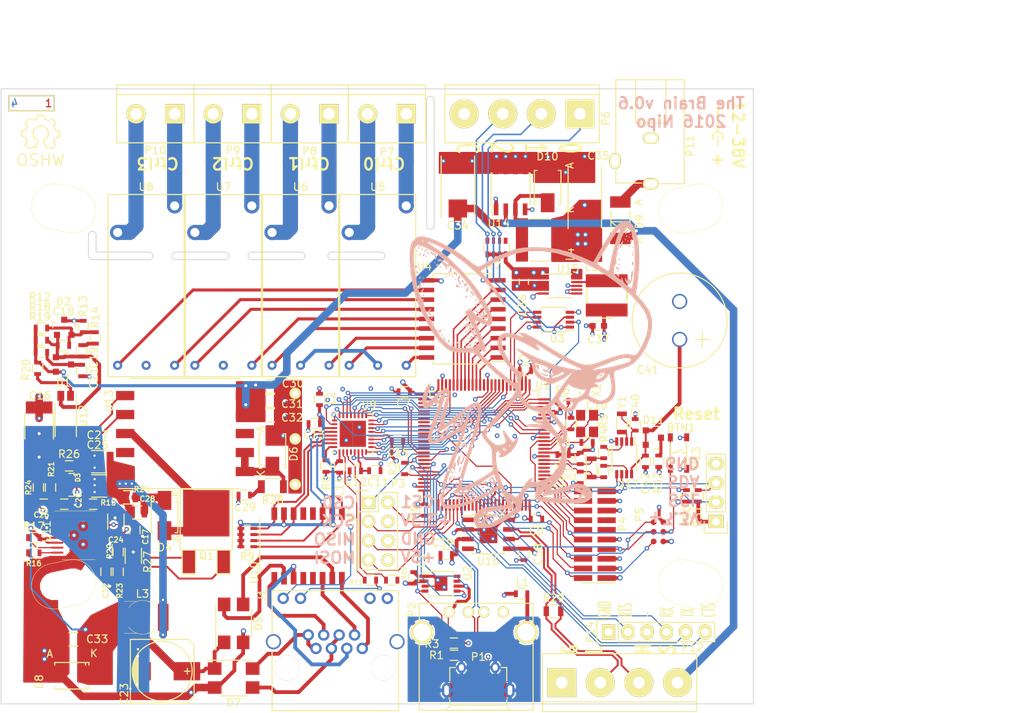
<source format=kicad_pcb>
(kicad_pcb (version 4) (host pcbnew 4.0.4-stable)

  (general
    (links 419)
    (no_connects 8)
    (area 50.449999 59.449999 149.550001 140.550001)
    (thickness 1.6)
    (drawings 54)
    (tracks 1964)
    (zones 0)
    (modules 138)
    (nets 170)
  )

  (page A4)
  (layers
    (0 F.Cu signal)
    (1 In1.Cu power)
    (2 In2.Cu power)
    (31 B.Cu signal)
    (32 B.Adhes user hide)
    (33 F.Adhes user hide)
    (34 B.Paste user hide)
    (35 F.Paste user hide)
    (36 B.SilkS user)
    (37 F.SilkS user)
    (38 B.Mask user)
    (39 F.Mask user hide)
    (40 Dwgs.User user)
    (41 Cmts.User user)
    (42 Eco1.User user)
    (43 Eco2.User user)
    (44 Edge.Cuts user)
    (45 Margin user)
    (46 B.CrtYd user)
    (47 F.CrtYd user)
    (48 B.Fab user hide)
    (49 F.Fab user hide)
  )

  (setup
    (last_trace_width 0.2)
    (user_trace_width 0.1524)
    (user_trace_width 0.2)
    (user_trace_width 0.25)
    (user_trace_width 0.4)
    (user_trace_width 0.5)
    (user_trace_width 1)
    (user_trace_width 2)
    (trace_clearance 0.1524)
    (zone_clearance 0.2)
    (zone_45_only yes)
    (trace_min 0.1524)
    (segment_width 0.2)
    (edge_width 0.1)
    (via_size 0.6048)
    (via_drill 0.3)
    (via_min_size 0.6048)
    (via_min_drill 0.3)
    (user_via 0.6048 0.3)
    (user_via 0.8 0.4)
    (user_via 1 0.5)
    (user_via 1.5 1)
    (uvia_size 0.3)
    (uvia_drill 0.1)
    (uvias_allowed no)
    (uvia_min_size 0.2)
    (uvia_min_drill 0.1)
    (pcb_text_width 0.3)
    (pcb_text_size 1.5 1.5)
    (mod_edge_width 0.15)
    (mod_text_size 1 1)
    (mod_text_width 0.15)
    (pad_size 4 4)
    (pad_drill 3.2)
    (pad_to_mask_clearance 0)
    (aux_axis_origin 0 0)
    (visible_elements FFFFEF7F)
    (pcbplotparams
      (layerselection 0x00030_ffffffff)
      (usegerberextensions false)
      (excludeedgelayer true)
      (linewidth 0.100000)
      (plotframeref false)
      (viasonmask false)
      (mode 1)
      (useauxorigin false)
      (hpglpennumber 1)
      (hpglpenspeed 20)
      (hpglpendiameter 15)
      (hpglpenoverlay 2)
      (psnegative false)
      (psa4output false)
      (plotreference true)
      (plotvalue true)
      (plotinvisibletext false)
      (padsonsilk false)
      (subtractmaskfromsilk false)
      (outputformat 1)
      (mirror false)
      (drillshape 1)
      (scaleselection 1)
      (outputdirectory ""))
  )

  (net 0 "")
  (net 1 +3V3)
  (net 2 /mcu/TMS)
  (net 3 GND)
  (net 4 /mcu/TCK)
  (net 5 /mcu/TDO)
  (net 6 /mcu/TDI)
  (net 7 /mcu/nRESET)
  (net 8 /mcu/TraceCLK)
  (net 9 /mcu/TraceData0)
  (net 10 /mcu/TraceData1)
  (net 11 /mcu/TraceData2)
  (net 12 /mcu/TraceData3)
  (net 13 "Net-(C9-Pad1)")
  (net 14 "Net-(C10-Pad1)")
  (net 15 "Net-(C18-Pad1)")
  (net 16 +5V)
  (net 17 "Net-(L1-Pad1)")
  (net 18 "Net-(J1-Pad10)")
  (net 19 "Net-(J1-Pad11)")
  (net 20 "Net-(P6-Pad2)")
  (net 21 "Net-(P6-Pad1)")
  (net 22 "Net-(P7-Pad2)")
  (net 23 "Net-(P7-Pad1)")
  (net 24 "Net-(U1-Pad82)")
  (net 25 "Net-(U1-Pad81)")
  (net 26 "/I2C / RTC / Extension/IRQ")
  (net 27 "/I2C / RTC / Extension/OSC_OUT")
  (net 28 "Net-(U1-Pad39)")
  (net 29 "Net-(U1-Pad40)")
  (net 30 "Net-(U1-Pad41)")
  (net 31 "Net-(U1-Pad42)")
  (net 32 "Net-(U1-Pad43)")
  (net 33 "Net-(U1-Pad44)")
  (net 34 "Net-(U1-Pad45)")
  (net 35 "Net-(U1-Pad46)")
  (net 36 /ethernet/POE_VC1-)
  (net 37 /ethernet/POE_VC1+)
  (net 38 /ethernet/POE_VC2-)
  (net 39 /ethernet/POE_VC2+)
  (net 40 "Net-(U1-Pad6)")
  (net 41 "Net-(U1-Pad38)")
  (net 42 "Net-(U1-Pad73)")
  (net 43 "Net-(U1-Pad91)")
  (net 44 "Net-(U1-Pad97)")
  (net 45 "Net-(U1-Pad98)")
  (net 46 "Net-(U9-Pad4)")
  (net 47 /ethernet/CLK_25M)
  (net 48 /mcu/ETH_PHY_nIRQ)
  (net 49 /mcu/ETH_PHY_nRESET)
  (net 50 /ethernet/MDC)
  (net 51 /ethernet/TX_D2)
  (net 52 /ethernet/TX_CLK)
  (net 53 /ethernet/RX_CLK)
  (net 54 /ethernet/MDIO)
  (net 55 /ethernet/RX_DV)
  (net 56 /ethernet/RX_D0)
  (net 57 /ethernet/RX_D1)
  (net 58 /ethernet/RX_D2)
  (net 59 /ethernet/RX_D3)
  (net 60 /ethernet/RX_ER)
  (net 61 /ethernet/TX_EN)
  (net 62 /ethernet/TX_D0)
  (net 63 /ethernet/TX_D1)
  (net 64 /ethernet/TX_D3)
  (net 65 /ethernet/CRS)
  (net 66 /ethernet/COL)
  (net 67 /ethernet/LAN_VDD)
  (net 68 /ethernet/TD-)
  (net 69 /ethernet/TD+)
  (net 70 /ethernet/RD-)
  (net 71 /ethernet/RD+)
  (net 72 /ethernet/ETH_RX-)
  (net 73 /ethernet/ETH_RX+)
  (net 74 /ethernet/ETH_TX-)
  (net 75 /ethernet/ETH_TX+)
  (net 76 "/I2C / RTC / Extension/SCL")
  (net 77 "/I2C / RTC / Extension/SDA")
  (net 78 GNDREF)
  (net 79 /mcu/USB_D+)
  (net 80 /mcu/USB_D-)
  (net 81 /can/CAN-)
  (net 82 /can/CAN+)
  (net 83 "Net-(U2-Pad7)")
  (net 84 "Net-(U2-Pad8)")
  (net 85 "Net-(U1-Pad7)")
  (net 86 "Net-(U1-Pad53)")
  (net 87 "Net-(U1-Pad54)")
  (net 88 "Net-(U1-Pad60)")
  (net 89 "Net-(U1-Pad61)")
  (net 90 "Net-(U1-Pad62)")
  (net 91 "Net-(U1-Pad96)")
  (net 92 "Net-(D6-Pad1)")
  (net 93 "Net-(L5-Pad2)")
  (net 94 /power/VCan)
  (net 95 "Net-(P11-Pad3)")
  (net 96 /mcu/Input_0)
  (net 97 /mcu/Input_1)
  (net 98 /mcu/Input_2)
  (net 99 /mcu/CS0)
  (net 100 /mcu/CS1)
  (net 101 /mcu/SCK)
  (net 102 /mcu/MOSI)
  (net 103 /mcu/MISO)
  (net 104 /poe/VPoe)
  (net 105 /poe/GPoe)
  (net 106 "Net-(C22-Pad1)")
  (net 107 "Net-(C29-Pad1)")
  (net 108 "Net-(D9-Pad2)")
  (net 109 "Net-(R15-Pad1)")
  (net 110 /poe/Feedback)
  (net 111 /poe/VPoe2)
  (net 112 "Net-(Q1-Pad3)")
  (net 113 "Net-(Q1-Pad1)")
  (net 114 /poe/VBias)
  (net 115 /mcu/USB_VBus)
  (net 116 "Net-(R2-Pad1)")
  (net 117 "Net-(C2-Pad1)")
  (net 118 "Net-(C4-Pad1)")
  (net 119 "Net-(C11-Pad1)")
  (net 120 "Net-(C18-Pad2)")
  (net 121 "Net-(C19-Pad2)")
  (net 122 "Net-(C20-Pad1)")
  (net 123 "Net-(C21-Pad1)")
  (net 124 "Net-(C24-Pad1)")
  (net 125 "Net-(C26-Pad2)")
  (net 126 "Net-(C28-Pad2)")
  (net 127 "Net-(C40-Pad1)")
  (net 128 "Net-(C41-Pad1)")
  (net 129 "Net-(D3-Pad1)")
  (net 130 "Net-(D3-Pad2)")
  (net 131 "Net-(D4-Pad2)")
  (net 132 "Net-(D10-Pad1)")
  (net 133 "Net-(D11-Pad3)")
  (net 134 "Net-(P1-Pad1)")
  (net 135 "Net-(P1-Pad4)")
  (net 136 "Net-(P4-Pad11)")
  (net 137 "Net-(P4-Pad13)")
  (net 138 "Net-(P6-Pad3)")
  (net 139 "Net-(P8-Pad1)")
  (net 140 "Net-(P8-Pad2)")
  (net 141 "Net-(P9-Pad1)")
  (net 142 "Net-(P9-Pad2)")
  (net 143 "Net-(P10-Pad1)")
  (net 144 "Net-(P10-Pad2)")
  (net 145 "Net-(R7-Pad5)")
  (net 146 "Net-(R8-Pad1)")
  (net 147 "Net-(R10-Pad1)")
  (net 148 "Net-(R11-Pad1)")
  (net 149 "Net-(R16-Pad1)")
  (net 150 "Net-(R17-Pad2)")
  (net 151 "Net-(R20-Pad2)")
  (net 152 "Net-(R22-Pad2)")
  (net 153 "Net-(R26-Pad1)")
  (net 154 "Net-(U4-Pad11)")
  (net 155 "Net-(U4-Pad12)")
  (net 156 "Net-(U4-Pad13)")
  (net 157 "Net-(U4-Pad14)")
  (net 158 "Net-(U4-Pad15)")
  (net 159 "Net-(U4-Pad16)")
  (net 160 "Net-(U4-Pad17)")
  (net 161 "Net-(U4-Pad18)")
  (net 162 "Net-(U17-Pad2)")
  (net 163 "Net-(U1-Pad63)")
  (net 164 "/I2C / RTC / Extension/U2CTS")
  (net 165 "/I2C / RTC / Extension/U2RTS")
  (net 166 "/I2C / RTC / Extension/U2TX")
  (net 167 "/I2C / RTC / Extension/U2RX")
  (net 168 "Net-(P14-Pad3)")
  (net 169 "Net-(U1-Pad88)")

  (net_class Default "This is the default net class."
    (clearance 0.1524)
    (trace_width 0.1524)
    (via_dia 0.6048)
    (via_drill 0.3)
    (uvia_dia 0.3)
    (uvia_drill 0.1)
    (add_net "/I2C / RTC / Extension/IRQ")
    (add_net "/I2C / RTC / Extension/OSC_OUT")
    (add_net "/I2C / RTC / Extension/SCL")
    (add_net "/I2C / RTC / Extension/SDA")
    (add_net "/I2C / RTC / Extension/U2CTS")
    (add_net "/I2C / RTC / Extension/U2RTS")
    (add_net "/I2C / RTC / Extension/U2RX")
    (add_net "/I2C / RTC / Extension/U2TX")
    (add_net /can/CAN+)
    (add_net /can/CAN-)
    (add_net /ethernet/CLK_25M)
    (add_net /ethernet/COL)
    (add_net /ethernet/CRS)
    (add_net /ethernet/MDC)
    (add_net /ethernet/MDIO)
    (add_net /ethernet/RX_CLK)
    (add_net /ethernet/RX_D0)
    (add_net /ethernet/RX_D1)
    (add_net /ethernet/RX_D2)
    (add_net /ethernet/RX_D3)
    (add_net /ethernet/RX_DV)
    (add_net /ethernet/RX_ER)
    (add_net /ethernet/TX_CLK)
    (add_net /ethernet/TX_D0)
    (add_net /ethernet/TX_D1)
    (add_net /ethernet/TX_D2)
    (add_net /ethernet/TX_D3)
    (add_net /ethernet/TX_EN)
    (add_net /mcu/CS0)
    (add_net /mcu/CS1)
    (add_net /mcu/ETH_PHY_nIRQ)
    (add_net /mcu/ETH_PHY_nRESET)
    (add_net /mcu/Input_0)
    (add_net /mcu/Input_1)
    (add_net /mcu/Input_2)
    (add_net /mcu/MISO)
    (add_net /mcu/MOSI)
    (add_net /mcu/SCK)
    (add_net /mcu/TCK)
    (add_net /mcu/TDI)
    (add_net /mcu/TDO)
    (add_net /mcu/TMS)
    (add_net /mcu/TraceCLK)
    (add_net /mcu/TraceData0)
    (add_net /mcu/TraceData1)
    (add_net /mcu/TraceData2)
    (add_net /mcu/TraceData3)
    (add_net /mcu/USB_D+)
    (add_net /mcu/USB_D-)
    (add_net /mcu/USB_VBus)
    (add_net /mcu/nRESET)
    (add_net /poe/Feedback)
    (add_net /poe/VBias)
    (add_net /poe/VPoe2)
    (add_net GND)
    (add_net "Net-(C10-Pad1)")
    (add_net "Net-(C11-Pad1)")
    (add_net "Net-(C18-Pad1)")
    (add_net "Net-(C18-Pad2)")
    (add_net "Net-(C19-Pad2)")
    (add_net "Net-(C2-Pad1)")
    (add_net "Net-(C20-Pad1)")
    (add_net "Net-(C21-Pad1)")
    (add_net "Net-(C22-Pad1)")
    (add_net "Net-(C24-Pad1)")
    (add_net "Net-(C26-Pad2)")
    (add_net "Net-(C28-Pad2)")
    (add_net "Net-(C29-Pad1)")
    (add_net "Net-(C4-Pad1)")
    (add_net "Net-(C40-Pad1)")
    (add_net "Net-(C41-Pad1)")
    (add_net "Net-(C9-Pad1)")
    (add_net "Net-(D10-Pad1)")
    (add_net "Net-(D11-Pad3)")
    (add_net "Net-(D3-Pad1)")
    (add_net "Net-(D3-Pad2)")
    (add_net "Net-(D4-Pad2)")
    (add_net "Net-(D6-Pad1)")
    (add_net "Net-(D9-Pad2)")
    (add_net "Net-(J1-Pad10)")
    (add_net "Net-(J1-Pad11)")
    (add_net "Net-(L1-Pad1)")
    (add_net "Net-(L5-Pad2)")
    (add_net "Net-(P1-Pad1)")
    (add_net "Net-(P1-Pad4)")
    (add_net "Net-(P10-Pad1)")
    (add_net "Net-(P10-Pad2)")
    (add_net "Net-(P11-Pad3)")
    (add_net "Net-(P14-Pad3)")
    (add_net "Net-(P4-Pad11)")
    (add_net "Net-(P4-Pad13)")
    (add_net "Net-(P6-Pad1)")
    (add_net "Net-(P6-Pad2)")
    (add_net "Net-(P6-Pad3)")
    (add_net "Net-(P7-Pad1)")
    (add_net "Net-(P7-Pad2)")
    (add_net "Net-(P8-Pad1)")
    (add_net "Net-(P8-Pad2)")
    (add_net "Net-(P9-Pad1)")
    (add_net "Net-(P9-Pad2)")
    (add_net "Net-(Q1-Pad1)")
    (add_net "Net-(Q1-Pad3)")
    (add_net "Net-(R10-Pad1)")
    (add_net "Net-(R11-Pad1)")
    (add_net "Net-(R15-Pad1)")
    (add_net "Net-(R16-Pad1)")
    (add_net "Net-(R17-Pad2)")
    (add_net "Net-(R2-Pad1)")
    (add_net "Net-(R20-Pad2)")
    (add_net "Net-(R22-Pad2)")
    (add_net "Net-(R26-Pad1)")
    (add_net "Net-(R7-Pad5)")
    (add_net "Net-(R8-Pad1)")
    (add_net "Net-(U1-Pad38)")
    (add_net "Net-(U1-Pad39)")
    (add_net "Net-(U1-Pad40)")
    (add_net "Net-(U1-Pad41)")
    (add_net "Net-(U1-Pad42)")
    (add_net "Net-(U1-Pad43)")
    (add_net "Net-(U1-Pad44)")
    (add_net "Net-(U1-Pad45)")
    (add_net "Net-(U1-Pad46)")
    (add_net "Net-(U1-Pad53)")
    (add_net "Net-(U1-Pad54)")
    (add_net "Net-(U1-Pad6)")
    (add_net "Net-(U1-Pad60)")
    (add_net "Net-(U1-Pad61)")
    (add_net "Net-(U1-Pad62)")
    (add_net "Net-(U1-Pad63)")
    (add_net "Net-(U1-Pad7)")
    (add_net "Net-(U1-Pad73)")
    (add_net "Net-(U1-Pad81)")
    (add_net "Net-(U1-Pad82)")
    (add_net "Net-(U1-Pad88)")
    (add_net "Net-(U1-Pad91)")
    (add_net "Net-(U1-Pad96)")
    (add_net "Net-(U1-Pad97)")
    (add_net "Net-(U1-Pad98)")
    (add_net "Net-(U17-Pad2)")
    (add_net "Net-(U2-Pad7)")
    (add_net "Net-(U2-Pad8)")
    (add_net "Net-(U4-Pad11)")
    (add_net "Net-(U4-Pad12)")
    (add_net "Net-(U4-Pad13)")
    (add_net "Net-(U4-Pad14)")
    (add_net "Net-(U4-Pad15)")
    (add_net "Net-(U4-Pad16)")
    (add_net "Net-(U4-Pad17)")
    (add_net "Net-(U4-Pad18)")
    (add_net "Net-(U9-Pad4)")
  )

  (net_class More ""
    (clearance 0.2)
    (trace_width 0.25)
    (via_dia 0.6048)
    (via_drill 0.3)
    (uvia_dia 0.3)
    (uvia_drill 0.1)
    (add_net /ethernet/RD+)
    (add_net /ethernet/RD-)
    (add_net /ethernet/TD+)
    (add_net /ethernet/TD-)
  )

  (net_class Power ""
    (clearance 0.1524)
    (trace_width 0.5)
    (via_dia 0.7)
    (via_drill 0.4)
    (uvia_dia 0.3)
    (uvia_drill 0.1)
    (add_net +3V3)
    (add_net +5V)
    (add_net /ethernet/ETH_RX+)
    (add_net /ethernet/ETH_RX-)
    (add_net /ethernet/ETH_TX+)
    (add_net /ethernet/ETH_TX-)
    (add_net /ethernet/LAN_VDD)
    (add_net /ethernet/POE_VC1+)
    (add_net /ethernet/POE_VC1-)
    (add_net /ethernet/POE_VC2+)
    (add_net /ethernet/POE_VC2-)
    (add_net /poe/GPoe)
    (add_net /poe/VPoe)
    (add_net /power/VCan)
    (add_net GNDREF)
  )

  (net_class Power2 ""
    (clearance 1)
    (trace_width 0.5)
    (via_dia 1)
    (via_drill 0.5)
    (uvia_dia 0.3)
    (uvia_drill 0.1)
  )

  (module Connect:bornier4 (layer F.Cu) (tedit 0) (tstamp 57C37980)
    (at 131.9 137.7)
    (descr "Bornier d'alimentation 4 pins")
    (tags DEV)
    (path /57A213DC/57A21746)
    (fp_text reference P12 (at 9.6 -4.6 180) (layer F.SilkS)
      (effects (font (size 1 1) (thickness 0.15)))
    )
    (fp_text value CAN (at -0.1 0.4) (layer F.Fab)
      (effects (font (size 1 1) (thickness 0.15)))
    )
    (fp_line (start -10.16 -3.81) (end -10.16 3.81) (layer F.SilkS) (width 0.15))
    (fp_line (start 10.16 3.81) (end 10.16 -3.81) (layer F.SilkS) (width 0.15))
    (fp_line (start 10.16 2.54) (end -10.16 2.54) (layer F.SilkS) (width 0.15))
    (fp_line (start -10.16 -3.81) (end 10.16 -3.81) (layer F.SilkS) (width 0.15))
    (fp_line (start -10.16 3.81) (end 10.16 3.81) (layer F.SilkS) (width 0.15))
    (pad 2 thru_hole circle (at -2.54 0) (size 3.81 3.81) (drill 1.524) (layers *.Cu *.Mask F.SilkS)
      (net 81 /can/CAN-))
    (pad 3 thru_hole circle (at 2.54 0) (size 3.81 3.81) (drill 1.524) (layers *.Cu *.Mask F.SilkS)
      (net 82 /can/CAN+))
    (pad 1 thru_hole rect (at -7.62 0) (size 3.81 3.81) (drill 1.524) (layers *.Cu *.Mask F.SilkS)
      (net 3 GND))
    (pad 4 thru_hole circle (at 7.62 0) (size 3.81 3.81) (drill 1.524) (layers *.Cu *.Mask F.SilkS)
      (net 94 /power/VCan))
    (model Connect.3dshapes/bornier4.wrl
      (at (xyz 0 0 0))
      (scale (xyz 1 1 1))
      (rotate (xyz 0 0 0))
    )
  )

  (module Pin_Headers:Pin_Header_Straight_1x04 (layer F.Cu) (tedit 0) (tstamp 57C3744D)
    (at 144.58 116.48 180)
    (descr "Through hole pin header")
    (tags "pin header")
    (path /57A213DD/57BEEED1)
    (fp_text reference P13 (at 2.6 8.44 270) (layer F.SilkS)
      (effects (font (size 1 1) (thickness 0.15)))
    )
    (fp_text value I2C_EXT (at -0.1 3.94 270) (layer F.Fab)
      (effects (font (size 1 1) (thickness 0.15)))
    )
    (fp_line (start -1.75 -1.75) (end -1.75 9.4) (layer F.CrtYd) (width 0.05))
    (fp_line (start 1.75 -1.75) (end 1.75 9.4) (layer F.CrtYd) (width 0.05))
    (fp_line (start -1.75 -1.75) (end 1.75 -1.75) (layer F.CrtYd) (width 0.05))
    (fp_line (start -1.75 9.4) (end 1.75 9.4) (layer F.CrtYd) (width 0.05))
    (fp_line (start -1.27 1.27) (end -1.27 8.89) (layer F.SilkS) (width 0.15))
    (fp_line (start 1.27 1.27) (end 1.27 8.89) (layer F.SilkS) (width 0.15))
    (fp_line (start 1.55 -1.55) (end 1.55 0) (layer F.SilkS) (width 0.15))
    (fp_line (start -1.27 8.89) (end 1.27 8.89) (layer F.SilkS) (width 0.15))
    (fp_line (start 1.27 1.27) (end -1.27 1.27) (layer F.SilkS) (width 0.15))
    (fp_line (start -1.55 0) (end -1.55 -1.55) (layer F.SilkS) (width 0.15))
    (fp_line (start -1.55 -1.55) (end 1.55 -1.55) (layer F.SilkS) (width 0.15))
    (pad 1 thru_hole rect (at 0 0 180) (size 2.032 1.7272) (drill 1.016) (layers *.Cu *.Mask F.SilkS)
      (net 1 +3V3))
    (pad 2 thru_hole oval (at 0 2.54 180) (size 2.032 1.7272) (drill 1.016) (layers *.Cu *.Mask F.SilkS)
      (net 76 "/I2C / RTC / Extension/SCL"))
    (pad 3 thru_hole oval (at 0 5.08 180) (size 2.032 1.7272) (drill 1.016) (layers *.Cu *.Mask F.SilkS)
      (net 77 "/I2C / RTC / Extension/SDA"))
    (pad 4 thru_hole oval (at 0 7.62 180) (size 2.032 1.7272) (drill 1.016) (layers *.Cu *.Mask F.SilkS)
      (net 3 GND))
    (model Pin_Headers.3dshapes/Pin_Header_Straight_1x04.wrl
      (at (xyz 0 -0.15 0))
      (scale (xyz 1 1 1))
      (rotate (xyz 0 0 90))
    )
  )

  (module Connect:USB_A (layer F.Cu) (tedit 5543E289) (tstamp 57C37A26)
    (at 109.45914 128.40212)
    (descr "USB A connector")
    (tags "USB USB_A")
    (path /57A213D7/57BD5361)
    (fp_text reference P2 (at -4.85914 -0.30212 270) (layer F.SilkS)
      (effects (font (size 1 1) (thickness 0.15)))
    )
    (fp_text value USBA (at 3.74086 2.49788) (layer F.Fab)
      (effects (font (size 1 1) (thickness 0.15)))
    )
    (fp_line (start -5.3 13.2) (end -5.3 -1.4) (layer F.CrtYd) (width 0.05))
    (fp_line (start 11.95 -1.4) (end 11.95 13.2) (layer F.CrtYd) (width 0.05))
    (fp_line (start -5.3 13.2) (end 11.95 13.2) (layer F.CrtYd) (width 0.05))
    (fp_line (start -5.3 -1.4) (end 11.95 -1.4) (layer F.CrtYd) (width 0.05))
    (fp_line (start 11.04986 -1.14512) (end 11.04986 12.95188) (layer F.SilkS) (width 0.15))
    (fp_line (start -3.93614 12.95188) (end -3.93614 -1.14512) (layer F.SilkS) (width 0.15))
    (fp_line (start 11.04986 -1.14512) (end -3.93614 -1.14512) (layer F.SilkS) (width 0.15))
    (fp_line (start 11.04986 12.95188) (end -3.93614 12.95188) (layer F.SilkS) (width 0.15))
    (pad 4 thru_hole circle (at 7.11286 -0.00212 270) (size 1.50114 1.50114) (drill 1.00076) (layers *.Cu *.Mask F.SilkS)
      (net 3 GND))
    (pad 3 thru_hole circle (at 4.57286 -0.00212 270) (size 1.50114 1.50114) (drill 1.00076) (layers *.Cu *.Mask F.SilkS)
      (net 79 /mcu/USB_D+))
    (pad 2 thru_hole circle (at 2.54086 -0.00212 270) (size 1.50114 1.50114) (drill 1.00076) (layers *.Cu *.Mask F.SilkS)
      (net 80 /mcu/USB_D-))
    (pad 1 thru_hole circle (at 0.00086 -0.00212 270) (size 1.50114 1.50114) (drill 1.00076) (layers *.Cu *.Mask F.SilkS)
      (net 115 /mcu/USB_VBus))
    (pad 5 thru_hole circle (at 10.16086 2.66488 270) (size 2.99974 2.99974) (drill 2.30124) (layers *.Cu *.Mask F.SilkS)
      (net 17 "Net-(L1-Pad1)"))
    (pad 5 thru_hole circle (at -3.55514 2.66488 270) (size 2.99974 2.99974) (drill 2.30124) (layers *.Cu *.Mask F.SilkS)
      (net 17 "Net-(L1-Pad1)"))
    (model Connect.3dshapes/USB_A.wrl
      (at (xyz 0.14 0 0))
      (scale (xyz 1 1 1))
      (rotate (xyz 0 0 90))
    )
  )

  (module Housings_QFP:LQFP-100_14x14mm_Pitch0.5mm (layer F.Cu) (tedit 54130A77) (tstamp 57C377BF)
    (at 114.05 106.4 180)
    (descr "LQFP100: plastic low profile quad flat package; 100 leads; body 14 x 14 x 1.4 mm (see NXP sot407-1_po.pdf and sot407-1_fr.pdf)")
    (tags "QFP 0.5")
    (path /57A213D7/57BCD0F0)
    (attr smd)
    (fp_text reference U1 (at -7.75 7.8 180) (layer F.SilkS)
      (effects (font (size 1 1) (thickness 0.15)))
    )
    (fp_text value STM32F107VCT (at 0.25 1.3 180) (layer F.Fab)
      (effects (font (size 1 1) (thickness 0.15)))
    )
    (fp_line (start -8.9 -8.9) (end -8.9 8.9) (layer F.CrtYd) (width 0.05))
    (fp_line (start 8.9 -8.9) (end 8.9 8.9) (layer F.CrtYd) (width 0.05))
    (fp_line (start -8.9 -8.9) (end 8.9 -8.9) (layer F.CrtYd) (width 0.05))
    (fp_line (start -8.9 8.9) (end 8.9 8.9) (layer F.CrtYd) (width 0.05))
    (fp_line (start -7.125 -7.125) (end -7.125 -6.365) (layer F.SilkS) (width 0.15))
    (fp_line (start 7.125 -7.125) (end 7.125 -6.365) (layer F.SilkS) (width 0.15))
    (fp_line (start 7.125 7.125) (end 7.125 6.365) (layer F.SilkS) (width 0.15))
    (fp_line (start -7.125 7.125) (end -7.125 6.365) (layer F.SilkS) (width 0.15))
    (fp_line (start -7.125 -7.125) (end -6.365 -7.125) (layer F.SilkS) (width 0.15))
    (fp_line (start -7.125 7.125) (end -6.365 7.125) (layer F.SilkS) (width 0.15))
    (fp_line (start 7.125 7.125) (end 6.365 7.125) (layer F.SilkS) (width 0.15))
    (fp_line (start 7.125 -7.125) (end 6.365 -7.125) (layer F.SilkS) (width 0.15))
    (fp_line (start -7.125 -6.365) (end -8.65 -6.365) (layer F.SilkS) (width 0.15))
    (pad 1 smd rect (at -7.9 -6 180) (size 1.5 0.28) (layers F.Cu F.Paste F.Mask)
      (net 8 /mcu/TraceCLK))
    (pad 2 smd rect (at -7.9 -5.5 180) (size 1.5 0.28) (layers F.Cu F.Paste F.Mask)
      (net 9 /mcu/TraceData0))
    (pad 3 smd rect (at -7.9 -5 180) (size 1.5 0.28) (layers F.Cu F.Paste F.Mask)
      (net 10 /mcu/TraceData1))
    (pad 4 smd rect (at -7.9 -4.5 180) (size 1.5 0.28) (layers F.Cu F.Paste F.Mask)
      (net 11 /mcu/TraceData2))
    (pad 5 smd rect (at -7.9 -4 180) (size 1.5 0.28) (layers F.Cu F.Paste F.Mask)
      (net 12 /mcu/TraceData3))
    (pad 6 smd rect (at -7.9 -3.5 180) (size 1.5 0.28) (layers F.Cu F.Paste F.Mask)
      (net 40 "Net-(U1-Pad6)"))
    (pad 7 smd rect (at -7.9 -3 180) (size 1.5 0.28) (layers F.Cu F.Paste F.Mask)
      (net 85 "Net-(U1-Pad7)"))
    (pad 8 smd rect (at -7.9 -2.5 180) (size 1.5 0.28) (layers F.Cu F.Paste F.Mask)
      (net 117 "Net-(C2-Pad1)"))
    (pad 9 smd rect (at -7.9 -2 180) (size 1.5 0.28) (layers F.Cu F.Paste F.Mask)
      (net 118 "Net-(C4-Pad1)"))
    (pad 10 smd rect (at -7.9 -1.5 180) (size 1.5 0.28) (layers F.Cu F.Paste F.Mask)
      (net 3 GND))
    (pad 11 smd rect (at -7.9 -1 180) (size 1.5 0.28) (layers F.Cu F.Paste F.Mask)
      (net 1 +3V3))
    (pad 12 smd rect (at -7.9 -0.5 180) (size 1.5 0.28) (layers F.Cu F.Paste F.Mask)
      (net 14 "Net-(C10-Pad1)"))
    (pad 13 smd rect (at -7.9 0 180) (size 1.5 0.28) (layers F.Cu F.Paste F.Mask)
      (net 13 "Net-(C9-Pad1)"))
    (pad 14 smd rect (at -7.9 0.5 180) (size 1.5 0.28) (layers F.Cu F.Paste F.Mask)
      (net 7 /mcu/nRESET))
    (pad 15 smd rect (at -7.9 1 180) (size 1.5 0.28) (layers F.Cu F.Paste F.Mask)
      (net 98 /mcu/Input_2))
    (pad 16 smd rect (at -7.9 1.5 180) (size 1.5 0.28) (layers F.Cu F.Paste F.Mask)
      (net 50 /ethernet/MDC))
    (pad 17 smd rect (at -7.9 2 180) (size 1.5 0.28) (layers F.Cu F.Paste F.Mask)
      (net 51 /ethernet/TX_D2))
    (pad 18 smd rect (at -7.9 2.5 180) (size 1.5 0.28) (layers F.Cu F.Paste F.Mask)
      (net 52 /ethernet/TX_CLK))
    (pad 19 smd rect (at -7.9 3 180) (size 1.5 0.28) (layers F.Cu F.Paste F.Mask)
      (net 3 GND))
    (pad 20 smd rect (at -7.9 3.5 180) (size 1.5 0.28) (layers F.Cu F.Paste F.Mask)
      (net 3 GND))
    (pad 21 smd rect (at -7.9 4 180) (size 1.5 0.28) (layers F.Cu F.Paste F.Mask)
      (net 1 +3V3))
    (pad 22 smd rect (at -7.9 4.5 180) (size 1.5 0.28) (layers F.Cu F.Paste F.Mask)
      (net 1 +3V3))
    (pad 23 smd rect (at -7.9 5 180) (size 1.5 0.28) (layers F.Cu F.Paste F.Mask)
      (net 65 /ethernet/CRS))
    (pad 24 smd rect (at -7.9 5.5 180) (size 1.5 0.28) (layers F.Cu F.Paste F.Mask)
      (net 53 /ethernet/RX_CLK))
    (pad 25 smd rect (at -7.9 6 180) (size 1.5 0.28) (layers F.Cu F.Paste F.Mask)
      (net 54 /ethernet/MDIO))
    (pad 26 smd rect (at -6 7.9 270) (size 1.5 0.28) (layers F.Cu F.Paste F.Mask)
      (net 66 /ethernet/COL))
    (pad 27 smd rect (at -5.5 7.9 270) (size 1.5 0.28) (layers F.Cu F.Paste F.Mask)
      (net 3 GND))
    (pad 28 smd rect (at -5 7.9 270) (size 1.5 0.28) (layers F.Cu F.Paste F.Mask)
      (net 1 +3V3))
    (pad 29 smd rect (at -4.5 7.9 270) (size 1.5 0.28) (layers F.Cu F.Paste F.Mask)
      (net 99 /mcu/CS0))
    (pad 30 smd rect (at -4 7.9 270) (size 1.5 0.28) (layers F.Cu F.Paste F.Mask)
      (net 96 /mcu/Input_0))
    (pad 31 smd rect (at -3.5 7.9 270) (size 1.5 0.28) (layers F.Cu F.Paste F.Mask)
      (net 97 /mcu/Input_1))
    (pad 32 smd rect (at -3 7.9 270) (size 1.5 0.28) (layers F.Cu F.Paste F.Mask)
      (net 55 /ethernet/RX_DV))
    (pad 33 smd rect (at -2.5 7.9 270) (size 1.5 0.28) (layers F.Cu F.Paste F.Mask)
      (net 56 /ethernet/RX_D0))
    (pad 34 smd rect (at -2 7.9 270) (size 1.5 0.28) (layers F.Cu F.Paste F.Mask)
      (net 57 /ethernet/RX_D1))
    (pad 35 smd rect (at -1.5 7.9 270) (size 1.5 0.28) (layers F.Cu F.Paste F.Mask)
      (net 58 /ethernet/RX_D2))
    (pad 36 smd rect (at -1 7.9 270) (size 1.5 0.28) (layers F.Cu F.Paste F.Mask)
      (net 59 /ethernet/RX_D3))
    (pad 37 smd rect (at -0.5 7.9 270) (size 1.5 0.28) (layers F.Cu F.Paste F.Mask)
      (net 3 GND))
    (pad 38 smd rect (at 0 7.9 270) (size 1.5 0.28) (layers F.Cu F.Paste F.Mask)
      (net 41 "Net-(U1-Pad38)"))
    (pad 39 smd rect (at 0.5 7.9 270) (size 1.5 0.28) (layers F.Cu F.Paste F.Mask)
      (net 28 "Net-(U1-Pad39)"))
    (pad 40 smd rect (at 1 7.9 270) (size 1.5 0.28) (layers F.Cu F.Paste F.Mask)
      (net 29 "Net-(U1-Pad40)"))
    (pad 41 smd rect (at 1.5 7.9 270) (size 1.5 0.28) (layers F.Cu F.Paste F.Mask)
      (net 30 "Net-(U1-Pad41)"))
    (pad 42 smd rect (at 2 7.9 270) (size 1.5 0.28) (layers F.Cu F.Paste F.Mask)
      (net 31 "Net-(U1-Pad42)"))
    (pad 43 smd rect (at 2.5 7.9 270) (size 1.5 0.28) (layers F.Cu F.Paste F.Mask)
      (net 32 "Net-(U1-Pad43)"))
    (pad 44 smd rect (at 3 7.9 270) (size 1.5 0.28) (layers F.Cu F.Paste F.Mask)
      (net 33 "Net-(U1-Pad44)"))
    (pad 45 smd rect (at 3.5 7.9 270) (size 1.5 0.28) (layers F.Cu F.Paste F.Mask)
      (net 34 "Net-(U1-Pad45)"))
    (pad 46 smd rect (at 4 7.9 270) (size 1.5 0.28) (layers F.Cu F.Paste F.Mask)
      (net 35 "Net-(U1-Pad46)"))
    (pad 47 smd rect (at 4.5 7.9 270) (size 1.5 0.28) (layers F.Cu F.Paste F.Mask)
      (net 60 /ethernet/RX_ER))
    (pad 48 smd rect (at 5 7.9 270) (size 1.5 0.28) (layers F.Cu F.Paste F.Mask)
      (net 61 /ethernet/TX_EN))
    (pad 49 smd rect (at 5.5 7.9 270) (size 1.5 0.28) (layers F.Cu F.Paste F.Mask)
      (net 3 GND))
    (pad 50 smd rect (at 6 7.9 270) (size 1.5 0.28) (layers F.Cu F.Paste F.Mask)
      (net 1 +3V3))
    (pad 51 smd rect (at 7.9 6 180) (size 1.5 0.28) (layers F.Cu F.Paste F.Mask)
      (net 62 /ethernet/TX_D0))
    (pad 52 smd rect (at 7.9 5.5 180) (size 1.5 0.28) (layers F.Cu F.Paste F.Mask)
      (net 63 /ethernet/TX_D1))
    (pad 53 smd rect (at 7.9 5 180) (size 1.5 0.28) (layers F.Cu F.Paste F.Mask)
      (net 86 "Net-(U1-Pad53)"))
    (pad 54 smd rect (at 7.9 4.5 180) (size 1.5 0.28) (layers F.Cu F.Paste F.Mask)
      (net 87 "Net-(U1-Pad54)"))
    (pad 55 smd rect (at 7.9 4 180) (size 1.5 0.28) (layers F.Cu F.Paste F.Mask))
    (pad 56 smd rect (at 7.9 3.5 180) (size 1.5 0.28) (layers F.Cu F.Paste F.Mask))
    (pad 57 smd rect (at 7.9 3 180) (size 1.5 0.28) (layers F.Cu F.Paste F.Mask))
    (pad 58 smd rect (at 7.9 2.5 180) (size 1.5 0.28) (layers F.Cu F.Paste F.Mask))
    (pad 59 smd rect (at 7.9 2 180) (size 1.5 0.28) (layers F.Cu F.Paste F.Mask))
    (pad 60 smd rect (at 7.9 1.5 180) (size 1.5 0.28) (layers F.Cu F.Paste F.Mask)
      (net 88 "Net-(U1-Pad60)"))
    (pad 61 smd rect (at 7.9 1 180) (size 1.5 0.28) (layers F.Cu F.Paste F.Mask)
      (net 89 "Net-(U1-Pad61)"))
    (pad 62 smd rect (at 7.9 0.5 180) (size 1.5 0.28) (layers F.Cu F.Paste F.Mask)
      (net 90 "Net-(U1-Pad62)"))
    (pad 63 smd rect (at 7.9 0 180) (size 1.5 0.28) (layers F.Cu F.Paste F.Mask)
      (net 163 "Net-(U1-Pad63)"))
    (pad 64 smd rect (at 7.9 -0.5 180) (size 1.5 0.28) (layers F.Cu F.Paste F.Mask)
      (net 49 /mcu/ETH_PHY_nRESET))
    (pad 65 smd rect (at 7.9 -1 180) (size 1.5 0.28) (layers F.Cu F.Paste F.Mask)
      (net 48 /mcu/ETH_PHY_nIRQ))
    (pad 66 smd rect (at 7.9 -1.5 180) (size 1.5 0.28) (layers F.Cu F.Paste F.Mask)
      (net 116 "Net-(R2-Pad1)"))
    (pad 67 smd rect (at 7.9 -2 180) (size 1.5 0.28) (layers F.Cu F.Paste F.Mask)
      (net 47 /ethernet/CLK_25M))
    (pad 68 smd rect (at 7.9 -2.5 180) (size 1.5 0.28) (layers F.Cu F.Paste F.Mask)
      (net 115 /mcu/USB_VBus))
    (pad 69 smd rect (at 7.9 -3 180) (size 1.5 0.28) (layers F.Cu F.Paste F.Mask)
      (net 135 "Net-(P1-Pad4)"))
    (pad 70 smd rect (at 7.9 -3.5 180) (size 1.5 0.28) (layers F.Cu F.Paste F.Mask)
      (net 80 /mcu/USB_D-))
    (pad 71 smd rect (at 7.9 -4 180) (size 1.5 0.28) (layers F.Cu F.Paste F.Mask)
      (net 79 /mcu/USB_D+))
    (pad 72 smd rect (at 7.9 -4.5 180) (size 1.5 0.28) (layers F.Cu F.Paste F.Mask)
      (net 2 /mcu/TMS))
    (pad 73 smd rect (at 7.9 -5 180) (size 1.5 0.28) (layers F.Cu F.Paste F.Mask)
      (net 42 "Net-(U1-Pad73)"))
    (pad 74 smd rect (at 7.9 -5.5 180) (size 1.5 0.28) (layers F.Cu F.Paste F.Mask)
      (net 3 GND))
    (pad 75 smd rect (at 7.9 -6 180) (size 1.5 0.28) (layers F.Cu F.Paste F.Mask)
      (net 1 +3V3))
    (pad 76 smd rect (at 6 -7.9 270) (size 1.5 0.28) (layers F.Cu F.Paste F.Mask)
      (net 4 /mcu/TCK))
    (pad 77 smd rect (at 5.5 -7.9 270) (size 1.5 0.28) (layers F.Cu F.Paste F.Mask)
      (net 6 /mcu/TDI))
    (pad 78 smd rect (at 5 -7.9 270) (size 1.5 0.28) (layers F.Cu F.Paste F.Mask)
      (net 101 /mcu/SCK))
    (pad 79 smd rect (at 4.5 -7.9 270) (size 1.5 0.28) (layers F.Cu F.Paste F.Mask)
      (net 103 /mcu/MISO))
    (pad 80 smd rect (at 4 -7.9 270) (size 1.5 0.28) (layers F.Cu F.Paste F.Mask)
      (net 102 /mcu/MOSI))
    (pad 81 smd rect (at 3.5 -7.9 270) (size 1.5 0.28) (layers F.Cu F.Paste F.Mask)
      (net 25 "Net-(U1-Pad81)"))
    (pad 82 smd rect (at 3 -7.9 270) (size 1.5 0.28) (layers F.Cu F.Paste F.Mask)
      (net 24 "Net-(U1-Pad82)"))
    (pad 83 smd rect (at 2.5 -7.9 270) (size 1.5 0.28) (layers F.Cu F.Paste F.Mask)
      (net 100 /mcu/CS1))
    (pad 84 smd rect (at 2 -7.9 270) (size 1.5 0.28) (layers F.Cu F.Paste F.Mask)
      (net 164 "/I2C / RTC / Extension/U2CTS"))
    (pad 85 smd rect (at 1.5 -7.9 270) (size 1.5 0.28) (layers F.Cu F.Paste F.Mask)
      (net 165 "/I2C / RTC / Extension/U2RTS"))
    (pad 86 smd rect (at 1 -7.9 270) (size 1.5 0.28) (layers F.Cu F.Paste F.Mask)
      (net 166 "/I2C / RTC / Extension/U2TX"))
    (pad 87 smd rect (at 0.5 -7.9 270) (size 1.5 0.28) (layers F.Cu F.Paste F.Mask)
      (net 167 "/I2C / RTC / Extension/U2RX"))
    (pad 88 smd rect (at 0 -7.9 270) (size 1.5 0.28) (layers F.Cu F.Paste F.Mask)
      (net 169 "Net-(U1-Pad88)"))
    (pad 89 smd rect (at -0.5 -7.9 270) (size 1.5 0.28) (layers F.Cu F.Paste F.Mask)
      (net 5 /mcu/TDO))
    (pad 90 smd rect (at -1 -7.9 270) (size 1.5 0.28) (layers F.Cu F.Paste F.Mask)
      (net 3 GND))
    (pad 91 smd rect (at -1.5 -7.9 270) (size 1.5 0.28) (layers F.Cu F.Paste F.Mask)
      (net 43 "Net-(U1-Pad91)"))
    (pad 92 smd rect (at -2 -7.9 270) (size 1.5 0.28) (layers F.Cu F.Paste F.Mask)
      (net 76 "/I2C / RTC / Extension/SCL"))
    (pad 93 smd rect (at -2.5 -7.9 270) (size 1.5 0.28) (layers F.Cu F.Paste F.Mask)
      (net 77 "/I2C / RTC / Extension/SDA"))
    (pad 94 smd rect (at -3 -7.9 270) (size 1.5 0.28) (layers F.Cu F.Paste F.Mask)
      (net 3 GND))
    (pad 95 smd rect (at -3.5 -7.9 270) (size 1.5 0.28) (layers F.Cu F.Paste F.Mask)
      (net 64 /ethernet/TX_D3))
    (pad 96 smd rect (at -4 -7.9 270) (size 1.5 0.28) (layers F.Cu F.Paste F.Mask)
      (net 91 "Net-(U1-Pad96)"))
    (pad 97 smd rect (at -4.5 -7.9 270) (size 1.5 0.28) (layers F.Cu F.Paste F.Mask)
      (net 44 "Net-(U1-Pad97)"))
    (pad 98 smd rect (at -5 -7.9 270) (size 1.5 0.28) (layers F.Cu F.Paste F.Mask)
      (net 45 "Net-(U1-Pad98)"))
    (pad 99 smd rect (at -5.5 -7.9 270) (size 1.5 0.28) (layers F.Cu F.Paste F.Mask)
      (net 3 GND))
    (pad 100 smd rect (at -6 -7.9 270) (size 1.5 0.28) (layers F.Cu F.Paste F.Mask)
      (net 1 +3V3))
    (model Housings_QFP.3dshapes/LQFP-100_14x14mm_Pitch0.5mm.wrl
      (at (xyz 0 0 0))
      (scale (xyz 1 1 1))
      (rotate (xyz 0 0 0))
    )
  )

  (module Abracon:ABM8G (layer F.Cu) (tedit 56F3EB4E) (tstamp 57C37BAB)
    (at 127.62122 103.589165 90)
    (path /57A213D7/57BCDC66)
    (fp_text reference X2 (at 4.389165 1.27878 90) (layer F.SilkS)
      (effects (font (size 1 1) (thickness 0.15)))
    )
    (fp_text value 25MHz (at 1.089165 -0.02122 90) (layer F.Fab)
      (effects (font (size 1 1) (thickness 0.15)))
    )
    (fp_line (start -1.7 0.15) (end -1.7 -0.15) (layer F.SilkS) (width 0.15))
    (fp_line (start 0.3 1.35) (end -0.3 1.35) (layer F.SilkS) (width 0.15))
    (fp_line (start 1.7 -0.15) (end 1.7 0.15) (layer F.SilkS) (width 0.15))
    (fp_line (start -0.3 -1.35) (end 0.3 -1.35) (layer F.SilkS) (width 0.15))
    (fp_line (start -1.6 1.25) (end -1.6 -1.25) (layer F.CrtYd) (width 0.05))
    (fp_line (start 1.6 1.25) (end -1.6 1.25) (layer F.CrtYd) (width 0.05))
    (fp_line (start 1.6 -1.25) (end 1.6 1.25) (layer F.CrtYd) (width 0.05))
    (fp_line (start -1.6 -1.25) (end 1.6 -1.25) (layer F.CrtYd) (width 0.05))
    (pad 3 smd rect (at -1.1 -0.85 90) (size 1.4 1.2) (layers F.Cu F.Paste F.Mask)
      (net 3 GND))
    (pad 2 smd rect (at 1.1 -0.85 90) (size 1.4 1.2) (layers F.Cu F.Paste F.Mask)
      (net 13 "Net-(C9-Pad1)"))
    (pad 3 smd rect (at 1.1 0.85 90) (size 1.4 1.2) (layers F.Cu F.Paste F.Mask)
      (net 3 GND))
    (pad 1 smd rect (at -1.1 0.85 90) (size 1.4 1.2) (layers F.Cu F.Paste F.Mask)
      (net 14 "Net-(C10-Pad1)"))
    (model /Users/nipo/projects/hardware/kicad-library/Abracon.3dshapes/ABM8G.wrl
      (at (xyz 0 0 0))
      (scale (xyz 0.3937 0.3937 0.3937))
      (rotate (xyz -90 0 0))
    )
  )

  (module Abracon:ABS07 (layer F.Cu) (tedit 57C35276) (tstamp 57C37B85)
    (at 128.216 109.419 270)
    (descr http://www.abracon.com/Resonators/ABS07.pdf)
    (tags "ABS07 Crystal")
    (path /57A213D7/57BD5AA4)
    (fp_text reference X1 (at 0.681 3.016 270) (layer F.SilkS)
      (effects (font (size 1 1) (thickness 0.15)))
    )
    (fp_text value 32768Hz (at 0.881 0.016 270) (layer F.Fab)
      (effects (font (size 1 1) (thickness 0.15)))
    )
    (fp_line (start 0.75 0.7) (end -0.75 0.7) (layer F.SilkS) (width 0.15))
    (fp_line (start -0.75 -0.7) (end 0.75 -0.7) (layer F.SilkS) (width 0.15))
    (fp_line (start 1.6 -0.75) (end 1.6 0.75) (layer F.CrtYd) (width 0.05))
    (fp_line (start -1.6 -0.75) (end 1.6 -0.75) (layer F.CrtYd) (width 0.05))
    (fp_line (start 1.6 0.75) (end -1.6 0.75) (layer F.CrtYd) (width 0.05))
    (fp_line (start -1.6 0.75) (end -1.6 -0.75) (layer F.CrtYd) (width 0.05))
    (pad 1 smd rect (at -1.2 0 270) (size 0.6 1.3) (layers F.Cu F.Paste F.Mask)
      (net 118 "Net-(C4-Pad1)") (clearance 0.3))
    (pad 2 smd rect (at 1.2 0 270) (size 0.6 1.3) (layers F.Cu F.Paste F.Mask)
      (net 117 "Net-(C2-Pad1)") (clearance 0.3))
    (model /Users/nipo/projects/hardware/kicad-library/Abracon.3dshapes/ABS07.wrl
      (at (xyz 0 0 0))
      (scale (xyz 0.3937 0.3937 0.3937))
      (rotate (xyz -90 0 0))
    )
  )

  (module Abracon:ABS07 (layer F.Cu) (tedit 56F3EAF3) (tstamp 57C37B63)
    (at 132.2 103.5 270)
    (descr http://www.abracon.com/Resonators/ABS07.pdf)
    (tags "ABS07 Crystal")
    (path /57A213DD/57B577CF)
    (fp_text reference Y1 (at -2.7 0 270) (layer F.SilkS)
      (effects (font (size 1 1) (thickness 0.15)))
    )
    (fp_text value 32768Hz (at -2.1 -0.1 270) (layer F.Fab)
      (effects (font (size 1 1) (thickness 0.15)))
    )
    (fp_line (start 0.75 0.7) (end -0.75 0.7) (layer F.SilkS) (width 0.15))
    (fp_line (start -0.75 -0.7) (end 0.75 -0.7) (layer F.SilkS) (width 0.15))
    (fp_line (start 1.6 -0.75) (end 1.6 0.75) (layer F.CrtYd) (width 0.05))
    (fp_line (start -1.6 -0.75) (end 1.6 -0.75) (layer F.CrtYd) (width 0.05))
    (fp_line (start 1.6 0.75) (end -1.6 0.75) (layer F.CrtYd) (width 0.05))
    (fp_line (start -1.6 0.75) (end -1.6 -0.75) (layer F.CrtYd) (width 0.05))
    (pad 1 smd rect (at -1.2 0 270) (size 0.6 1.3) (layers F.Cu F.Paste F.Mask)
      (net 127 "Net-(C40-Pad1)") (clearance 0.3))
    (pad 2 smd rect (at 1.2 0 270) (size 0.6 1.3) (layers F.Cu F.Paste F.Mask)
      (net 162 "Net-(U17-Pad2)") (clearance 0.3))
    (model /Users/nipo/projects/hardware/kicad-library/Abracon.3dshapes/ABS07.wrl
      (at (xyz 0 0 0))
      (scale (xyz 0.3937 0.3937 0.3937))
      (rotate (xyz -90 0 0))
    )
  )

  (module Connect:RJHSE538X (layer F.Cu) (tedit 55225793) (tstamp 57C37A66)
    (at 98.032 133.2 180)
    (descr "mod. jack, ethernet, 8P8C, RJ45 connector, 2 leds, shielded")
    (tags "RJHSE538X 8P8C RJ45 ethernet jack")
    (path /57A213DB/57BDBDF2)
    (fp_text reference J1 (at 13.132 7 450) (layer F.SilkS)
      (effects (font (size 1 1) (thickness 0.15)))
    )
    (fp_text value RJHSE-5484 (at 3.732 4.4 180) (layer F.Fab)
      (effects (font (size 1 1) (thickness 0.15)))
    )
    (fp_line (start -5.8 -8.45) (end -5.8 7.9) (layer F.CrtYd) (width 0.05))
    (fp_line (start -5.8 7.9) (end 12.9 7.9) (layer F.CrtYd) (width 0.05))
    (fp_line (start 12.9 7.9) (end 12.9 -8.45) (layer F.CrtYd) (width 0.05))
    (fp_line (start 12.9 -8.45) (end -5.8 -8.45) (layer F.CrtYd) (width 0.05))
    (fp_line (start 11.8745 7.62) (end 11.8745 2.0955) (layer F.SilkS) (width 0.15))
    (fp_line (start -4.7625 7.62) (end -4.7625 2.0955) (layer F.SilkS) (width 0.15))
    (fp_line (start 11.8745 -8.1915) (end -4.7625 -8.1915) (layer F.SilkS) (width 0.15))
    (fp_line (start 11.8745 -8.1915) (end 11.8745 -0.3175) (layer F.SilkS) (width 0.15))
    (fp_line (start -4.7625 -8.1915) (end -4.7625 -0.3175) (layer F.SilkS) (width 0.15))
    (fp_line (start 11.8745 7.62) (end -4.7625 7.62) (layer F.SilkS) (width 0.15))
    (pad "" thru_hole circle (at 11.684 0.889 180) (size 2 2) (drill 1.57) (layers *.Cu *.Mask))
    (pad 9 thru_hole circle (at -3.302 6.604 180) (size 1.50114 1.50114) (drill 0.889) (layers *.Cu *.Mask)
      (net 3 GND))
    (pad 10 thru_hole circle (at -1.016 6.604 180) (size 1.50114 1.50114) (drill 0.889) (layers *.Cu *.Mask)
      (net 18 "Net-(J1-Pad10)"))
    (pad 11 thru_hole circle (at 8.128 6.604 180) (size 1.50114 1.50114) (drill 0.889) (layers *.Cu *.Mask)
      (net 19 "Net-(J1-Pad11)"))
    (pad 12 thru_hole circle (at 10.414 6.604 180) (size 1.50114 1.50114) (drill 0.889) (layers *.Cu *.Mask)
      (net 1 +3V3))
    (pad 8 thru_hole circle (at 7.112 1.778 180) (size 1.50114 1.50114) (drill 0.889) (layers *.Cu *.Mask)
      (net 38 /ethernet/POE_VC2-))
    (pad 6 thru_hole circle (at 5.08 1.778 180) (size 1.50114 1.50114) (drill 0.889) (layers *.Cu *.Mask)
      (net 72 /ethernet/ETH_RX-))
    (pad 4 thru_hole circle (at 3.048 1.778 180) (size 1.50114 1.50114) (drill 0.889) (layers *.Cu *.Mask)
      (net 39 /ethernet/POE_VC2+))
    (pad 2 thru_hole circle (at 1.016 1.778 180) (size 1.50114 1.50114) (drill 0.889) (layers *.Cu *.Mask)
      (net 74 /ethernet/ETH_TX-))
    (pad 5 thru_hole circle (at 4.064 0 180) (size 1.50114 1.50114) (drill 0.889) (layers *.Cu *.Mask)
      (net 39 /ethernet/POE_VC2+))
    (pad 3 thru_hole circle (at 2.032 0 180) (size 1.50114 1.50114) (drill 0.889) (layers *.Cu *.Mask)
      (net 73 /ethernet/ETH_RX+))
    (pad 7 thru_hole circle (at 6.096 0 180) (size 1.50114 1.50114) (drill 0.889) (layers *.Cu *.Mask)
      (net 38 /ethernet/POE_VC2-))
    (pad 1 thru_hole circle (at 0 0 180) (size 1.50114 1.50114) (drill 0.889) (layers *.Cu *.Mask)
      (net 75 /ethernet/ETH_TX+))
    (pad "" thru_hole circle (at -2.794 -2.54 180) (size 3.3 3.3) (drill 3.3) (layers *.Cu *.Mask F.SilkS))
    (pad "" thru_hole circle (at 9.906 -2.54 180) (size 3.3 3.3) (drill 3.3) (layers *.Cu *.Mask F.SilkS))
    (pad "" thru_hole circle (at -4.572 0.889 180) (size 2 2) (drill 1.57) (layers *.Cu *.Mask))
    (model Connect.3dshapes/RJHSE538X.wrl
      (at (xyz 0.138 0.06 0.125))
      (scale (xyz 0.4 0.4 0.4))
      (rotate (xyz -90 0 180))
    )
  )

  (module Connect:bornier2 (layer F.Cu) (tedit 0) (tstamp 57C37A00)
    (at 70.794 62.792 180)
    (descr "Bornier d'alimentation 2 pins")
    (tags DEV)
    (path /57A213DF/57A218EC)
    (fp_text reference P10 (at -0.006 -4.808 180) (layer F.SilkS)
      (effects (font (size 1 1) (thickness 0.15)))
    )
    (fp_text value Ctrl3 (at 0 5.08 180) (layer F.Fab)
      (effects (font (size 1 1) (thickness 0.15)))
    )
    (fp_line (start 5.08 2.54) (end -5.08 2.54) (layer F.SilkS) (width 0.15))
    (fp_line (start 5.08 3.81) (end 5.08 -3.81) (layer F.SilkS) (width 0.15))
    (fp_line (start 5.08 -3.81) (end -5.08 -3.81) (layer F.SilkS) (width 0.15))
    (fp_line (start -5.08 -3.81) (end -5.08 3.81) (layer F.SilkS) (width 0.15))
    (fp_line (start -5.08 3.81) (end 5.08 3.81) (layer F.SilkS) (width 0.15))
    (pad 1 thru_hole rect (at -2.54 0 180) (size 2.54 2.54) (drill 1.524) (layers *.Cu *.Mask F.SilkS)
      (net 143 "Net-(P10-Pad1)"))
    (pad 2 thru_hole circle (at 2.54 0 180) (size 2.54 2.54) (drill 1.524) (layers *.Cu *.Mask F.SilkS)
      (net 144 "Net-(P10-Pad2)"))
    (model Connect.3dshapes/bornier2.wrl
      (at (xyz 0 0 0))
      (scale (xyz 1 1 1))
      (rotate (xyz 0 0 0))
    )
  )

  (module Connect:bornier2 (layer F.Cu) (tedit 0) (tstamp 57C379E1)
    (at 80.954 62.792 180)
    (descr "Bornier d'alimentation 2 pins")
    (tags DEV)
    (path /57A213DF/57C1D2D4)
    (fp_text reference P9 (at -0.046 -4.808 180) (layer F.SilkS)
      (effects (font (size 1 1) (thickness 0.15)))
    )
    (fp_text value Ctrl2 (at 0 5.08 180) (layer F.Fab)
      (effects (font (size 1 1) (thickness 0.15)))
    )
    (fp_line (start 5.08 2.54) (end -5.08 2.54) (layer F.SilkS) (width 0.15))
    (fp_line (start 5.08 3.81) (end 5.08 -3.81) (layer F.SilkS) (width 0.15))
    (fp_line (start 5.08 -3.81) (end -5.08 -3.81) (layer F.SilkS) (width 0.15))
    (fp_line (start -5.08 -3.81) (end -5.08 3.81) (layer F.SilkS) (width 0.15))
    (fp_line (start -5.08 3.81) (end 5.08 3.81) (layer F.SilkS) (width 0.15))
    (pad 1 thru_hole rect (at -2.54 0 180) (size 2.54 2.54) (drill 1.524) (layers *.Cu *.Mask F.SilkS)
      (net 141 "Net-(P9-Pad1)"))
    (pad 2 thru_hole circle (at 2.54 0 180) (size 2.54 2.54) (drill 1.524) (layers *.Cu *.Mask F.SilkS)
      (net 142 "Net-(P9-Pad2)"))
    (model Connect.3dshapes/bornier2.wrl
      (at (xyz 0 0 0))
      (scale (xyz 1 1 1))
      (rotate (xyz 0 0 0))
    )
  )

  (module Connect:bornier2 (layer F.Cu) (tedit 0) (tstamp 57C379C2)
    (at 91.114 62.792 180)
    (descr "Bornier d'alimentation 2 pins")
    (tags DEV)
    (path /57A213DF/57C1D331)
    (fp_text reference P8 (at 0.014 -4.908 180) (layer F.SilkS)
      (effects (font (size 1 1) (thickness 0.15)))
    )
    (fp_text value Ctrl1 (at 0 5.08 180) (layer F.Fab)
      (effects (font (size 1 1) (thickness 0.15)))
    )
    (fp_line (start 5.08 2.54) (end -5.08 2.54) (layer F.SilkS) (width 0.15))
    (fp_line (start 5.08 3.81) (end 5.08 -3.81) (layer F.SilkS) (width 0.15))
    (fp_line (start 5.08 -3.81) (end -5.08 -3.81) (layer F.SilkS) (width 0.15))
    (fp_line (start -5.08 -3.81) (end -5.08 3.81) (layer F.SilkS) (width 0.15))
    (fp_line (start -5.08 3.81) (end 5.08 3.81) (layer F.SilkS) (width 0.15))
    (pad 1 thru_hole rect (at -2.54 0 180) (size 2.54 2.54) (drill 1.524) (layers *.Cu *.Mask F.SilkS)
      (net 139 "Net-(P8-Pad1)"))
    (pad 2 thru_hole circle (at 2.54 0 180) (size 2.54 2.54) (drill 1.524) (layers *.Cu *.Mask F.SilkS)
      (net 140 "Net-(P8-Pad2)"))
    (model Connect.3dshapes/bornier2.wrl
      (at (xyz 0 0 0))
      (scale (xyz 1 1 1))
      (rotate (xyz 0 0 0))
    )
  )

  (module Connect:bornier2 (layer F.Cu) (tedit 0) (tstamp 57C379A3)
    (at 101.274 62.792 180)
    (descr "Bornier d'alimentation 2 pins")
    (tags DEV)
    (path /57A213DF/57C1D33C)
    (fp_text reference P7 (at -0.026 -5.008 180) (layer F.SilkS)
      (effects (font (size 1 1) (thickness 0.15)))
    )
    (fp_text value Ctrl0 (at 0 5.08 180) (layer F.Fab)
      (effects (font (size 1 1) (thickness 0.15)))
    )
    (fp_line (start 5.08 2.54) (end -5.08 2.54) (layer F.SilkS) (width 0.15))
    (fp_line (start 5.08 3.81) (end 5.08 -3.81) (layer F.SilkS) (width 0.15))
    (fp_line (start 5.08 -3.81) (end -5.08 -3.81) (layer F.SilkS) (width 0.15))
    (fp_line (start -5.08 -3.81) (end -5.08 3.81) (layer F.SilkS) (width 0.15))
    (fp_line (start -5.08 3.81) (end 5.08 3.81) (layer F.SilkS) (width 0.15))
    (pad 1 thru_hole rect (at -2.54 0 180) (size 2.54 2.54) (drill 1.524) (layers *.Cu *.Mask F.SilkS)
      (net 23 "Net-(P7-Pad1)"))
    (pad 2 thru_hole circle (at 2.54 0 180) (size 2.54 2.54) (drill 1.524) (layers *.Cu *.Mask F.SilkS)
      (net 22 "Net-(P7-Pad2)"))
    (model Connect.3dshapes/bornier2.wrl
      (at (xyz 0 0 0))
      (scale (xyz 1 1 1))
      (rotate (xyz 0 0 0))
    )
  )

  (module Housings_DFN_QFN:QFN-32-1EP_5x5mm_Pitch0.5mm (layer F.Cu) (tedit 54130A77) (tstamp 57C378DA)
    (at 96.785027 104.924554 90)
    (descr "UH Package; 32-Lead Plastic QFN (5mm x 5mm); (see Linear Technology QFN_32_05-08-1693.pdf)")
    (tags "QFN 0.5")
    (path /57A213DB/57BDAE2D)
    (attr smd)
    (fp_text reference U9 (at 3.785 2.127 180) (layer F.SilkS)
      (effects (font (size 1 1) (thickness 0.15)))
    )
    (fp_text value LAN8710A (at 2.024554 0.014973 90) (layer F.Fab)
      (effects (font (size 1 1) (thickness 0.15)))
    )
    (fp_line (start -3 -3) (end -3 3) (layer F.CrtYd) (width 0.05))
    (fp_line (start 3 -3) (end 3 3) (layer F.CrtYd) (width 0.05))
    (fp_line (start -3 -3) (end 3 -3) (layer F.CrtYd) (width 0.05))
    (fp_line (start -3 3) (end 3 3) (layer F.CrtYd) (width 0.05))
    (fp_line (start 2.625 -2.625) (end 2.625 -2.1) (layer F.SilkS) (width 0.15))
    (fp_line (start -2.625 2.625) (end -2.625 2.1) (layer F.SilkS) (width 0.15))
    (fp_line (start 2.625 2.625) (end 2.625 2.1) (layer F.SilkS) (width 0.15))
    (fp_line (start -2.625 -2.625) (end -2.1 -2.625) (layer F.SilkS) (width 0.15))
    (fp_line (start -2.625 2.625) (end -2.1 2.625) (layer F.SilkS) (width 0.15))
    (fp_line (start 2.625 2.625) (end 2.1 2.625) (layer F.SilkS) (width 0.15))
    (fp_line (start 2.625 -2.625) (end 2.1 -2.625) (layer F.SilkS) (width 0.15))
    (pad 1 smd rect (at -2.4 -1.75 90) (size 0.7 0.25) (layers F.Cu F.Paste F.Mask)
      (net 67 /ethernet/LAN_VDD))
    (pad 2 smd rect (at -2.4 -1.25 90) (size 0.7 0.25) (layers F.Cu F.Paste F.Mask)
      (net 148 "Net-(R11-Pad1)"))
    (pad 3 smd rect (at -2.4 -0.75 90) (size 0.7 0.25) (layers F.Cu F.Paste F.Mask)
      (net 147 "Net-(R10-Pad1)"))
    (pad 4 smd rect (at -2.4 -0.25 90) (size 0.7 0.25) (layers F.Cu F.Paste F.Mask)
      (net 46 "Net-(U9-Pad4)"))
    (pad 5 smd rect (at -2.4 0.25 90) (size 0.7 0.25) (layers F.Cu F.Paste F.Mask)
      (net 47 /ethernet/CLK_25M))
    (pad 6 smd rect (at -2.4 0.75 90) (size 0.7 0.25) (layers F.Cu F.Paste F.Mask)
      (net 119 "Net-(C11-Pad1)"))
    (pad 7 smd rect (at -2.4 1.25 90) (size 0.7 0.25) (layers F.Cu F.Paste F.Mask)
      (net 53 /ethernet/RX_CLK))
    (pad 8 smd rect (at -2.4 1.75 90) (size 0.7 0.25) (layers F.Cu F.Paste F.Mask)
      (net 59 /ethernet/RX_D3))
    (pad 9 smd rect (at -1.75 2.4 180) (size 0.7 0.25) (layers F.Cu F.Paste F.Mask)
      (net 58 /ethernet/RX_D2))
    (pad 10 smd rect (at -1.25 2.4 180) (size 0.7 0.25) (layers F.Cu F.Paste F.Mask)
      (net 57 /ethernet/RX_D1))
    (pad 11 smd rect (at -0.75 2.4 180) (size 0.7 0.25) (layers F.Cu F.Paste F.Mask)
      (net 56 /ethernet/RX_D0))
    (pad 12 smd rect (at -0.25 2.4 180) (size 0.7 0.25) (layers F.Cu F.Paste F.Mask)
      (net 1 +3V3))
    (pad 13 smd rect (at 0.25 2.4 180) (size 0.7 0.25) (layers F.Cu F.Paste F.Mask)
      (net 60 /ethernet/RX_ER))
    (pad 14 smd rect (at 0.75 2.4 180) (size 0.7 0.25) (layers F.Cu F.Paste F.Mask)
      (net 65 /ethernet/CRS))
    (pad 15 smd rect (at 1.25 2.4 180) (size 0.7 0.25) (layers F.Cu F.Paste F.Mask)
      (net 66 /ethernet/COL))
    (pad 16 smd rect (at 1.75 2.4 180) (size 0.7 0.25) (layers F.Cu F.Paste F.Mask)
      (net 54 /ethernet/MDIO))
    (pad 17 smd rect (at 2.4 1.75 90) (size 0.7 0.25) (layers F.Cu F.Paste F.Mask)
      (net 50 /ethernet/MDC))
    (pad 18 smd rect (at 2.4 1.25 90) (size 0.7 0.25) (layers F.Cu F.Paste F.Mask)
      (net 48 /mcu/ETH_PHY_nIRQ))
    (pad 19 smd rect (at 2.4 0.75 90) (size 0.7 0.25) (layers F.Cu F.Paste F.Mask)
      (net 49 /mcu/ETH_PHY_nRESET))
    (pad 20 smd rect (at 2.4 0.25 90) (size 0.7 0.25) (layers F.Cu F.Paste F.Mask)
      (net 52 /ethernet/TX_CLK))
    (pad 21 smd rect (at 2.4 -0.25 90) (size 0.7 0.25) (layers F.Cu F.Paste F.Mask)
      (net 61 /ethernet/TX_EN))
    (pad 22 smd rect (at 2.4 -0.75 90) (size 0.7 0.25) (layers F.Cu F.Paste F.Mask)
      (net 62 /ethernet/TX_D0))
    (pad 23 smd rect (at 2.4 -1.25 90) (size 0.7 0.25) (layers F.Cu F.Paste F.Mask)
      (net 63 /ethernet/TX_D1))
    (pad 24 smd rect (at 2.4 -1.75 90) (size 0.7 0.25) (layers F.Cu F.Paste F.Mask)
      (net 51 /ethernet/TX_D2))
    (pad 25 smd rect (at 1.75 -2.4 180) (size 0.7 0.25) (layers F.Cu F.Paste F.Mask)
      (net 64 /ethernet/TX_D3))
    (pad 26 smd rect (at 1.25 -2.4 180) (size 0.7 0.25) (layers F.Cu F.Paste F.Mask)
      (net 55 /ethernet/RX_DV))
    (pad 27 smd rect (at 0.75 -2.4 180) (size 0.7 0.25) (layers F.Cu F.Paste F.Mask)
      (net 67 /ethernet/LAN_VDD))
    (pad 28 smd rect (at 0.25 -2.4 180) (size 0.7 0.25) (layers F.Cu F.Paste F.Mask)
      (net 68 /ethernet/TD-))
    (pad 29 smd rect (at -0.25 -2.4 180) (size 0.7 0.25) (layers F.Cu F.Paste F.Mask)
      (net 69 /ethernet/TD+))
    (pad 30 smd rect (at -0.75 -2.4 180) (size 0.7 0.25) (layers F.Cu F.Paste F.Mask)
      (net 70 /ethernet/RD-))
    (pad 31 smd rect (at -1.25 -2.4 180) (size 0.7 0.25) (layers F.Cu F.Paste F.Mask)
      (net 71 /ethernet/RD+))
    (pad 32 smd rect (at -1.75 -2.4 180) (size 0.7 0.25) (layers F.Cu F.Paste F.Mask)
      (net 146 "Net-(R8-Pad1)"))
    (pad 33 smd rect (at 0.8625 0.8625 90) (size 1.725 1.725) (layers F.Cu F.Paste F.Mask)
      (net 3 GND) (solder_paste_margin_ratio -0.2))
    (pad 33 smd rect (at 0.8625 -0.8625 90) (size 1.725 1.725) (layers F.Cu F.Paste F.Mask)
      (net 3 GND) (solder_paste_margin_ratio -0.2))
    (pad 33 smd rect (at -0.8625 0.8625 90) (size 1.725 1.725) (layers F.Cu F.Paste F.Mask)
      (net 3 GND) (solder_paste_margin_ratio -0.2))
    (pad 33 smd rect (at -0.8625 -0.8625 90) (size 1.725 1.725) (layers F.Cu F.Paste F.Mask)
      (net 3 GND) (solder_paste_margin_ratio -0.2))
    (model Housings_DFN_QFN.3dshapes/QFN-32-1EP_5x5mm_Pitch0.5mm.wrl
      (at (xyz 0 0 0))
      (scale (xyz 1 1 1))
      (rotate (xyz 0 0 0))
    )
  )

  (module Housings_SOIC:SOIC-18_7.5x11.6mm_Pitch1.27mm (layer F.Cu) (tedit 54130A77) (tstamp 57C3764D)
    (at 111.2 89.8 180)
    (descr "18-Lead Plastic Small Outline (SO) - Wide, 7.50 mm Body [SOIC] (see Microchip Packaging Specification 00000049BS.pdf)")
    (tags "SOIC 1.27")
    (path /57A213DF/57C1C979)
    (attr smd)
    (fp_text reference U4 (at 5.01 6.89 180) (layer F.SilkS)
      (effects (font (size 1 1) (thickness 0.15)))
    )
    (fp_text value ULN2803 (at -0.1 0.3 180) (layer F.Fab)
      (effects (font (size 1 1) (thickness 0.15)))
    )
    (fp_line (start -5.95 -6.15) (end -5.95 6.15) (layer F.CrtYd) (width 0.05))
    (fp_line (start 5.95 -6.15) (end 5.95 6.15) (layer F.CrtYd) (width 0.05))
    (fp_line (start -5.95 -6.15) (end 5.95 -6.15) (layer F.CrtYd) (width 0.05))
    (fp_line (start -5.95 6.15) (end 5.95 6.15) (layer F.CrtYd) (width 0.05))
    (fp_line (start -3.875 -5.95) (end -3.875 -5.605) (layer F.SilkS) (width 0.15))
    (fp_line (start 3.875 -5.95) (end 3.875 -5.605) (layer F.SilkS) (width 0.15))
    (fp_line (start 3.875 5.95) (end 3.875 5.605) (layer F.SilkS) (width 0.15))
    (fp_line (start -3.875 5.95) (end -3.875 5.605) (layer F.SilkS) (width 0.15))
    (fp_line (start -3.875 -5.95) (end 3.875 -5.95) (layer F.SilkS) (width 0.15))
    (fp_line (start -3.875 5.95) (end 3.875 5.95) (layer F.SilkS) (width 0.15))
    (fp_line (start -3.875 -5.605) (end -5.7 -5.605) (layer F.SilkS) (width 0.15))
    (pad 1 smd rect (at -4.7 -5.08 180) (size 2 0.6) (layers F.Cu F.Paste F.Mask)
      (net 28 "Net-(U1-Pad39)"))
    (pad 2 smd rect (at -4.7 -3.81 180) (size 2 0.6) (layers F.Cu F.Paste F.Mask)
      (net 29 "Net-(U1-Pad40)"))
    (pad 3 smd rect (at -4.7 -2.54 180) (size 2 0.6) (layers F.Cu F.Paste F.Mask)
      (net 30 "Net-(U1-Pad41)"))
    (pad 4 smd rect (at -4.7 -1.27 180) (size 2 0.6) (layers F.Cu F.Paste F.Mask)
      (net 31 "Net-(U1-Pad42)"))
    (pad 5 smd rect (at -4.7 0 180) (size 2 0.6) (layers F.Cu F.Paste F.Mask)
      (net 32 "Net-(U1-Pad43)"))
    (pad 6 smd rect (at -4.7 1.27 180) (size 2 0.6) (layers F.Cu F.Paste F.Mask)
      (net 33 "Net-(U1-Pad44)"))
    (pad 7 smd rect (at -4.7 2.54 180) (size 2 0.6) (layers F.Cu F.Paste F.Mask)
      (net 34 "Net-(U1-Pad45)"))
    (pad 8 smd rect (at -4.7 3.81 180) (size 2 0.6) (layers F.Cu F.Paste F.Mask)
      (net 35 "Net-(U1-Pad46)"))
    (pad 9 smd rect (at -4.7 5.08 180) (size 2 0.6) (layers F.Cu F.Paste F.Mask)
      (net 3 GND))
    (pad 10 smd rect (at 4.7 5.08 180) (size 2 0.6) (layers F.Cu F.Paste F.Mask)
      (net 16 +5V))
    (pad 11 smd rect (at 4.7 3.81 180) (size 2 0.6) (layers F.Cu F.Paste F.Mask)
      (net 154 "Net-(U4-Pad11)"))
    (pad 12 smd rect (at 4.7 2.54 180) (size 2 0.6) (layers F.Cu F.Paste F.Mask)
      (net 155 "Net-(U4-Pad12)"))
    (pad 13 smd rect (at 4.7 1.27 180) (size 2 0.6) (layers F.Cu F.Paste F.Mask)
      (net 156 "Net-(U4-Pad13)"))
    (pad 14 smd rect (at 4.7 0 180) (size 2 0.6) (layers F.Cu F.Paste F.Mask)
      (net 157 "Net-(U4-Pad14)"))
    (pad 15 smd rect (at 4.7 -1.27 180) (size 2 0.6) (layers F.Cu F.Paste F.Mask)
      (net 158 "Net-(U4-Pad15)"))
    (pad 16 smd rect (at 4.7 -2.54 180) (size 2 0.6) (layers F.Cu F.Paste F.Mask)
      (net 159 "Net-(U4-Pad16)"))
    (pad 17 smd rect (at 4.7 -3.81 180) (size 2 0.6) (layers F.Cu F.Paste F.Mask)
      (net 160 "Net-(U4-Pad17)"))
    (pad 18 smd rect (at 4.7 -5.08 180) (size 2 0.6) (layers F.Cu F.Paste F.Mask)
      (net 161 "Net-(U4-Pad18)"))
    (model Housings_SOIC.3dshapes/SOIC-18_7.5x11.6mm_Pitch1.27mm.wrl
      (at (xyz 0 0 0))
      (scale (xyz 1 1 1))
      (rotate (xyz 0 0 0))
    )
  )

  (module Housings_SOT-23_SOT-143_TSOT-6:SOT-23 (layer F.Cu) (tedit 553634F8) (tstamp 57C37545)
    (at 136.3405 105.434 270)
    (descr "SOT-23, Standard")
    (tags SOT-23)
    (path /57A213DD/57B58B53)
    (attr smd)
    (fp_text reference D11 (at -2.314 -0.0195 360) (layer F.SilkS)
      (effects (font (size 1 1) (thickness 0.15)))
    )
    (fp_text value Diode (at -1.034 0.0405 270) (layer F.Fab)
      (effects (font (size 1 1) (thickness 0.15)))
    )
    (fp_line (start -1.65 -1.6) (end 1.65 -1.6) (layer F.CrtYd) (width 0.05))
    (fp_line (start 1.65 -1.6) (end 1.65 1.6) (layer F.CrtYd) (width 0.05))
    (fp_line (start 1.65 1.6) (end -1.65 1.6) (layer F.CrtYd) (width 0.05))
    (fp_line (start -1.65 1.6) (end -1.65 -1.6) (layer F.CrtYd) (width 0.05))
    (fp_line (start 1.29916 -0.65024) (end 1.2509 -0.65024) (layer F.SilkS) (width 0.15))
    (fp_line (start -1.49982 0.0508) (end -1.49982 -0.65024) (layer F.SilkS) (width 0.15))
    (fp_line (start -1.49982 -0.65024) (end -1.2509 -0.65024) (layer F.SilkS) (width 0.15))
    (fp_line (start 1.29916 -0.65024) (end 1.49982 -0.65024) (layer F.SilkS) (width 0.15))
    (fp_line (start 1.49982 -0.65024) (end 1.49982 0.0508) (layer F.SilkS) (width 0.15))
    (pad 1 smd rect (at -0.95 1.00076 270) (size 0.8001 0.8001) (layers F.Cu F.Paste F.Mask)
      (net 128 "Net-(C41-Pad1)"))
    (pad 2 smd rect (at 0.95 1.00076 270) (size 0.8001 0.8001) (layers F.Cu F.Paste F.Mask)
      (net 128 "Net-(C41-Pad1)"))
    (pad 3 smd rect (at 0 -0.99822 270) (size 0.8001 0.8001) (layers F.Cu F.Paste F.Mask)
      (net 133 "Net-(D11-Pad3)"))
    (model Housings_SOT-23_SOT-143_TSOT-6.3dshapes/SOT-23.wrl
      (at (xyz 0 0 0))
      (scale (xyz 1 1 1))
      (rotate (xyz 0 0 0))
    )
  )

  (module Resistors_SMD:R_0603 (layer F.Cu) (tedit 5415CC62) (tstamp 57C37424)
    (at 129.8 109.9 270)
    (descr "Resistor SMD 0603, reflow soldering, Vishay (see dcrcw.pdf)")
    (tags "resistor 0603")
    (path /57A213D7/57BF73FF)
    (attr smd)
    (fp_text reference R4 (at -4.8 -0.05 270) (layer F.SilkS)
      (effects (font (size 1 1) (thickness 0.15)))
    )
    (fp_text value 0R (at 0 0 270) (layer F.Fab)
      (effects (font (size 1 1) (thickness 0.15)))
    )
    (fp_line (start -1.3 -0.8) (end 1.3 -0.8) (layer F.CrtYd) (width 0.05))
    (fp_line (start -1.3 0.8) (end 1.3 0.8) (layer F.CrtYd) (width 0.05))
    (fp_line (start -1.3 -0.8) (end -1.3 0.8) (layer F.CrtYd) (width 0.05))
    (fp_line (start 1.3 -0.8) (end 1.3 0.8) (layer F.CrtYd) (width 0.05))
    (fp_line (start 0.5 0.675) (end -0.5 0.675) (layer F.SilkS) (width 0.15))
    (fp_line (start -0.5 -0.675) (end 0.5 -0.675) (layer F.SilkS) (width 0.15))
    (pad 1 smd rect (at -0.75 0 270) (size 0.5 0.9) (layers F.Cu F.Paste F.Mask)
      (net 27 "/I2C / RTC / Extension/OSC_OUT"))
    (pad 2 smd rect (at 0.75 0 270) (size 0.5 0.9) (layers F.Cu F.Paste F.Mask)
      (net 117 "Net-(C2-Pad1)"))
    (model Resistors_SMD.3dshapes/R_0603.wrl
      (at (xyz 0 0 0))
      (scale (xyz 1 1 1))
      (rotate (xyz 0 0 0))
    )
  )

  (module Resistors_SMD:R_0603 (layer F.Cu) (tedit 5415CC62) (tstamp 57C37402)
    (at 124.466 107.669)
    (descr "Resistor SMD 0603, reflow soldering, Vishay (see dcrcw.pdf)")
    (tags "resistor 0603")
    (path /57A213D7/57BD7879)
    (attr smd)
    (fp_text reference C3 (at 0.034 -1.569) (layer F.SilkS)
      (effects (font (size 1 1) (thickness 0.15)))
    )
    (fp_text value 100nF (at 0 1.9 90) (layer F.Fab)
      (effects (font (size 1 1) (thickness 0.15)))
    )
    (fp_line (start -1.3 -0.8) (end 1.3 -0.8) (layer F.CrtYd) (width 0.05))
    (fp_line (start -1.3 0.8) (end 1.3 0.8) (layer F.CrtYd) (width 0.05))
    (fp_line (start -1.3 -0.8) (end -1.3 0.8) (layer F.CrtYd) (width 0.05))
    (fp_line (start 1.3 -0.8) (end 1.3 0.8) (layer F.CrtYd) (width 0.05))
    (fp_line (start 0.5 0.675) (end -0.5 0.675) (layer F.SilkS) (width 0.15))
    (fp_line (start -0.5 -0.675) (end 0.5 -0.675) (layer F.SilkS) (width 0.15))
    (pad 1 smd rect (at -0.75 0) (size 0.5 0.9) (layers F.Cu F.Paste F.Mask)
      (net 1 +3V3))
    (pad 2 smd rect (at 0.75 0) (size 0.5 0.9) (layers F.Cu F.Paste F.Mask)
      (net 3 GND))
    (model Resistors_SMD.3dshapes/R_0603.wrl
      (at (xyz 0 0 0))
      (scale (xyz 1 1 1))
      (rotate (xyz 0 0 0))
    )
  )

  (module Resistors_SMD:R_0603 (layer F.Cu) (tedit 581E5CEA) (tstamp 57C373E0)
    (at 99.1 124.2)
    (descr "Resistor SMD 0603, reflow soldering, Vishay (see dcrcw.pdf)")
    (tags "resistor 0603")
    (path /57A213DB/57BDECC5)
    (attr smd)
    (fp_text reference R11 (at -1.85 0.3) (layer F.SilkS)
      (effects (font (size 0.6 0.6) (thickness 0.1)))
    )
    (fp_text value 270R (at -0.7 0.15) (layer F.Fab)
      (effects (font (size 1 1) (thickness 0.15)))
    )
    (fp_line (start -1.3 -0.8) (end 1.3 -0.8) (layer F.CrtYd) (width 0.05))
    (fp_line (start -1.3 0.8) (end 1.3 0.8) (layer F.CrtYd) (width 0.05))
    (fp_line (start -1.3 -0.8) (end -1.3 0.8) (layer F.CrtYd) (width 0.05))
    (fp_line (start 1.3 -0.8) (end 1.3 0.8) (layer F.CrtYd) (width 0.05))
    (fp_line (start 0.5 0.675) (end -0.5 0.675) (layer F.SilkS) (width 0.15))
    (fp_line (start -0.5 -0.675) (end 0.5 -0.675) (layer F.SilkS) (width 0.15))
    (pad 1 smd rect (at -0.75 0) (size 0.5 0.9) (layers F.Cu F.Paste F.Mask)
      (net 148 "Net-(R11-Pad1)"))
    (pad 2 smd rect (at 0.75 0) (size 0.5 0.9) (layers F.Cu F.Paste F.Mask)
      (net 19 "Net-(J1-Pad11)"))
    (model Resistors_SMD.3dshapes/R_0603.wrl
      (at (xyz 0 0 0))
      (scale (xyz 1 1 1))
      (rotate (xyz 0 0 0))
    )
  )

  (module Resistors_SMD:R_0603 (layer F.Cu) (tedit 581E5CF8) (tstamp 57C373BE)
    (at 101.9 124.2)
    (descr "Resistor SMD 0603, reflow soldering, Vishay (see dcrcw.pdf)")
    (tags "resistor 0603")
    (path /57A213DB/57BDED3C)
    (attr smd)
    (fp_text reference R10 (at 1.6 -0.95 90) (layer F.SilkS)
      (effects (font (size 0.6 0.6) (thickness 0.1)))
    )
    (fp_text value 270R (at -0.7 0) (layer F.Fab)
      (effects (font (size 1 1) (thickness 0.15)))
    )
    (fp_line (start -1.3 -0.8) (end 1.3 -0.8) (layer F.CrtYd) (width 0.05))
    (fp_line (start -1.3 0.8) (end 1.3 0.8) (layer F.CrtYd) (width 0.05))
    (fp_line (start -1.3 -0.8) (end -1.3 0.8) (layer F.CrtYd) (width 0.05))
    (fp_line (start 1.3 -0.8) (end 1.3 0.8) (layer F.CrtYd) (width 0.05))
    (fp_line (start 0.5 0.675) (end -0.5 0.675) (layer F.SilkS) (width 0.15))
    (fp_line (start -0.5 -0.675) (end 0.5 -0.675) (layer F.SilkS) (width 0.15))
    (pad 1 smd rect (at -0.75 0) (size 0.5 0.9) (layers F.Cu F.Paste F.Mask)
      (net 147 "Net-(R10-Pad1)"))
    (pad 2 smd rect (at 0.75 0) (size 0.5 0.9) (layers F.Cu F.Paste F.Mask)
      (net 18 "Net-(J1-Pad10)"))
    (model Resistors_SMD.3dshapes/R_0603.wrl
      (at (xyz 0 0 0))
      (scale (xyz 1 1 1))
      (rotate (xyz 0 0 0))
    )
  )

  (module Resistors_SMD:R_0603 (layer F.Cu) (tedit 5415CC62) (tstamp 57C3739C)
    (at 119.5 96.6)
    (descr "Resistor SMD 0603, reflow soldering, Vishay (see dcrcw.pdf)")
    (tags "resistor 0603")
    (path /57A213D7/57BD7D5E)
    (attr smd)
    (fp_text reference C5 (at 0 -1.5) (layer F.SilkS)
      (effects (font (size 1 1) (thickness 0.15)))
    )
    (fp_text value 100nF (at 0.6 0.1) (layer F.Fab)
      (effects (font (size 1 1) (thickness 0.15)))
    )
    (fp_line (start -1.3 -0.8) (end 1.3 -0.8) (layer F.CrtYd) (width 0.05))
    (fp_line (start -1.3 0.8) (end 1.3 0.8) (layer F.CrtYd) (width 0.05))
    (fp_line (start -1.3 -0.8) (end -1.3 0.8) (layer F.CrtYd) (width 0.05))
    (fp_line (start 1.3 -0.8) (end 1.3 0.8) (layer F.CrtYd) (width 0.05))
    (fp_line (start 0.5 0.675) (end -0.5 0.675) (layer F.SilkS) (width 0.15))
    (fp_line (start -0.5 -0.675) (end 0.5 -0.675) (layer F.SilkS) (width 0.15))
    (pad 1 smd rect (at -0.75 0) (size 0.5 0.9) (layers F.Cu F.Paste F.Mask)
      (net 1 +3V3))
    (pad 2 smd rect (at 0.75 0) (size 0.5 0.9) (layers F.Cu F.Paste F.Mask)
      (net 3 GND))
    (model Resistors_SMD.3dshapes/R_0603.wrl
      (at (xyz 0 0 0))
      (scale (xyz 1 1 1))
      (rotate (xyz 0 0 0))
    )
  )

  (module Resistors_SMD:R_0603 (layer F.Cu) (tedit 5415CC62) (tstamp 57C3737A)
    (at 92.4 100.4 90)
    (descr "Resistor SMD 0603, reflow soldering, Vishay (see dcrcw.pdf)")
    (tags "resistor 0603")
    (path /57A213DB/57BDC9B2)
    (attr smd)
    (fp_text reference L2 (at 0.1 1.5 90) (layer F.SilkS)
      (effects (font (size 1 1) (thickness 0.15)))
    )
    (fp_text value FB/120Z/2A/60mR (at 5.6 0.3 270) (layer F.Fab)
      (effects (font (size 1 1) (thickness 0.15)))
    )
    (fp_line (start -1.3 -0.8) (end 1.3 -0.8) (layer F.CrtYd) (width 0.05))
    (fp_line (start -1.3 0.8) (end 1.3 0.8) (layer F.CrtYd) (width 0.05))
    (fp_line (start -1.3 -0.8) (end -1.3 0.8) (layer F.CrtYd) (width 0.05))
    (fp_line (start 1.3 -0.8) (end 1.3 0.8) (layer F.CrtYd) (width 0.05))
    (fp_line (start 0.5 0.675) (end -0.5 0.675) (layer F.SilkS) (width 0.15))
    (fp_line (start -0.5 -0.675) (end 0.5 -0.675) (layer F.SilkS) (width 0.15))
    (pad 1 smd rect (at -0.75 0 90) (size 0.5 0.9) (layers F.Cu F.Paste F.Mask)
      (net 67 /ethernet/LAN_VDD))
    (pad 2 smd rect (at 0.75 0 90) (size 0.5 0.9) (layers F.Cu F.Paste F.Mask)
      (net 1 +3V3))
    (model Resistors_SMD.3dshapes/R_0603.wrl
      (at (xyz 0 0 0))
      (scale (xyz 1 1 1))
      (rotate (xyz 0 0 0))
    )
  )

  (module Resistors_SMD:R_0603 (layer F.Cu) (tedit 5415CC62) (tstamp 57C37358)
    (at 119 126 180)
    (descr "Resistor SMD 0603, reflow soldering, Vishay (see dcrcw.pdf)")
    (tags "resistor 0603")
    (path /57A213D7/57BF0F40)
    (attr smd)
    (fp_text reference L1 (at -0.1 1.5 180) (layer F.SilkS)
      (effects (font (size 1 1) (thickness 0.15)))
    )
    (fp_text value FB/600Z/200mA/0R6 (at 4.397 0.008 180) (layer F.Fab)
      (effects (font (size 1 1) (thickness 0.15)))
    )
    (fp_line (start -1.3 -0.8) (end 1.3 -0.8) (layer F.CrtYd) (width 0.05))
    (fp_line (start -1.3 0.8) (end 1.3 0.8) (layer F.CrtYd) (width 0.05))
    (fp_line (start -1.3 -0.8) (end -1.3 0.8) (layer F.CrtYd) (width 0.05))
    (fp_line (start 1.3 -0.8) (end 1.3 0.8) (layer F.CrtYd) (width 0.05))
    (fp_line (start 0.5 0.675) (end -0.5 0.675) (layer F.SilkS) (width 0.15))
    (fp_line (start -0.5 -0.675) (end 0.5 -0.675) (layer F.SilkS) (width 0.15))
    (pad 1 smd rect (at -0.75 0 180) (size 0.5 0.9) (layers F.Cu F.Paste F.Mask)
      (net 17 "Net-(L1-Pad1)"))
    (pad 2 smd rect (at 0.75 0 180) (size 0.5 0.9) (layers F.Cu F.Paste F.Mask)
      (net 3 GND))
    (model Resistors_SMD.3dshapes/R_0603.wrl
      (at (xyz 0 0 0))
      (scale (xyz 1 1 1))
      (rotate (xyz 0 0 0))
    )
  )

  (module Resistors_SMD:R_0603 (layer F.Cu) (tedit 5415CC62) (tstamp 57C37336)
    (at 104.8 123.9 90)
    (descr "Resistor SMD 0603, reflow soldering, Vishay (see dcrcw.pdf)")
    (tags "resistor 0603")
    (path /57A213D7/57BF190A)
    (attr smd)
    (fp_text reference C1 (at 2.3 1 90) (layer F.SilkS)
      (effects (font (size 1 1) (thickness 0.15)))
    )
    (fp_text value 100nF (at 0.83 0.16 90) (layer F.Fab)
      (effects (font (size 1 1) (thickness 0.15)))
    )
    (fp_line (start -1.3 -0.8) (end 1.3 -0.8) (layer F.CrtYd) (width 0.05))
    (fp_line (start -1.3 0.8) (end 1.3 0.8) (layer F.CrtYd) (width 0.05))
    (fp_line (start -1.3 -0.8) (end -1.3 0.8) (layer F.CrtYd) (width 0.05))
    (fp_line (start 1.3 -0.8) (end 1.3 0.8) (layer F.CrtYd) (width 0.05))
    (fp_line (start 0.5 0.675) (end -0.5 0.675) (layer F.SilkS) (width 0.15))
    (fp_line (start -0.5 -0.675) (end 0.5 -0.675) (layer F.SilkS) (width 0.15))
    (pad 1 smd rect (at -0.75 0 90) (size 0.5 0.9) (layers F.Cu F.Paste F.Mask)
      (net 16 +5V))
    (pad 2 smd rect (at 0.75 0 90) (size 0.5 0.9) (layers F.Cu F.Paste F.Mask)
      (net 3 GND))
    (model Resistors_SMD.3dshapes/R_0603.wrl
      (at (xyz 0 0 0))
      (scale (xyz 1 1 1))
      (rotate (xyz 0 0 0))
    )
  )

  (module Resistors_SMD:R_0603 (layer F.Cu) (tedit 5415CC62) (tstamp 57C37314)
    (at 93.25 109.189554 270)
    (descr "Resistor SMD 0603, reflow soldering, Vishay (see dcrcw.pdf)")
    (tags "resistor 0603")
    (path /57A213DB/57BDB876)
    (attr smd)
    (fp_text reference R8 (at 2.210446 -0.05 270) (layer F.SilkS)
      (effects (font (size 1 1) (thickness 0.15)))
    )
    (fp_text value 12K1 (at 0.310446 0.05 270) (layer F.Fab)
      (effects (font (size 1 1) (thickness 0.15)))
    )
    (fp_line (start -1.3 -0.8) (end 1.3 -0.8) (layer F.CrtYd) (width 0.05))
    (fp_line (start -1.3 0.8) (end 1.3 0.8) (layer F.CrtYd) (width 0.05))
    (fp_line (start -1.3 -0.8) (end -1.3 0.8) (layer F.CrtYd) (width 0.05))
    (fp_line (start 1.3 -0.8) (end 1.3 0.8) (layer F.CrtYd) (width 0.05))
    (fp_line (start 0.5 0.675) (end -0.5 0.675) (layer F.SilkS) (width 0.15))
    (fp_line (start -0.5 -0.675) (end 0.5 -0.675) (layer F.SilkS) (width 0.15))
    (pad 1 smd rect (at -0.75 0 270) (size 0.5 0.9) (layers F.Cu F.Paste F.Mask)
      (net 146 "Net-(R8-Pad1)"))
    (pad 2 smd rect (at 0.75 0 270) (size 0.5 0.9) (layers F.Cu F.Paste F.Mask)
      (net 3 GND))
    (model Resistors_SMD.3dshapes/R_0603.wrl
      (at (xyz 0 0 0))
      (scale (xyz 1 1 1))
      (rotate (xyz 0 0 0))
    )
  )

  (module Resistors_SMD:R_0603 (layer F.Cu) (tedit 5415CC62) (tstamp 57C372F2)
    (at 137.05 108.54 270)
    (descr "Resistor SMD 0603, reflow soldering, Vishay (see dcrcw.pdf)")
    (tags "resistor 0603")
    (path /57A213DD/57B586D2)
    (attr smd)
    (fp_text reference R32 (at 2.84 0.1 270) (layer F.SilkS)
      (effects (font (size 1 1) (thickness 0.15)))
    )
    (fp_text value 100R (at 0.56 -0.15 270) (layer F.Fab)
      (effects (font (size 1 1) (thickness 0.15)))
    )
    (fp_line (start -1.3 -0.8) (end 1.3 -0.8) (layer F.CrtYd) (width 0.05))
    (fp_line (start -1.3 0.8) (end 1.3 0.8) (layer F.CrtYd) (width 0.05))
    (fp_line (start -1.3 -0.8) (end -1.3 0.8) (layer F.CrtYd) (width 0.05))
    (fp_line (start 1.3 -0.8) (end 1.3 0.8) (layer F.CrtYd) (width 0.05))
    (fp_line (start 0.5 0.675) (end -0.5 0.675) (layer F.SilkS) (width 0.15))
    (fp_line (start -0.5 -0.675) (end 0.5 -0.675) (layer F.SilkS) (width 0.15))
    (pad 1 smd rect (at -0.75 0 270) (size 0.5 0.9) (layers F.Cu F.Paste F.Mask)
      (net 133 "Net-(D11-Pad3)"))
    (pad 2 smd rect (at 0.75 0 270) (size 0.5 0.9) (layers F.Cu F.Paste F.Mask)
      (net 1 +3V3))
    (model Resistors_SMD.3dshapes/R_0603.wrl
      (at (xyz 0 0 0))
      (scale (xyz 1 1 1))
      (rotate (xyz 0 0 0))
    )
  )

  (module Resistors_SMD:R_0603 (layer F.Cu) (tedit 5415CC62) (tstamp 57C372D0)
    (at 106.266 114.969 270)
    (descr "Resistor SMD 0603, reflow soldering, Vishay (see dcrcw.pdf)")
    (tags "resistor 0603")
    (path /57A213D7/57BD7DA3)
    (attr smd)
    (fp_text reference C6 (at 0.231 1.566 270) (layer F.SilkS)
      (effects (font (size 1 1) (thickness 0.15)))
    )
    (fp_text value 100nF (at 0.531 -0.034 270) (layer F.Fab)
      (effects (font (size 1 1) (thickness 0.15)))
    )
    (fp_line (start -1.3 -0.8) (end 1.3 -0.8) (layer F.CrtYd) (width 0.05))
    (fp_line (start -1.3 0.8) (end 1.3 0.8) (layer F.CrtYd) (width 0.05))
    (fp_line (start -1.3 -0.8) (end -1.3 0.8) (layer F.CrtYd) (width 0.05))
    (fp_line (start 1.3 -0.8) (end 1.3 0.8) (layer F.CrtYd) (width 0.05))
    (fp_line (start 0.5 0.675) (end -0.5 0.675) (layer F.SilkS) (width 0.15))
    (fp_line (start -0.5 -0.675) (end 0.5 -0.675) (layer F.SilkS) (width 0.15))
    (pad 1 smd rect (at -0.75 0 270) (size 0.5 0.9) (layers F.Cu F.Paste F.Mask)
      (net 1 +3V3))
    (pad 2 smd rect (at 0.75 0 270) (size 0.5 0.9) (layers F.Cu F.Paste F.Mask)
      (net 3 GND))
    (model Resistors_SMD.3dshapes/R_0603.wrl
      (at (xyz 0 0 0))
      (scale (xyz 1 1 1))
      (rotate (xyz 0 0 0))
    )
  )

  (module Resistors_SMD:R_0603 (layer F.Cu) (tedit 5415CC62) (tstamp 57C372AE)
    (at 129.8 107.4 270)
    (descr "Resistor SMD 0603, reflow soldering, Vishay (see dcrcw.pdf)")
    (tags "resistor 0603")
    (path /57A213D7/57C01516)
    (attr smd)
    (fp_text reference R5 (at -4.1 0 270) (layer F.SilkS)
      (effects (font (size 1 1) (thickness 0.15)))
    )
    (fp_text value 0R (at 0 0 270) (layer F.Fab)
      (effects (font (size 1 1) (thickness 0.15)))
    )
    (fp_line (start -1.3 -0.8) (end 1.3 -0.8) (layer F.CrtYd) (width 0.05))
    (fp_line (start -1.3 0.8) (end 1.3 0.8) (layer F.CrtYd) (width 0.05))
    (fp_line (start -1.3 -0.8) (end -1.3 0.8) (layer F.CrtYd) (width 0.05))
    (fp_line (start 1.3 -0.8) (end 1.3 0.8) (layer F.CrtYd) (width 0.05))
    (fp_line (start 0.5 0.675) (end -0.5 0.675) (layer F.SilkS) (width 0.15))
    (fp_line (start -0.5 -0.675) (end 0.5 -0.675) (layer F.SilkS) (width 0.15))
    (pad 1 smd rect (at -0.75 0 270) (size 0.5 0.9) (layers F.Cu F.Paste F.Mask)
      (net 26 "/I2C / RTC / Extension/IRQ"))
    (pad 2 smd rect (at 0.75 0 270) (size 0.5 0.9) (layers F.Cu F.Paste F.Mask)
      (net 118 "Net-(C4-Pad1)"))
    (model Resistors_SMD.3dshapes/R_0603.wrl
      (at (xyz 0 0 0))
      (scale (xyz 1 1 1))
      (rotate (xyz 0 0 0))
    )
  )

  (module Resistors_SMD:R_0603 (layer F.Cu) (tedit 5415CC62) (tstamp 57C3726A)
    (at 124.41 100.65 180)
    (descr "Resistor SMD 0603, reflow soldering, Vishay (see dcrcw.pdf)")
    (tags "resistor 0603")
    (path /57A213D7/57BF9FFE)
    (attr smd)
    (fp_text reference R6 (at 0.01 1.45 360) (layer F.SilkS)
      (effects (font (size 1 1) (thickness 0.15)))
    )
    (fp_text value 10k (at 0 1.9 180) (layer F.Fab)
      (effects (font (size 1 1) (thickness 0.15)))
    )
    (fp_line (start -1.3 -0.8) (end 1.3 -0.8) (layer F.CrtYd) (width 0.05))
    (fp_line (start -1.3 0.8) (end 1.3 0.8) (layer F.CrtYd) (width 0.05))
    (fp_line (start -1.3 -0.8) (end -1.3 0.8) (layer F.CrtYd) (width 0.05))
    (fp_line (start 1.3 -0.8) (end 1.3 0.8) (layer F.CrtYd) (width 0.05))
    (fp_line (start 0.5 0.675) (end -0.5 0.675) (layer F.SilkS) (width 0.15))
    (fp_line (start -0.5 -0.675) (end 0.5 -0.675) (layer F.SilkS) (width 0.15))
    (pad 1 smd rect (at -0.75 0 180) (size 0.5 0.9) (layers F.Cu F.Paste F.Mask)
      (net 7 /mcu/nRESET))
    (pad 2 smd rect (at 0.75 0 180) (size 0.5 0.9) (layers F.Cu F.Paste F.Mask)
      (net 1 +3V3))
    (model Resistors_SMD.3dshapes/R_0603.wrl
      (at (xyz 0 0 0))
      (scale (xyz 1 1 1))
      (rotate (xyz 0 0 0))
    )
  )

  (module Resistors_SMD:R_0603 (layer F.Cu) (tedit 5415CC62) (tstamp 57C37226)
    (at 135.3 108.56 270)
    (descr "Resistor SMD 0603, reflow soldering, Vishay (see dcrcw.pdf)")
    (tags "resistor 0603")
    (path /57A213DD/57B581B3)
    (attr smd)
    (fp_text reference C42 (at 2.92 0 270) (layer F.SilkS)
      (effects (font (size 1 1) (thickness 0.15)))
    )
    (fp_text value 10nF (at 0.54 0.1 270) (layer F.Fab)
      (effects (font (size 1 1) (thickness 0.15)))
    )
    (fp_line (start -1.3 -0.8) (end 1.3 -0.8) (layer F.CrtYd) (width 0.05))
    (fp_line (start -1.3 0.8) (end 1.3 0.8) (layer F.CrtYd) (width 0.05))
    (fp_line (start -1.3 -0.8) (end -1.3 0.8) (layer F.CrtYd) (width 0.05))
    (fp_line (start 1.3 -0.8) (end 1.3 0.8) (layer F.CrtYd) (width 0.05))
    (fp_line (start 0.5 0.675) (end -0.5 0.675) (layer F.SilkS) (width 0.15))
    (fp_line (start -0.5 -0.675) (end 0.5 -0.675) (layer F.SilkS) (width 0.15))
    (pad 1 smd rect (at -0.75 0 270) (size 0.5 0.9) (layers F.Cu F.Paste F.Mask)
      (net 128 "Net-(C41-Pad1)"))
    (pad 2 smd rect (at 0.75 0 270) (size 0.5 0.9) (layers F.Cu F.Paste F.Mask)
      (net 3 GND))
    (model Resistors_SMD.3dshapes/R_0603.wrl
      (at (xyz 0 0 0))
      (scale (xyz 1 1 1))
      (rotate (xyz 0 0 0))
    )
  )

  (module Resistors_SMD:R_0603 (layer F.Cu) (tedit 5415CC62) (tstamp 57C37204)
    (at 133.95 103.75 90)
    (descr "Resistor SMD 0603, reflow soldering, Vishay (see dcrcw.pdf)")
    (tags "resistor 0603")
    (path /57A213DD/57B57860)
    (attr smd)
    (fp_text reference C40 (at 2.65 0.05 90) (layer F.SilkS)
      (effects (font (size 1 1) (thickness 0.15)))
    )
    (fp_text value 12pF (at 0.95 -0.05 90) (layer F.Fab)
      (effects (font (size 1 1) (thickness 0.15)))
    )
    (fp_line (start -1.3 -0.8) (end 1.3 -0.8) (layer F.CrtYd) (width 0.05))
    (fp_line (start -1.3 0.8) (end 1.3 0.8) (layer F.CrtYd) (width 0.05))
    (fp_line (start -1.3 -0.8) (end -1.3 0.8) (layer F.CrtYd) (width 0.05))
    (fp_line (start 1.3 -0.8) (end 1.3 0.8) (layer F.CrtYd) (width 0.05))
    (fp_line (start 0.5 0.675) (end -0.5 0.675) (layer F.SilkS) (width 0.15))
    (fp_line (start -0.5 -0.675) (end 0.5 -0.675) (layer F.SilkS) (width 0.15))
    (pad 1 smd rect (at -0.75 0 90) (size 0.5 0.9) (layers F.Cu F.Paste F.Mask)
      (net 127 "Net-(C40-Pad1)"))
    (pad 2 smd rect (at 0.75 0 90) (size 0.5 0.9) (layers F.Cu F.Paste F.Mask)
      (net 3 GND))
    (model Resistors_SMD.3dshapes/R_0603.wrl
      (at (xyz 0 0 0))
      (scale (xyz 1 1 1))
      (rotate (xyz 0 0 0))
    )
  )

  (module Resistors_SMD:R_0603 (layer F.Cu) (tedit 5415CC62) (tstamp 57C371E2)
    (at 99.684554 109.794973)
    (descr "Resistor SMD 0603, reflow soldering, Vishay (see dcrcw.pdf)")
    (tags "resistor 0603")
    (path /57A213DB/57BDC19A)
    (attr smd)
    (fp_text reference C11 (at 0.415446 1.505027) (layer F.SilkS)
      (effects (font (size 1 1) (thickness 0.15)))
    )
    (fp_text value 1uF (at 0.015446 0.005027) (layer F.Fab)
      (effects (font (size 1 1) (thickness 0.15)))
    )
    (fp_line (start -1.3 -0.8) (end 1.3 -0.8) (layer F.CrtYd) (width 0.05))
    (fp_line (start -1.3 0.8) (end 1.3 0.8) (layer F.CrtYd) (width 0.05))
    (fp_line (start -1.3 -0.8) (end -1.3 0.8) (layer F.CrtYd) (width 0.05))
    (fp_line (start 1.3 -0.8) (end 1.3 0.8) (layer F.CrtYd) (width 0.05))
    (fp_line (start 0.5 0.675) (end -0.5 0.675) (layer F.SilkS) (width 0.15))
    (fp_line (start -0.5 -0.675) (end 0.5 -0.675) (layer F.SilkS) (width 0.15))
    (pad 1 smd rect (at -0.75 0) (size 0.5 0.9) (layers F.Cu F.Paste F.Mask)
      (net 119 "Net-(C11-Pad1)"))
    (pad 2 smd rect (at 0.75 0) (size 0.5 0.9) (layers F.Cu F.Paste F.Mask)
      (net 3 GND))
    (model Resistors_SMD.3dshapes/R_0603.wrl
      (at (xyz 0 0 0))
      (scale (xyz 1 1 1))
      (rotate (xyz 0 0 0))
    )
  )

  (module Resistors_SMD:R_0603 (layer F.Cu) (tedit 5415CC62) (tstamp 57C371C0)
    (at 97.115446 109.805027 180)
    (descr "Resistor SMD 0603, reflow soldering, Vishay (see dcrcw.pdf)")
    (tags "resistor 0603")
    (path /57A213DB/57BDC202)
    (attr smd)
    (fp_text reference C12 (at -0.084554 -1.494973 180) (layer F.SilkS)
      (effects (font (size 1 1) (thickness 0.15)))
    )
    (fp_text value 470pF (at 0.115446 0.105027 180) (layer F.Fab)
      (effects (font (size 1 1) (thickness 0.15)))
    )
    (fp_line (start -1.3 -0.8) (end 1.3 -0.8) (layer F.CrtYd) (width 0.05))
    (fp_line (start -1.3 0.8) (end 1.3 0.8) (layer F.CrtYd) (width 0.05))
    (fp_line (start -1.3 -0.8) (end -1.3 0.8) (layer F.CrtYd) (width 0.05))
    (fp_line (start 1.3 -0.8) (end 1.3 0.8) (layer F.CrtYd) (width 0.05))
    (fp_line (start 0.5 0.675) (end -0.5 0.675) (layer F.SilkS) (width 0.15))
    (fp_line (start -0.5 -0.675) (end 0.5 -0.675) (layer F.SilkS) (width 0.15))
    (pad 1 smd rect (at -0.75 0 180) (size 0.5 0.9) (layers F.Cu F.Paste F.Mask)
      (net 119 "Net-(C11-Pad1)"))
    (pad 2 smd rect (at 0.75 0 180) (size 0.5 0.9) (layers F.Cu F.Paste F.Mask)
      (net 3 GND))
    (model Resistors_SMD.3dshapes/R_0603.wrl
      (at (xyz 0 0 0))
      (scale (xyz 1 1 1))
      (rotate (xyz 0 0 0))
    )
  )

  (module Resistors_SMD:R_0603 (layer F.Cu) (tedit 5415CC62) (tstamp 57C3719E)
    (at 91.705026 103.584554 180)
    (descr "Resistor SMD 0603, reflow soldering, Vishay (see dcrcw.pdf)")
    (tags "resistor 0603")
    (path /57A213DB/57BDBF09)
    (attr smd)
    (fp_text reference C13 (at 0.005026 -1.515446 180) (layer F.SilkS)
      (effects (font (size 1 1) (thickness 0.15)))
    )
    (fp_text value 100nF (at -0.194974 0.184554 180) (layer F.Fab)
      (effects (font (size 1 1) (thickness 0.15)))
    )
    (fp_line (start -1.3 -0.8) (end 1.3 -0.8) (layer F.CrtYd) (width 0.05))
    (fp_line (start -1.3 0.8) (end 1.3 0.8) (layer F.CrtYd) (width 0.05))
    (fp_line (start -1.3 -0.8) (end -1.3 0.8) (layer F.CrtYd) (width 0.05))
    (fp_line (start 1.3 -0.8) (end 1.3 0.8) (layer F.CrtYd) (width 0.05))
    (fp_line (start 0.5 0.675) (end -0.5 0.675) (layer F.SilkS) (width 0.15))
    (fp_line (start -0.5 -0.675) (end 0.5 -0.675) (layer F.SilkS) (width 0.15))
    (pad 1 smd rect (at -0.75 0 180) (size 0.5 0.9) (layers F.Cu F.Paste F.Mask)
      (net 67 /ethernet/LAN_VDD))
    (pad 2 smd rect (at 0.75 0 180) (size 0.5 0.9) (layers F.Cu F.Paste F.Mask)
      (net 3 GND))
    (model Resistors_SMD.3dshapes/R_0603.wrl
      (at (xyz 0 0 0))
      (scale (xyz 1 1 1))
      (rotate (xyz 0 0 0))
    )
  )

  (module Resistors_SMD:R_0603 (layer F.Cu) (tedit 5415CC62) (tstamp 57C3717C)
    (at 95.055027 109.284555 270)
    (descr "Resistor SMD 0603, reflow soldering, Vishay (see dcrcw.pdf)")
    (tags "resistor 0603")
    (path /57A213DB/57BDC00D)
    (attr smd)
    (fp_text reference C14 (at 2.715445 0.055027 450) (layer F.SilkS)
      (effects (font (size 1 1) (thickness 0.15)))
    )
    (fp_text value 100nF (at 0.215445 0.155027 270) (layer F.Fab)
      (effects (font (size 1 1) (thickness 0.15)))
    )
    (fp_line (start -1.3 -0.8) (end 1.3 -0.8) (layer F.CrtYd) (width 0.05))
    (fp_line (start -1.3 0.8) (end 1.3 0.8) (layer F.CrtYd) (width 0.05))
    (fp_line (start -1.3 -0.8) (end -1.3 0.8) (layer F.CrtYd) (width 0.05))
    (fp_line (start 1.3 -0.8) (end 1.3 0.8) (layer F.CrtYd) (width 0.05))
    (fp_line (start 0.5 0.675) (end -0.5 0.675) (layer F.SilkS) (width 0.15))
    (fp_line (start -0.5 -0.675) (end 0.5 -0.675) (layer F.SilkS) (width 0.15))
    (pad 1 smd rect (at -0.75 0 270) (size 0.5 0.9) (layers F.Cu F.Paste F.Mask)
      (net 67 /ethernet/LAN_VDD))
    (pad 2 smd rect (at 0.75 0 270) (size 0.5 0.9) (layers F.Cu F.Paste F.Mask)
      (net 3 GND))
    (model Resistors_SMD.3dshapes/R_0603.wrl
      (at (xyz 0 0 0))
      (scale (xyz 1 1 1))
      (rotate (xyz 0 0 0))
    )
  )

  (module Resistors_SMD:R_0603 (layer F.Cu) (tedit 5415CC62) (tstamp 57C3715A)
    (at 102.661421 105.861855)
    (descr "Resistor SMD 0603, reflow soldering, Vishay (see dcrcw.pdf)")
    (tags "resistor 0603")
    (path /57A213DB/57BDBF5C)
    (attr smd)
    (fp_text reference C15 (at 0.107 1.555) (layer F.SilkS)
      (effects (font (size 1 1) (thickness 0.15)))
    )
    (fp_text value 100nF (at 0.038579 -0.061855) (layer F.Fab)
      (effects (font (size 1 1) (thickness 0.15)))
    )
    (fp_line (start -1.3 -0.8) (end 1.3 -0.8) (layer F.CrtYd) (width 0.05))
    (fp_line (start -1.3 0.8) (end 1.3 0.8) (layer F.CrtYd) (width 0.05))
    (fp_line (start -1.3 -0.8) (end -1.3 0.8) (layer F.CrtYd) (width 0.05))
    (fp_line (start 1.3 -0.8) (end 1.3 0.8) (layer F.CrtYd) (width 0.05))
    (fp_line (start 0.5 0.675) (end -0.5 0.675) (layer F.SilkS) (width 0.15))
    (fp_line (start -0.5 -0.675) (end 0.5 -0.675) (layer F.SilkS) (width 0.15))
    (pad 1 smd rect (at -0.75 0) (size 0.5 0.9) (layers F.Cu F.Paste F.Mask)
      (net 1 +3V3))
    (pad 2 smd rect (at 0.75 0) (size 0.5 0.9) (layers F.Cu F.Paste F.Mask)
      (net 3 GND))
    (model Resistors_SMD.3dshapes/R_0603.wrl
      (at (xyz 0 0 0))
      (scale (xyz 1 1 1))
      (rotate (xyz 0 0 0))
    )
  )

  (module Resistors_SMD:R_0603 (layer F.Cu) (tedit 5415CC62) (tstamp 57C37116)
    (at 126.716 110.669 270)
    (descr "Resistor SMD 0603, reflow soldering, Vishay (see dcrcw.pdf)")
    (tags "resistor 0603")
    (path /57A213D7/57BD5AB7)
    (attr smd)
    (fp_text reference C2 (at 0.631 2.716 270) (layer F.SilkS)
      (effects (font (size 1 1) (thickness 0.15)))
    )
    (fp_text value 12pF (at 1.331 0.016 270) (layer F.Fab)
      (effects (font (size 1 1) (thickness 0.15)))
    )
    (fp_line (start -1.3 -0.8) (end 1.3 -0.8) (layer F.CrtYd) (width 0.05))
    (fp_line (start -1.3 0.8) (end 1.3 0.8) (layer F.CrtYd) (width 0.05))
    (fp_line (start -1.3 -0.8) (end -1.3 0.8) (layer F.CrtYd) (width 0.05))
    (fp_line (start 1.3 -0.8) (end 1.3 0.8) (layer F.CrtYd) (width 0.05))
    (fp_line (start 0.5 0.675) (end -0.5 0.675) (layer F.SilkS) (width 0.15))
    (fp_line (start -0.5 -0.675) (end 0.5 -0.675) (layer F.SilkS) (width 0.15))
    (pad 1 smd rect (at -0.75 0 270) (size 0.5 0.9) (layers F.Cu F.Paste F.Mask)
      (net 117 "Net-(C2-Pad1)"))
    (pad 2 smd rect (at 0.75 0 270) (size 0.5 0.9) (layers F.Cu F.Paste F.Mask)
      (net 3 GND))
    (model Resistors_SMD.3dshapes/R_0603.wrl
      (at (xyz 0 0 0))
      (scale (xyz 1 1 1))
      (rotate (xyz 0 0 0))
    )
  )

  (module Resistors_SMD:R_0603 (layer F.Cu) (tedit 57CD3020) (tstamp 57C370F4)
    (at 127.62122 106.064039)
    (descr "Resistor SMD 0603, reflow soldering, Vishay (see dcrcw.pdf)")
    (tags "resistor 0603")
    (path /57A213D7/57BCDE5F)
    (attr smd)
    (fp_text reference C10 (at 1.27878 -4.864039) (layer F.SilkS)
      (effects (font (size 1 1) (thickness 0.15)))
    )
    (fp_text value 12pF (at 0 0) (layer F.Fab)
      (effects (font (size 1 1) (thickness 0.15)))
    )
    (fp_line (start -1.3 -0.8) (end 1.3 -0.8) (layer F.CrtYd) (width 0.05))
    (fp_line (start -1.3 0.8) (end 1.3 0.8) (layer F.CrtYd) (width 0.05))
    (fp_line (start -1.3 -0.8) (end -1.3 0.8) (layer F.CrtYd) (width 0.05))
    (fp_line (start 1.3 -0.8) (end 1.3 0.8) (layer F.CrtYd) (width 0.05))
    (fp_line (start 0.5 0.675) (end -0.5 0.675) (layer F.SilkS) (width 0.15))
    (fp_line (start -0.5 -0.675) (end 0.5 -0.675) (layer F.SilkS) (width 0.15))
    (pad 1 smd rect (at -0.75 0) (size 0.5 0.9) (layers F.Cu F.Paste F.Mask)
      (net 14 "Net-(C10-Pad1)"))
    (pad 2 smd rect (at 0.75 0) (size 0.5 0.9) (layers F.Cu F.Paste F.Mask)
      (net 3 GND))
    (model Resistors_SMD.3dshapes/R_0603.wrl
      (at (xyz 0 0 0))
      (scale (xyz 1 1 1))
      (rotate (xyz 0 0 0))
    )
  )

  (module Resistors_SMD:R_0603 (layer F.Cu) (tedit 5415CC62) (tstamp 57C370D2)
    (at 120.966 116.169)
    (descr "Resistor SMD 0603, reflow soldering, Vishay (see dcrcw.pdf)")
    (tags "resistor 0603")
    (path /57A213D7/57BD7E28)
    (attr smd)
    (fp_text reference C8 (at -0.036 1.561) (layer F.SilkS)
      (effects (font (size 1 1) (thickness 0.15)))
    )
    (fp_text value 100nF (at 0.534 0.031) (layer F.Fab)
      (effects (font (size 1 1) (thickness 0.15)))
    )
    (fp_line (start -1.3 -0.8) (end 1.3 -0.8) (layer F.CrtYd) (width 0.05))
    (fp_line (start -1.3 0.8) (end 1.3 0.8) (layer F.CrtYd) (width 0.05))
    (fp_line (start -1.3 -0.8) (end -1.3 0.8) (layer F.CrtYd) (width 0.05))
    (fp_line (start 1.3 -0.8) (end 1.3 0.8) (layer F.CrtYd) (width 0.05))
    (fp_line (start 0.5 0.675) (end -0.5 0.675) (layer F.SilkS) (width 0.15))
    (fp_line (start -0.5 -0.675) (end 0.5 -0.675) (layer F.SilkS) (width 0.15))
    (pad 1 smd rect (at -0.75 0) (size 0.5 0.9) (layers F.Cu F.Paste F.Mask)
      (net 1 +3V3))
    (pad 2 smd rect (at 0.75 0) (size 0.5 0.9) (layers F.Cu F.Paste F.Mask)
      (net 3 GND))
    (model Resistors_SMD.3dshapes/R_0603.wrl
      (at (xyz 0 0 0))
      (scale (xyz 1 1 1))
      (rotate (xyz 0 0 0))
    )
  )

  (module Resistors_SMD:R_0603 (layer F.Cu) (tedit 5415CC62) (tstamp 57C370B0)
    (at 126.716 108.169 90)
    (descr "Resistor SMD 0603, reflow soldering, Vishay (see dcrcw.pdf)")
    (tags "resistor 0603")
    (path /57A213D7/57BD5AB1)
    (attr smd)
    (fp_text reference C4 (at -1.231 -2.716 90) (layer F.SilkS)
      (effects (font (size 1 1) (thickness 0.15)))
    )
    (fp_text value 12pF (at -0.231 -0.116 270) (layer F.Fab)
      (effects (font (size 1 1) (thickness 0.15)))
    )
    (fp_line (start -1.3 -0.8) (end 1.3 -0.8) (layer F.CrtYd) (width 0.05))
    (fp_line (start -1.3 0.8) (end 1.3 0.8) (layer F.CrtYd) (width 0.05))
    (fp_line (start -1.3 -0.8) (end -1.3 0.8) (layer F.CrtYd) (width 0.05))
    (fp_line (start 1.3 -0.8) (end 1.3 0.8) (layer F.CrtYd) (width 0.05))
    (fp_line (start 0.5 0.675) (end -0.5 0.675) (layer F.SilkS) (width 0.15))
    (fp_line (start -0.5 -0.675) (end 0.5 -0.675) (layer F.SilkS) (width 0.15))
    (pad 1 smd rect (at -0.75 0 90) (size 0.5 0.9) (layers F.Cu F.Paste F.Mask)
      (net 118 "Net-(C4-Pad1)"))
    (pad 2 smd rect (at 0.75 0 90) (size 0.5 0.9) (layers F.Cu F.Paste F.Mask)
      (net 3 GND))
    (model Resistors_SMD.3dshapes/R_0603.wrl
      (at (xyz 0 0 0))
      (scale (xyz 1 1 1))
      (rotate (xyz 0 0 0))
    )
  )

  (module Resistors_SMD:R_0603 (layer F.Cu) (tedit 5415CC62) (tstamp 57C3708E)
    (at 125.499899 103.589165 90)
    (descr "Resistor SMD 0603, reflow soldering, Vishay (see dcrcw.pdf)")
    (tags "resistor 0603")
    (path /57A213D7/57BCDE27)
    (attr smd)
    (fp_text reference C9 (at 4.289165 1.700101 90) (layer F.SilkS)
      (effects (font (size 1 1) (thickness 0.15)))
    )
    (fp_text value 12pF (at 0.089165 -0.099899 90) (layer F.Fab)
      (effects (font (size 1 1) (thickness 0.15)))
    )
    (fp_line (start -1.3 -0.8) (end 1.3 -0.8) (layer F.CrtYd) (width 0.05))
    (fp_line (start -1.3 0.8) (end 1.3 0.8) (layer F.CrtYd) (width 0.05))
    (fp_line (start -1.3 -0.8) (end -1.3 0.8) (layer F.CrtYd) (width 0.05))
    (fp_line (start 1.3 -0.8) (end 1.3 0.8) (layer F.CrtYd) (width 0.05))
    (fp_line (start 0.5 0.675) (end -0.5 0.675) (layer F.SilkS) (width 0.15))
    (fp_line (start -0.5 -0.675) (end 0.5 -0.675) (layer F.SilkS) (width 0.15))
    (pad 1 smd rect (at -0.75 0 90) (size 0.5 0.9) (layers F.Cu F.Paste F.Mask)
      (net 13 "Net-(C9-Pad1)"))
    (pad 2 smd rect (at 0.75 0 90) (size 0.5 0.9) (layers F.Cu F.Paste F.Mask)
      (net 3 GND))
    (model Resistors_SMD.3dshapes/R_0603.wrl
      (at (xyz 0 0 0))
      (scale (xyz 1 1 1))
      (rotate (xyz 0 0 0))
    )
  )

  (module Resistors_SMD:R_0603 (layer F.Cu) (tedit 5415CC62) (tstamp 57C3706C)
    (at 103.55 99.4 180)
    (descr "Resistor SMD 0603, reflow soldering, Vishay (see dcrcw.pdf)")
    (tags "resistor 0603")
    (path /57A213D7/57BD7DE5)
    (attr smd)
    (fp_text reference C7 (at 0.1 -1.49 180) (layer F.SilkS)
      (effects (font (size 1 1) (thickness 0.15)))
    )
    (fp_text value 100nF (at 0.05 0 180) (layer F.Fab)
      (effects (font (size 1 1) (thickness 0.15)))
    )
    (fp_line (start -1.3 -0.8) (end 1.3 -0.8) (layer F.CrtYd) (width 0.05))
    (fp_line (start -1.3 0.8) (end 1.3 0.8) (layer F.CrtYd) (width 0.05))
    (fp_line (start -1.3 -0.8) (end -1.3 0.8) (layer F.CrtYd) (width 0.05))
    (fp_line (start 1.3 -0.8) (end 1.3 0.8) (layer F.CrtYd) (width 0.05))
    (fp_line (start 0.5 0.675) (end -0.5 0.675) (layer F.SilkS) (width 0.15))
    (fp_line (start -0.5 -0.675) (end 0.5 -0.675) (layer F.SilkS) (width 0.15))
    (pad 1 smd rect (at -0.75 0 180) (size 0.5 0.9) (layers F.Cu F.Paste F.Mask)
      (net 1 +3V3))
    (pad 2 smd rect (at 0.75 0 180) (size 0.5 0.9) (layers F.Cu F.Paste F.Mask)
      (net 3 GND))
    (model Resistors_SMD.3dshapes/R_0603.wrl
      (at (xyz 0 0 0))
      (scale (xyz 1 1 1))
      (rotate (xyz 0 0 0))
    )
  )

  (module Resistors_SMD:R_0805 (layer F.Cu) (tedit 5415CDEB) (tstamp 57C3704A)
    (at 123.2 128.3)
    (descr "Resistor SMD 0805, reflow soldering, Vishay (see dcrcw.pdf)")
    (tags "resistor 0805")
    (path /57A213DC/57A232E9)
    (attr smd)
    (fp_text reference R29 (at 0 -1.75 180) (layer F.SilkS)
      (effects (font (size 1 1) (thickness 0.15)))
    )
    (fp_text value 120R (at 0.05 -0.1) (layer F.Fab)
      (effects (font (size 1 1) (thickness 0.15)))
    )
    (fp_line (start -1.6 -1) (end 1.6 -1) (layer F.CrtYd) (width 0.05))
    (fp_line (start -1.6 1) (end 1.6 1) (layer F.CrtYd) (width 0.05))
    (fp_line (start -1.6 -1) (end -1.6 1) (layer F.CrtYd) (width 0.05))
    (fp_line (start 1.6 -1) (end 1.6 1) (layer F.CrtYd) (width 0.05))
    (fp_line (start 0.6 0.875) (end -0.6 0.875) (layer F.SilkS) (width 0.15))
    (fp_line (start -0.6 -0.875) (end 0.6 -0.875) (layer F.SilkS) (width 0.15))
    (pad 1 smd rect (at -0.95 0) (size 0.7 1.3) (layers F.Cu F.Paste F.Mask)
      (net 81 /can/CAN-))
    (pad 2 smd rect (at 0.95 0) (size 0.7 1.3) (layers F.Cu F.Paste F.Mask)
      (net 82 /can/CAN+))
    (model Resistors_SMD.3dshapes/R_0805.wrl
      (at (xyz 0 0 0))
      (scale (xyz 1 1 1))
      (rotate (xyz 0 0 0))
    )
  )

  (module Resistors_SMD:R_Array_Concave_4x0603 (layer F.Cu) (tedit 548A2EB7) (tstamp 57C36FFA)
    (at 82.9 118.6 180)
    (descr "Thick Film Chip Resistor Array, Wave soldering, Vishay CRA06P (see cra06p.pdf)")
    (tags "resistor array")
    (path /57A213DB/57BDD171)
    (attr smd)
    (fp_text reference R9 (at 0 -2.5 180) (layer F.SilkS)
      (effects (font (size 1 1) (thickness 0.15)))
    )
    (fp_text value 49R9 (at 0.5 -0.4 270) (layer F.Fab)
      (effects (font (size 1 1) (thickness 0.15)))
    )
    (fp_line (start -1.55 -1.75) (end 1.55 -1.75) (layer F.CrtYd) (width 0.05))
    (fp_line (start -1.55 1.75) (end 1.55 1.75) (layer F.CrtYd) (width 0.05))
    (fp_line (start -1.55 -1.75) (end -1.55 1.75) (layer F.CrtYd) (width 0.05))
    (fp_line (start 1.55 -1.75) (end 1.55 1.75) (layer F.CrtYd) (width 0.05))
    (fp_line (start 0.4 1.625) (end -0.4 1.625) (layer F.SilkS) (width 0.15))
    (fp_line (start 0.4 -1.625) (end -0.4 -1.625) (layer F.SilkS) (width 0.15))
    (pad 2 smd rect (at -0.85 -0.4 180) (size 0.9 0.4) (layers F.Cu F.Paste F.Mask)
      (net 68 /ethernet/TD-))
    (pad 3 smd rect (at -0.85 0.4 180) (size 0.9 0.4) (layers F.Cu F.Paste F.Mask)
      (net 71 /ethernet/RD+))
    (pad 1 smd rect (at -0.85 -1.2 180) (size 0.9 0.4) (layers F.Cu F.Paste F.Mask)
      (net 69 /ethernet/TD+))
    (pad 4 smd rect (at -0.85 1.2 180) (size 0.9 0.4) (layers F.Cu F.Paste F.Mask)
      (net 70 /ethernet/RD-))
    (pad 8 smd rect (at 0.85 -1.2 180) (size 0.9 0.4) (layers F.Cu F.Paste F.Mask)
      (net 67 /ethernet/LAN_VDD))
    (pad 7 smd rect (at 0.85 -0.4 180) (size 0.9 0.4) (layers F.Cu F.Paste F.Mask)
      (net 67 /ethernet/LAN_VDD))
    (pad 6 smd rect (at 0.85 0.4 180) (size 0.9 0.4) (layers F.Cu F.Paste F.Mask)
      (net 67 /ethernet/LAN_VDD))
    (pad 5 smd rect (at 0.85 1.2 180) (size 0.9 0.4) (layers F.Cu F.Paste F.Mask)
      (net 67 /ethernet/LAN_VDD))
    (model Resistors_SMD.3dshapes/R_Array_Concave_4x0603.wrl
      (at (xyz 0 0 0))
      (scale (xyz 1 1 1))
      (rotate (xyz 0 0 0))
    )
  )

  (module SMD_pin_header:SMD-pin-header_02x10_1.27mm (layer F.Cu) (tedit 56C2EFD2) (tstamp 57C36F74)
    (at 128.64 118.22 180)
    (descr "20-Pin SMD 1.27mm straight header")
    (tags Pin_Header_Straight_2X10)
    (path /57A213D7/57BD64F5)
    (attr smd)
    (fp_text reference P4 (at -3.66 1.42 270) (layer F.SilkS)
      (effects (font (size 1 1) (thickness 0.15)))
    )
    (fp_text value "ARM 20PIN" (at -0.01 0.62 270) (layer F.Fab)
      (effects (font (size 1 1) (thickness 0.15)))
    )
    (fp_line (start -2.75 -6.35) (end 1.72 -6.35) (layer F.SilkS) (width 0.15))
    (fp_line (start -1.72 6.35) (end 1.72 6.35) (layer F.SilkS) (width 0.15))
    (fp_line (start -2.75 6.35) (end 2.75 6.35) (layer F.CrtYd) (width 0.05))
    (fp_line (start -2.75 -6.35) (end 2.75 -6.35) (layer F.CrtYd) (width 0.05))
    (fp_line (start -2.75 6.35) (end -2.75 -6.35) (layer F.CrtYd) (width 0.05))
    (fp_line (start 2.75 6.35) (end 2.75 -6.35) (layer F.CrtYd) (width 0.05))
    (pad 1 smd rect (at -1.55 -5.71 180) (size 2.4 0.76) (layers F.Cu F.Paste F.Mask)
      (net 1 +3V3))
    (pad 2 smd rect (at 1.55 -5.71 180) (size 2.4 0.76) (layers F.Cu F.Paste F.Mask)
      (net 2 /mcu/TMS))
    (pad 3 smd rect (at -1.55 -4.45 180) (size 2.4 0.76) (layers F.Cu F.Paste F.Mask)
      (net 3 GND))
    (pad 4 smd rect (at 1.55 -4.45 180) (size 2.4 0.76) (layers F.Cu F.Paste F.Mask)
      (net 4 /mcu/TCK))
    (pad 5 smd rect (at -1.55 -3.17 180) (size 2.4 0.76) (layers F.Cu F.Paste F.Mask)
      (net 3 GND))
    (pad 6 smd rect (at 1.55 -3.17 180) (size 2.4 0.76) (layers F.Cu F.Paste F.Mask)
      (net 5 /mcu/TDO))
    (pad 7 smd rect (at -1.55 -1.9 180) (size 2.4 0.76) (layers F.Cu F.Paste F.Mask)
      (net 4 /mcu/TCK))
    (pad 8 smd rect (at 1.55 -1.9 180) (size 2.4 0.76) (layers F.Cu F.Paste F.Mask)
      (net 6 /mcu/TDI))
    (pad 9 smd rect (at -1.55 -0.63 180) (size 2.4 0.76) (layers F.Cu F.Paste F.Mask)
      (net 3 GND))
    (pad 10 smd rect (at 1.55 -0.63 180) (size 2.4 0.76) (layers F.Cu F.Paste F.Mask)
      (net 7 /mcu/nRESET))
    (pad 11 smd rect (at -1.55 0.63 180) (size 2.4 0.76) (layers F.Cu F.Paste F.Mask)
      (net 136 "Net-(P4-Pad11)"))
    (pad 12 smd rect (at 1.55 0.63 180) (size 2.4 0.76) (layers F.Cu F.Paste F.Mask)
      (net 8 /mcu/TraceCLK))
    (pad 13 smd rect (at -1.55 1.91 180) (size 2.4 0.76) (layers F.Cu F.Paste F.Mask)
      (net 137 "Net-(P4-Pad13)"))
    (pad 14 smd rect (at 1.55 1.91 180) (size 2.4 0.76) (layers F.Cu F.Paste F.Mask)
      (net 9 /mcu/TraceData0))
    (pad 15 smd rect (at -1.55 3.18 180) (size 2.4 0.76) (layers F.Cu F.Paste F.Mask)
      (net 3 GND))
    (pad 16 smd rect (at 1.55 3.18 180) (size 2.4 0.76) (layers F.Cu F.Paste F.Mask)
      (net 10 /mcu/TraceData1))
    (pad 17 smd rect (at -1.55 4.45 180) (size 2.4 0.76) (layers F.Cu F.Paste F.Mask)
      (net 3 GND))
    (pad 18 smd rect (at 1.55 4.45 180) (size 2.4 0.76) (layers F.Cu F.Paste F.Mask)
      (net 11 /mcu/TraceData2))
    (pad 19 smd rect (at -1.55 5.71 180) (size 2.4 0.76) (layers F.Cu F.Paste F.Mask)
      (net 3 GND))
    (pad 20 smd rect (at 1.55 5.71 180) (size 2.4 0.76) (layers F.Cu F.Paste F.Mask)
      (net 12 /mcu/TraceData3))
  )

  (module Housings_SOIC:SOIC-8-1EP_3.9x4.9mm_Pitch1.27mm (layer F.Cu) (tedit 54130A77) (tstamp 57C3D28C)
    (at 114.639199 118.162316)
    (descr "8-Lead Thermally Enhanced Plastic Small Outline (SE) - Narrow, 3.90 mm Body [SOIC] (see Microchip Packaging Specification 00000049BS.pdf)")
    (tags "SOIC 1.27")
    (path /57A213DC/57A26DD7)
    (attr smd)
    (fp_text reference U16 (at -0.039199 3.537684 180) (layer F.SilkS)
      (effects (font (size 1 1) (thickness 0.15)))
    )
    (fp_text value MCP2562 (at 0.160801 0.537684) (layer F.Fab)
      (effects (font (size 1 1) (thickness 0.15)))
    )
    (fp_line (start -3.75 -2.75) (end -3.75 2.75) (layer F.CrtYd) (width 0.05))
    (fp_line (start 3.75 -2.75) (end 3.75 2.75) (layer F.CrtYd) (width 0.05))
    (fp_line (start -3.75 -2.75) (end 3.75 -2.75) (layer F.CrtYd) (width 0.05))
    (fp_line (start -3.75 2.75) (end 3.75 2.75) (layer F.CrtYd) (width 0.05))
    (fp_line (start -2.075 -2.575) (end -2.075 -2.43) (layer F.SilkS) (width 0.15))
    (fp_line (start 2.075 -2.575) (end 2.075 -2.43) (layer F.SilkS) (width 0.15))
    (fp_line (start 2.075 2.575) (end 2.075 2.43) (layer F.SilkS) (width 0.15))
    (fp_line (start -2.075 2.575) (end -2.075 2.43) (layer F.SilkS) (width 0.15))
    (fp_line (start -2.075 -2.575) (end 2.075 -2.575) (layer F.SilkS) (width 0.15))
    (fp_line (start -2.075 2.575) (end 2.075 2.575) (layer F.SilkS) (width 0.15))
    (fp_line (start -2.075 -2.43) (end -3.475 -2.43) (layer F.SilkS) (width 0.15))
    (pad 1 smd rect (at -2.7 -1.905) (size 1.55 0.6) (layers F.Cu F.Paste F.Mask)
      (net 24 "Net-(U1-Pad82)"))
    (pad 2 smd rect (at -2.7 -0.635) (size 1.55 0.6) (layers F.Cu F.Paste F.Mask)
      (net 3 GND))
    (pad 3 smd rect (at -2.7 0.635) (size 1.55 0.6) (layers F.Cu F.Paste F.Mask)
      (net 16 +5V))
    (pad 4 smd rect (at -2.7 1.905) (size 1.55 0.6) (layers F.Cu F.Paste F.Mask)
      (net 25 "Net-(U1-Pad81)"))
    (pad 5 smd rect (at 2.7 1.905) (size 1.55 0.6) (layers F.Cu F.Paste F.Mask)
      (net 1 +3V3))
    (pad 6 smd rect (at 2.7 0.635) (size 1.55 0.6) (layers F.Cu F.Paste F.Mask)
      (net 81 /can/CAN-))
    (pad 7 smd rect (at 2.7 -0.635) (size 1.55 0.6) (layers F.Cu F.Paste F.Mask)
      (net 82 /can/CAN+))
    (pad 8 smd rect (at 2.7 -1.905) (size 1.55 0.6) (layers F.Cu F.Paste F.Mask)
      (net 3 GND))
    (pad 9 smd rect (at 0.5875 0.5875) (size 1.175 1.175) (layers F.Cu F.Paste F.Mask)
      (net 3 GND) (solder_paste_margin_ratio -0.2))
    (pad 9 smd rect (at 0.5875 -0.5875) (size 1.175 1.175) (layers F.Cu F.Paste F.Mask)
      (net 3 GND) (solder_paste_margin_ratio -0.2))
    (pad 9 smd rect (at -0.5875 0.5875) (size 1.175 1.175) (layers F.Cu F.Paste F.Mask)
      (net 3 GND) (solder_paste_margin_ratio -0.2))
    (pad 9 smd rect (at -0.5875 -0.5875) (size 1.175 1.175) (layers F.Cu F.Paste F.Mask)
      (net 3 GND) (solder_paste_margin_ratio -0.2))
    (model Housings_SOIC.3dshapes/SOIC-8-1EP_3.9x4.9mm_Pitch1.27mm.wrl
      (at (xyz 0 0 0))
      (scale (xyz 1 1 1))
      (rotate (xyz 0 0 0))
    )
  )

  (module ALPS_Tact:SKRP (layer F.Cu) (tedit 57247113) (tstamp 57C6336F)
    (at 139.65 107.47 90)
    (path /57A213D7/57BF8FC9)
    (fp_text reference BTN1 (at 3.37 0.35 180) (layer F.SilkS)
      (effects (font (size 1 1) (thickness 0.15)))
    )
    (fp_text value Reset (at 0.27 -0.05 90) (layer F.Fab)
      (effects (font (size 1 1) (thickness 0.15)))
    )
    (fp_line (start -2.3 1.6) (end -2.3 -1.6) (layer F.CrtYd) (width 0.05))
    (fp_line (start 2.3 1.6) (end -2.3 1.6) (layer F.CrtYd) (width 0.05))
    (fp_line (start 2.3 -1.6) (end 2.3 1.6) (layer F.CrtYd) (width 0.05))
    (fp_line (start -2.3 -1.6) (end 2.3 -1.6) (layer F.CrtYd) (width 0.05))
    (fp_line (start 0 0.5) (end 0 1.075) (layer F.SilkS) (width 0.15))
    (fp_line (start 0 -0.5) (end 0.5 0.5) (layer F.SilkS) (width 0.15))
    (fp_line (start 0 -1.075) (end 0 -0.5) (layer F.SilkS) (width 0.15))
    (fp_line (start -1.325 -1.075) (end 1.325 -1.075) (layer F.SilkS) (width 0.15))
    (fp_line (start -1.325 1.075) (end 1.325 1.075) (layer F.SilkS) (width 0.15))
    (pad 1 smd rect (at -2.075 -1.075 90) (size 1.05 0.65) (layers F.Cu F.Paste F.Mask)
      (net 7 /mcu/nRESET))
    (pad 2 smd rect (at 2.075 -1.075 90) (size 1.05 0.65) (layers F.Cu F.Paste F.Mask)
      (net 7 /mcu/nRESET))
    (pad 3 smd rect (at -2.075 1.075 90) (size 1.05 0.65) (layers F.Cu F.Paste F.Mask)
      (net 3 GND))
    (pad 4 smd rect (at 2.075 1.075 90) (size 1.05 0.65) (layers F.Cu F.Paste F.Mask)
      (net 3 GND))
    (model /Users/nipo/projects/hardware/kicad-library/ALPS_Tact.3dshapes/SKRP.wrl
      (at (xyz 0 0 0))
      (scale (xyz 0.39 0.39 0.39))
      (rotate (xyz -90 0 0))
    )
  )

  (module Housings_SSOP:MSOP-8-1EP_3x3mm_Pitch0.65mm (layer F.Cu) (tedit 54130A77) (tstamp 57C74D19)
    (at 108.39 124.67)
    (descr "MS8E Package; 8-Lead Plastic MSOP, Exposed Die Pad (see Linear Technology 05081662_K_MS8E.pdf)")
    (tags "SSOP 0.65")
    (path /57A213D7/57C74554)
    (attr smd)
    (fp_text reference U2 (at 3.51 -1.37 90) (layer F.SilkS)
      (effects (font (size 1 1) (thickness 0.15)))
    )
    (fp_text value AP2142A (at 0.81 -0.47) (layer F.Fab)
      (effects (font (size 1 1) (thickness 0.15)))
    )
    (fp_line (start -2.8 -1.8) (end -2.8 1.8) (layer F.CrtYd) (width 0.05))
    (fp_line (start 2.8 -1.8) (end 2.8 1.8) (layer F.CrtYd) (width 0.05))
    (fp_line (start -2.8 -1.8) (end 2.8 -1.8) (layer F.CrtYd) (width 0.05))
    (fp_line (start -2.8 1.8) (end 2.8 1.8) (layer F.CrtYd) (width 0.05))
    (fp_line (start -1.625 -1.625) (end -1.625 -1.41) (layer F.SilkS) (width 0.15))
    (fp_line (start 1.625 -1.625) (end 1.625 -1.41) (layer F.SilkS) (width 0.15))
    (fp_line (start 1.625 1.625) (end 1.625 1.41) (layer F.SilkS) (width 0.15))
    (fp_line (start -1.625 1.625) (end -1.625 1.41) (layer F.SilkS) (width 0.15))
    (fp_line (start -1.625 -1.625) (end 1.625 -1.625) (layer F.SilkS) (width 0.15))
    (fp_line (start -1.625 1.625) (end 1.625 1.625) (layer F.SilkS) (width 0.15))
    (fp_line (start -1.625 -1.41) (end -2.55 -1.41) (layer F.SilkS) (width 0.15))
    (pad 1 smd rect (at -2.105 -0.975) (size 0.89 0.42) (layers F.Cu F.Paste F.Mask)
      (net 3 GND))
    (pad 2 smd rect (at -2.105 -0.325) (size 0.89 0.42) (layers F.Cu F.Paste F.Mask)
      (net 16 +5V))
    (pad 3 smd rect (at -2.105 0.325) (size 0.89 0.42) (layers F.Cu F.Paste F.Mask)
      (net 3 GND))
    (pad 4 smd rect (at -2.105 0.975) (size 0.89 0.42) (layers F.Cu F.Paste F.Mask)
      (net 135 "Net-(P1-Pad4)"))
    (pad 5 smd rect (at 2.105 0.975) (size 0.89 0.42) (layers F.Cu F.Paste F.Mask)
      (net 116 "Net-(R2-Pad1)"))
    (pad 6 smd rect (at 2.105 0.325) (size 0.89 0.42) (layers F.Cu F.Paste F.Mask)
      (net 115 /mcu/USB_VBus))
    (pad 7 smd rect (at 2.105 -0.325) (size 0.89 0.42) (layers F.Cu F.Paste F.Mask)
      (net 83 "Net-(U2-Pad7)"))
    (pad 8 smd rect (at 2.105 -0.975) (size 0.89 0.42) (layers F.Cu F.Paste F.Mask)
      (net 84 "Net-(U2-Pad8)"))
    (pad 9 smd rect (at 0.42 0.47) (size 0.84 0.94) (layers F.Cu F.Paste F.Mask)
      (net 3 GND) (solder_paste_margin_ratio -0.2))
    (pad 9 smd rect (at 0.42 -0.47) (size 0.84 0.94) (layers F.Cu F.Paste F.Mask)
      (net 3 GND) (solder_paste_margin_ratio -0.2))
    (pad 9 smd rect (at -0.42 0.47) (size 0.84 0.94) (layers F.Cu F.Paste F.Mask)
      (net 3 GND) (solder_paste_margin_ratio -0.2))
    (pad 9 smd rect (at -0.42 -0.47) (size 0.84 0.94) (layers F.Cu F.Paste F.Mask)
      (net 3 GND) (solder_paste_margin_ratio -0.2))
    (model Housings_SSOP.3dshapes/MSOP-8-1EP_3x3mm_Pitch0.65mm.wrl
      (at (xyz 0 0 0))
      (scale (xyz 1 1 1))
      (rotate (xyz 0 0 0))
    )
  )

  (module Resistors_SMD:R_0603 (layer F.Cu) (tedit 5415CC62) (tstamp 57C75006)
    (at 119.3 120.8 270)
    (descr "Resistor SMD 0603, reflow soldering, Vishay (see dcrcw.pdf)")
    (tags "resistor 0603")
    (path /57A213DC/57C770F6)
    (attr smd)
    (fp_text reference C38 (at 0 -1.9 270) (layer F.SilkS)
      (effects (font (size 1 1) (thickness 0.15)))
    )
    (fp_text value 100nF (at -1.1 0 270) (layer F.Fab)
      (effects (font (size 1 1) (thickness 0.15)))
    )
    (fp_line (start -1.3 -0.8) (end 1.3 -0.8) (layer F.CrtYd) (width 0.05))
    (fp_line (start -1.3 0.8) (end 1.3 0.8) (layer F.CrtYd) (width 0.05))
    (fp_line (start -1.3 -0.8) (end -1.3 0.8) (layer F.CrtYd) (width 0.05))
    (fp_line (start 1.3 -0.8) (end 1.3 0.8) (layer F.CrtYd) (width 0.05))
    (fp_line (start 0.5 0.675) (end -0.5 0.675) (layer F.SilkS) (width 0.15))
    (fp_line (start -0.5 -0.675) (end 0.5 -0.675) (layer F.SilkS) (width 0.15))
    (pad 1 smd rect (at -0.75 0 270) (size 0.5 0.9) (layers F.Cu F.Paste F.Mask)
      (net 1 +3V3))
    (pad 2 smd rect (at 0.75 0 270) (size 0.5 0.9) (layers F.Cu F.Paste F.Mask)
      (net 3 GND))
    (model Resistors_SMD.3dshapes/R_0603.wrl
      (at (xyz 0 0 0))
      (scale (xyz 1 1 1))
      (rotate (xyz 0 0 0))
    )
  )

  (module Resistors_SMD:R_0603 (layer F.Cu) (tedit 5415CC62) (tstamp 57C7525E)
    (at 109.08 120.81 180)
    (descr "Resistor SMD 0603, reflow soldering, Vishay (see dcrcw.pdf)")
    (tags "resistor 0603")
    (path /57A213DC/57C779F7)
    (attr smd)
    (fp_text reference C39 (at 0.48 1.51 360) (layer F.SilkS)
      (effects (font (size 1 1) (thickness 0.15)))
    )
    (fp_text value 100nF (at 0.88 0.01 180) (layer F.Fab)
      (effects (font (size 1 1) (thickness 0.15)))
    )
    (fp_line (start -1.3 -0.8) (end 1.3 -0.8) (layer F.CrtYd) (width 0.05))
    (fp_line (start -1.3 0.8) (end 1.3 0.8) (layer F.CrtYd) (width 0.05))
    (fp_line (start -1.3 -0.8) (end -1.3 0.8) (layer F.CrtYd) (width 0.05))
    (fp_line (start 1.3 -0.8) (end 1.3 0.8) (layer F.CrtYd) (width 0.05))
    (fp_line (start 0.5 0.675) (end -0.5 0.675) (layer F.SilkS) (width 0.15))
    (fp_line (start -0.5 -0.675) (end 0.5 -0.675) (layer F.SilkS) (width 0.15))
    (pad 1 smd rect (at -0.75 0 180) (size 0.5 0.9) (layers F.Cu F.Paste F.Mask)
      (net 16 +5V))
    (pad 2 smd rect (at 0.75 0 180) (size 0.5 0.9) (layers F.Cu F.Paste F.Mask)
      (net 3 GND))
    (model Resistors_SMD.3dshapes/R_0603.wrl
      (at (xyz 0 0 0))
      (scale (xyz 1 1 1))
      (rotate (xyz 0 0 0))
    )
  )

  (module TAG-Connect:TC2030-NL (layer F.Cu) (tedit 56C70E60) (tstamp 57C76197)
    (at 137.016 117.84 90)
    (path /57A213D7/57C783F2)
    (fp_text reference P5 (at 2.24 -2.516 90) (layer F.SilkS)
      (effects (font (size 1 1) (thickness 0.15)))
    )
    (fp_text value TC2030-CTX (at 0 2.413 90) (layer F.Fab)
      (effects (font (size 1 1) (thickness 0.15)))
    )
    (fp_arc (start -4.445 2.54) (end -4.445 3.048) (angle 90) (layer F.CrtYd) (width 0.05))
    (fp_arc (start 4.445 2.54) (end 4.953 2.54) (angle 90) (layer F.CrtYd) (width 0.05))
    (fp_arc (start 4.445 -2.54) (end 4.445 -3.048) (angle 90) (layer F.CrtYd) (width 0.05))
    (fp_arc (start -4.445 -2.54) (end -4.953 -2.54) (angle 90) (layer F.CrtYd) (width 0.05))
    (fp_arc (start 2.794 -1.397) (end 2.794 -1.905) (angle 90) (layer F.CrtYd) (width 0.05))
    (fp_arc (start 2.794 1.397) (end 3.302 1.397) (angle 90) (layer F.CrtYd) (width 0.05))
    (fp_arc (start -2.54 0) (end -3.048 0.762) (angle 112.6198649) (layer F.CrtYd) (width 0.05))
    (fp_line (start 3.302 1.397) (end 3.302 -1.397) (layer F.CrtYd) (width 0.05))
    (fp_line (start -1.143 1.905) (end 2.794 1.905) (layer F.CrtYd) (width 0.05))
    (fp_line (start -3.048 0.762) (end -1.143 1.905) (layer F.CrtYd) (width 0.05))
    (fp_line (start -1.143 -1.905) (end -3.048 -0.762) (layer F.CrtYd) (width 0.05))
    (fp_line (start 2.794 -1.905) (end -1.143 -1.905) (layer F.CrtYd) (width 0.05))
    (fp_line (start 4.953 2.54) (end 4.953 -2.54) (layer F.CrtYd) (width 0.05))
    (fp_line (start -4.445 3.048) (end 4.445 3.048) (layer F.CrtYd) (width 0.05))
    (fp_line (start -4.953 -2.54) (end -4.953 2.54) (layer F.CrtYd) (width 0.05))
    (fp_line (start 4.445 -3.048) (end -4.445 -3.048) (layer F.CrtYd) (width 0.05))
    (pad 1 smd circle (at -1.27 0.635 90) (size 0.762 0.762) (layers F.Cu F.Mask)
      (net 1 +3V3) (solder_mask_margin 0.1))
    (pad 2 smd circle (at -1.27 -0.635 90) (size 0.762 0.762) (layers F.Cu F.Mask)
      (net 2 /mcu/TMS) (solder_mask_margin 0.1))
    (pad 3 smd circle (at 0 0.635 90) (size 0.762 0.762) (layers F.Cu F.Mask)
      (net 7 /mcu/nRESET) (solder_mask_margin 0.1))
    (pad 4 smd circle (at 0 -0.635 90) (size 0.762 0.762) (layers F.Cu F.Mask)
      (net 4 /mcu/TCK) (solder_mask_margin 0.1))
    (pad 5 smd circle (at 1.27 0.635 90) (size 0.762 0.762) (layers F.Cu F.Mask)
      (net 3 GND) (solder_mask_margin 0.1))
    (pad "" np_thru_hole circle (at -2.54 0 90) (size 0.9 0.9) (drill 0.9) (layers *.Cu))
    (pad "" np_thru_hole circle (at 2.54 1.016 90) (size 0.9 0.9) (drill 0.9) (layers *.Cu))
    (pad "" np_thru_hole circle (at 2.54 -1.016 90) (size 0.9 0.9) (drill 0.9) (layers *.Cu))
    (pad 6 smd circle (at 1.27 -0.635 90) (size 0.762 0.762) (layers F.Cu F.Mask)
      (net 5 /mcu/TDO) (solder_mask_margin 0.1))
  )

  (module Capacitors_Tantalum_SMD:TantalC_SizeD_EIA-7343_Reflow (layer F.Cu) (tedit 555EF99E) (tstamp 57C958D9)
    (at 110.61 72.14 90)
    (descr "Tantal Cap. , Size D, EIA-7343, Reflow")
    (tags "Tantal Capacitor Size-D EIA-7343 Reflow")
    (path /57A213DE/57C963CF)
    (attr smd)
    (fp_text reference C34 (at -5.36 -0.01 180) (layer F.SilkS)
      (effects (font (size 1 1) (thickness 0.15)))
    )
    (fp_text value 15uF (at 0.34 0.09 90) (layer F.Fab)
      (effects (font (size 1 1) (thickness 0.15)))
    )
    (fp_line (start 4.6 -2.6) (end -4.6 -2.6) (layer F.CrtYd) (width 0.05))
    (fp_line (start -4.6 -2.6) (end -4.6 2.6) (layer F.CrtYd) (width 0.05))
    (fp_line (start -4.6 2.6) (end 4.6 2.6) (layer F.CrtYd) (width 0.05))
    (fp_line (start 4.6 2.6) (end 4.6 -2.6) (layer F.CrtYd) (width 0.05))
    (fp_line (start -4.2 2.2) (end 3.8 2.2) (layer F.SilkS) (width 0.15))
    (fp_line (start 3.8 -2.2) (end -4.3 -2.2) (layer F.SilkS) (width 0.15))
    (pad 2 smd rect (at 3.12 0 90) (size 2.37 2.43) (layers F.Cu F.Paste F.Mask)
      (net 3 GND))
    (pad 1 smd rect (at -3.12 0 90) (size 2.37 2.43) (layers F.Cu F.Paste F.Mask)
      (net 94 /power/VCan))
    (model Capacitors_Tantalum_SMD.3dshapes/TantalC_SizeD_EIA-7343_Reflow.wrl
      (at (xyz 0 0 0))
      (scale (xyz 1 1 1))
      (rotate (xyz 0 0 180))
    )
  )

  (module Capacitors_Tantalum_SMD:TantalC_SizeD_EIA-7343_Reflow (layer F.Cu) (tedit 555EF99E) (tstamp 57C958E5)
    (at 127.32 73.61 90)
    (descr "Tantal Cap. , Size D, EIA-7343, Reflow")
    (tags "Tantal Capacitor Size-D EIA-7343 Reflow")
    (path /57A213DE/57C963D2)
    (attr smd)
    (fp_text reference C35 (at 5.31 1.78 360) (layer F.SilkS)
      (effects (font (size 1 1) (thickness 0.15)))
    )
    (fp_text value 220uF (at -0.19 -0.12 90) (layer F.Fab)
      (effects (font (size 1 1) (thickness 0.15)))
    )
    (fp_line (start 4.6 -2.6) (end -4.6 -2.6) (layer F.CrtYd) (width 0.05))
    (fp_line (start -4.6 -2.6) (end -4.6 2.6) (layer F.CrtYd) (width 0.05))
    (fp_line (start -4.6 2.6) (end 4.6 2.6) (layer F.CrtYd) (width 0.05))
    (fp_line (start 4.6 2.6) (end 4.6 -2.6) (layer F.CrtYd) (width 0.05))
    (fp_line (start -4.2 2.2) (end 3.8 2.2) (layer F.SilkS) (width 0.15))
    (fp_line (start 3.8 -2.2) (end -4.3 -2.2) (layer F.SilkS) (width 0.15))
    (pad 2 smd rect (at 3.12 0 90) (size 2.37 2.43) (layers F.Cu F.Paste F.Mask)
      (net 3 GND))
    (pad 1 smd rect (at -3.12 0 90) (size 2.37 2.43) (layers F.Cu F.Paste F.Mask)
      (net 16 +5V))
    (model Capacitors_Tantalum_SMD.3dshapes/TantalC_SizeD_EIA-7343_Reflow.wrl
      (at (xyz 0 0 0))
      (scale (xyz 1 1 1))
      (rotate (xyz 0 0 180))
    )
  )

  (module Capacitors_SMD:C_0603 (layer F.Cu) (tedit 5415D631) (tstamp 57C958F1)
    (at 119.3 84.9 270)
    (descr "Capacitor SMD 0603, reflow soldering, AVX (see smccp.pdf)")
    (tags "capacitor 0603")
    (path /57A213DE/57C963C6)
    (attr smd)
    (fp_text reference C36 (at 3.1 0.2 450) (layer F.SilkS)
      (effects (font (size 1 1) (thickness 0.15)))
    )
    (fp_text value 10uF (at 0 0.1 270) (layer F.Fab)
      (effects (font (size 1 1) (thickness 0.15)))
    )
    (fp_line (start -1.45 -0.75) (end 1.45 -0.75) (layer F.CrtYd) (width 0.05))
    (fp_line (start -1.45 0.75) (end 1.45 0.75) (layer F.CrtYd) (width 0.05))
    (fp_line (start -1.45 -0.75) (end -1.45 0.75) (layer F.CrtYd) (width 0.05))
    (fp_line (start 1.45 -0.75) (end 1.45 0.75) (layer F.CrtYd) (width 0.05))
    (fp_line (start -0.35 -0.6) (end 0.35 -0.6) (layer F.SilkS) (width 0.15))
    (fp_line (start 0.35 0.6) (end -0.35 0.6) (layer F.SilkS) (width 0.15))
    (pad 1 smd rect (at -0.75 0 270) (size 0.8 0.75) (layers F.Cu F.Paste F.Mask)
      (net 16 +5V))
    (pad 2 smd rect (at 0.75 0 270) (size 0.8 0.75) (layers F.Cu F.Paste F.Mask)
      (net 3 GND))
    (model Capacitors_SMD.3dshapes/C_0603.wrl
      (at (xyz 0 0 0))
      (scale (xyz 1 1 1))
      (rotate (xyz 0 0 0))
    )
  )

  (module Capacitors_SMD:C_0603 (layer F.Cu) (tedit 5415D631) (tstamp 57C958FD)
    (at 129.1 90.71 180)
    (descr "Capacitor SMD 0603, reflow soldering, AVX (see smccp.pdf)")
    (tags "capacitor 0603")
    (path /57A213DE/57C963C5)
    (attr smd)
    (fp_text reference C37 (at 0 -1.79 180) (layer F.SilkS)
      (effects (font (size 1 1) (thickness 0.15)))
    )
    (fp_text value 22uF (at -0.1 0.11 180) (layer F.Fab)
      (effects (font (size 1 1) (thickness 0.15)))
    )
    (fp_line (start -1.45 -0.75) (end 1.45 -0.75) (layer F.CrtYd) (width 0.05))
    (fp_line (start -1.45 0.75) (end 1.45 0.75) (layer F.CrtYd) (width 0.05))
    (fp_line (start -1.45 -0.75) (end -1.45 0.75) (layer F.CrtYd) (width 0.05))
    (fp_line (start 1.45 -0.75) (end 1.45 0.75) (layer F.CrtYd) (width 0.05))
    (fp_line (start -0.35 -0.6) (end 0.35 -0.6) (layer F.SilkS) (width 0.15))
    (fp_line (start 0.35 0.6) (end -0.35 0.6) (layer F.SilkS) (width 0.15))
    (pad 1 smd rect (at -0.75 0 180) (size 0.8 0.75) (layers F.Cu F.Paste F.Mask)
      (net 1 +3V3))
    (pad 2 smd rect (at 0.75 0 180) (size 0.8 0.75) (layers F.Cu F.Paste F.Mask)
      (net 3 GND))
    (model Capacitors_SMD.3dshapes/C_0603.wrl
      (at (xyz 0 0 0))
      (scale (xyz 1 1 1))
      (rotate (xyz 0 0 0))
    )
  )

  (module Diodes_SMD:SMA_Standard (layer F.Cu) (tedit 552FF239) (tstamp 57C95912)
    (at 122.43 72.5 90)
    (descr "Diode SMA")
    (tags "Diode SMA")
    (path /57A213DE/57C963D6)
    (attr smd)
    (fp_text reference D10 (at 4.1 -0.03 180) (layer F.SilkS)
      (effects (font (size 1 1) (thickness 0.15)))
    )
    (fp_text value Schottky (at 0.3 -0.13 90) (layer F.Fab)
      (effects (font (size 1 1) (thickness 0.15)))
    )
    (fp_line (start -3.5 -2) (end 3.5 -2) (layer F.CrtYd) (width 0.05))
    (fp_line (start 3.5 -2) (end 3.5 2) (layer F.CrtYd) (width 0.05))
    (fp_line (start 3.5 2) (end -3.5 2) (layer F.CrtYd) (width 0.05))
    (fp_line (start -3.5 2) (end -3.5 -2) (layer F.CrtYd) (width 0.05))
    (fp_text user K (at -2.9 2.95 90) (layer F.SilkS)
      (effects (font (size 1 1) (thickness 0.15)))
    )
    (fp_text user A (at 2.9 2.9 90) (layer F.SilkS)
      (effects (font (size 1 1) (thickness 0.15)))
    )
    (fp_circle (center 0 0) (end 0.20066 -0.0508) (layer F.Adhes) (width 0.381))
    (fp_line (start -1.79914 1.75006) (end -1.79914 1.39954) (layer F.SilkS) (width 0.15))
    (fp_line (start -1.79914 -1.75006) (end -1.79914 -1.39954) (layer F.SilkS) (width 0.15))
    (fp_line (start 2.25044 1.75006) (end 2.25044 1.39954) (layer F.SilkS) (width 0.15))
    (fp_line (start -2.25044 1.75006) (end -2.25044 1.39954) (layer F.SilkS) (width 0.15))
    (fp_line (start -2.25044 -1.75006) (end -2.25044 -1.39954) (layer F.SilkS) (width 0.15))
    (fp_line (start 2.25044 -1.75006) (end 2.25044 -1.39954) (layer F.SilkS) (width 0.15))
    (fp_line (start -2.25044 1.75006) (end 2.25044 1.75006) (layer F.SilkS) (width 0.15))
    (fp_line (start -2.25044 -1.75006) (end 2.25044 -1.75006) (layer F.SilkS) (width 0.15))
    (pad 1 smd rect (at -1.99898 0 90) (size 2.49936 1.80086) (layers F.Cu F.Paste F.Mask)
      (net 132 "Net-(D10-Pad1)"))
    (pad 2 smd rect (at 1.99898 0 90) (size 2.49936 1.80086) (layers F.Cu F.Paste F.Mask)
      (net 3 GND))
    (model Diodes_SMD.3dshapes/SMA_Standard.wrl
      (at (xyz 0 0 0))
      (scale (xyz 0.3937 0.3937 0.3937))
      (rotate (xyz 0 0 180))
    )
  )

  (module Wurth_Inductor:PD2 (layer F.Cu) (tedit 56DFC874) (tstamp 57C9592A)
    (at 130.2 86.7 90)
    (descr "WE-PD2 SMD Power Inductor")
    (tags Inductor)
    (path /57A213DE/57C963CB)
    (fp_text reference L5 (at 3.7 -2 180) (layer F.SilkS)
      (effects (font (size 1 1) (thickness 0.15)))
    )
    (fp_text value 10uH (at 0 0 90) (layer F.Fab)
      (effects (font (size 1 1) (thickness 0.15)))
    )
    (fp_arc (start 0 0) (end 0.9 2.6) (angle 38.1) (layer F.SilkS) (width 0.15))
    (fp_line (start -0.9 -2.6) (end 0.9 -2.6) (layer F.SilkS) (width 0.15))
    (fp_arc (start 0 0) (end -1.3 2.6) (angle 126.8698976) (layer F.CrtYd) (width 0.05))
    (fp_arc (start 0 0) (end 1.3 -2.6) (angle 126.8698976) (layer F.CrtYd) (width 0.05))
    (fp_line (start -1.3 -2.6) (end 1.3 -2.6) (layer F.CrtYd) (width 0.05))
    (fp_line (start -1.3 2.6) (end 1.3 2.6) (layer F.CrtYd) (width 0.05))
    (fp_line (start -0.9 2.6) (end 0.9 2.6) (layer F.SilkS) (width 0.15))
    (fp_line (start -3 0.9) (end -3 -0.9) (layer F.SilkS) (width 0.15))
    (fp_line (start 3 0.9) (end 3 -0.9) (layer F.SilkS) (width 0.15))
    (fp_arc (start 0.003948 0.001363) (end -0.896052 -2.598637) (angle 38.1) (layer F.SilkS) (width 0.15))
    (pad 1 smd rect (at -1.925 0 180) (size 5.5 1.7) (layers F.Cu F.Paste F.Mask)
      (net 1 +3V3))
    (pad 2 smd rect (at 1.925 0 180) (size 5.5 1.7) (layers F.Cu F.Paste F.Mask)
      (net 93 "Net-(L5-Pad2)"))
    (model Inductors.3dshapes/SELF-WE-TPC_M.wrl
      (at (xyz 0 0 0))
      (scale (xyz 0.4 0.4 0.1))
      (rotate (xyz 0 0 0))
    )
  )

  (module CUI:PJ-102A (layer F.Cu) (tedit 57C9859A) (tstamp 57C9593E)
    (at 136 72 180)
    (descr PJ-102A)
    (tags "CONN JACK")
    (path /57A213DE/57C95843)
    (fp_text reference P11 (at -5.2 5 450) (layer F.SilkS)
      (effects (font (size 1 1) (thickness 0.15)))
    )
    (fp_text value ~ (at 0 3.1 360) (layer F.Fab)
      (effects (font (size 1 1) (thickness 0.15)))
    )
    (fp_line (start 4.9 -0.3) (end 4.9 13.7) (layer F.CrtYd) (width 0.05))
    (fp_line (start -4.4 -0.3) (end 4.9 -0.3) (layer F.CrtYd) (width 0.05))
    (fp_line (start 2 8) (end 2 13.7) (layer F.SilkS) (width 0.15))
    (fp_line (start -2 8) (end 2 8) (layer F.SilkS) (width 0.15))
    (fp_line (start -2 13.7) (end -2 8) (layer F.SilkS) (width 0.15))
    (fp_line (start 4.6 4.2) (end 4.6 13.7) (layer F.SilkS) (width 0.15))
    (fp_line (start 4.6 0.1) (end 4.6 1.8) (layer F.SilkS) (width 0.15))
    (fp_line (start 1.2 0.1) (end 4.6 0.1) (layer F.SilkS) (width 0.15))
    (fp_line (start -4.4 0) (end -1.3 0) (layer F.SilkS) (width 0.15))
    (fp_line (start -4.4 13.7) (end -4.4 0) (layer F.SilkS) (width 0.15))
    (fp_line (start 4.6 13.7) (end -4.4 13.7) (layer F.SilkS) (width 0.15))
    (fp_line (start -4.4 13.7) (end 4.9 13.7) (layer F.CrtYd) (width 0.05))
    (fp_line (start -4.4 -0.3) (end -4.4 13.7) (layer F.CrtYd) (width 0.05))
    (pad 1 thru_hole oval (at 0 0 180) (size 2.1 1.5) (drill oval 1.6 1) (layers *.Cu *.Mask F.SilkS)
      (net 108 "Net-(D9-Pad2)"))
    (pad 2 thru_hole oval (at 0 6 180) (size 2.1 1.5) (drill oval 1.6 1) (layers *.Cu *.Mask F.SilkS)
      (net 3 GND) (zone_connect 2))
    (pad 3 thru_hole oval (at 4.7 3 270) (size 2.1 1.5) (drill oval 1.6 1) (layers *.Cu *.Mask F.SilkS)
      (net 95 "Net-(P11-Pad3)"))
    (model Connect.3dshapes/JACK_ALIM.wrl
      (at (xyz 0 -0.25 0))
      (scale (xyz 0.8 0.8 0.8))
      (rotate (xyz 0 0 270))
    )
  )

  (module Housings_SOIC:SOIC-8_3.9x4.9mm_Pitch1.27mm (layer F.Cu) (tedit 54130A77) (tstamp 57C95955)
    (at 117.55 72.67 90)
    (descr "8-Lead Plastic Small Outline (SN) - Narrow, 3.90 mm Body [SOIC] (see Microchip Packaging Specification 00000049BS.pdf)")
    (tags "SOIC 1.27")
    (path /57A213DE/57C963D8)
    (attr smd)
    (fp_text reference U14 (at -4.53 -1.55 180) (layer F.SilkS)
      (effects (font (size 1 1) (thickness 0.15)))
    )
    (fp_text value MIC4680-5.0 (at 2.07 0.05 90) (layer F.Fab)
      (effects (font (size 1 1) (thickness 0.15)))
    )
    (fp_line (start -3.75 -2.75) (end -3.75 2.75) (layer F.CrtYd) (width 0.05))
    (fp_line (start 3.75 -2.75) (end 3.75 2.75) (layer F.CrtYd) (width 0.05))
    (fp_line (start -3.75 -2.75) (end 3.75 -2.75) (layer F.CrtYd) (width 0.05))
    (fp_line (start -3.75 2.75) (end 3.75 2.75) (layer F.CrtYd) (width 0.05))
    (fp_line (start -2.075 -2.575) (end -2.075 -2.43) (layer F.SilkS) (width 0.15))
    (fp_line (start 2.075 -2.575) (end 2.075 -2.43) (layer F.SilkS) (width 0.15))
    (fp_line (start 2.075 2.575) (end 2.075 2.43) (layer F.SilkS) (width 0.15))
    (fp_line (start -2.075 2.575) (end -2.075 2.43) (layer F.SilkS) (width 0.15))
    (fp_line (start -2.075 -2.575) (end 2.075 -2.575) (layer F.SilkS) (width 0.15))
    (fp_line (start -2.075 2.575) (end 2.075 2.575) (layer F.SilkS) (width 0.15))
    (fp_line (start -2.075 -2.43) (end -3.475 -2.43) (layer F.SilkS) (width 0.15))
    (pad 1 smd rect (at -2.7 -1.905 90) (size 1.55 0.6) (layers F.Cu F.Paste F.Mask)
      (net 3 GND))
    (pad 2 smd rect (at -2.7 -0.635 90) (size 1.55 0.6) (layers F.Cu F.Paste F.Mask)
      (net 94 /power/VCan))
    (pad 3 smd rect (at -2.7 0.635 90) (size 1.55 0.6) (layers F.Cu F.Paste F.Mask)
      (net 132 "Net-(D10-Pad1)"))
    (pad 4 smd rect (at -2.7 1.905 90) (size 1.55 0.6) (layers F.Cu F.Paste F.Mask)
      (net 16 +5V))
    (pad 5 smd rect (at 2.7 1.905 90) (size 1.55 0.6) (layers F.Cu F.Paste F.Mask)
      (net 3 GND))
    (pad 6 smd rect (at 2.7 0.635 90) (size 1.55 0.6) (layers F.Cu F.Paste F.Mask)
      (net 3 GND))
    (pad 7 smd rect (at 2.7 -0.635 90) (size 1.55 0.6) (layers F.Cu F.Paste F.Mask)
      (net 3 GND))
    (pad 8 smd rect (at 2.7 -1.905 90) (size 1.55 0.6) (layers F.Cu F.Paste F.Mask)
      (net 3 GND))
    (model Housings_SOIC.3dshapes/SOIC-8_3.9x4.9mm_Pitch1.27mm.wrl
      (at (xyz 0 0 0))
      (scale (xyz 1 1 1))
      (rotate (xyz 0 0 0))
    )
  )

  (module VSSOP:VSSOP-10_3.1x3.1mm_Pitch0.5mm (layer F.Cu) (tedit 56C5753E) (tstamp 57C95969)
    (at 124.06 85.45)
    (descr "10-Lead Plastic Small Outline Package")
    (tags "VSSOP 0.5")
    (path /57A213DE/57C963C7)
    (attr smd)
    (fp_text reference U15 (at 1.04 -2.25) (layer F.SilkS)
      (effects (font (size 1 1) (thickness 0.15)))
    )
    (fp_text value TPS62056 (at -0.06 -0.15) (layer F.Fab)
      (effects (font (size 1 1) (thickness 0.15)))
    )
    (fp_line (start 1.55 1.55) (end -1.55 1.55) (layer F.SilkS) (width 0.15))
    (fp_line (start -2.45 -1.55) (end 1.55 -1.55) (layer F.SilkS) (width 0.15))
    (fp_line (start -2.45 -1.55) (end 2.45 -1.55) (layer F.CrtYd) (width 0.05))
    (fp_line (start -2.45 -1.55) (end -2.45 1.55) (layer F.CrtYd) (width 0.05))
    (fp_line (start 2.45 1.55) (end -2.45 1.55) (layer F.CrtYd) (width 0.05))
    (fp_line (start 2.45 -1.55) (end 2.45 1.55) (layer F.CrtYd) (width 0.05))
    (pad 1 smd rect (at -2.2 -1) (size 1.45 0.3) (layers F.Cu F.Paste F.Mask)
      (net 16 +5V))
    (pad 2 smd rect (at -2.2 -0.5) (size 1.45 0.3) (layers F.Cu F.Paste F.Mask)
      (net 3 GND))
    (pad 3 smd rect (at -2.2 0) (size 1.45 0.3) (layers F.Cu F.Paste F.Mask)
      (net 3 GND))
    (pad 4 smd rect (at -2.2 0.5) (size 1.45 0.3) (layers F.Cu F.Paste F.Mask)
      (net 3 GND))
    (pad 5 smd rect (at -2.2 1) (size 1.45 0.3) (layers F.Cu F.Paste F.Mask)
      (net 1 +3V3))
    (pad 7 smd rect (at 2.2 0.5) (size 1.45 0.3) (layers F.Cu F.Paste F.Mask)
      (net 3 GND))
    (pad 10 smd rect (at 2.2 -1) (size 1.45 0.3) (layers F.Cu F.Paste F.Mask)
      (net 3 GND))
    (pad 9 smd rect (at 2.2 -0.5) (size 1.45 0.3) (layers F.Cu F.Paste F.Mask)
      (net 93 "Net-(L5-Pad2)"))
    (pad 8 smd rect (at 2.2 0) (size 1.45 0.3) (layers F.Cu F.Paste F.Mask)
      (net 16 +5V))
    (pad 6 smd rect (at 2.2 1) (size 1.45 0.3) (layers F.Cu F.Paste F.Mask)
      (net 3 GND))
    (model Housings_SSOP.3dshapes/MSOP-10-1EP_3x3mm_Pitch0.5mm.wrl
      (at (xyz 0 0 0))
      (scale (xyz 1 1 0.8))
      (rotate (xyz 0 0 0))
    )
  )

  (module BetaMachine:BetaMachine_Small (layer B.Cu) (tedit 0) (tstamp 57C99FF5)
    (at 66.8 90.5 180)
    (path /57C97E56)
    (fp_text reference F4 (at 0 0 180) (layer B.SilkS) hide
      (effects (font (thickness 0.3)) (justify mirror))
    )
    (fp_text value BetaMachine (at 0.75 0 180) (layer B.SilkS) hide
      (effects (font (thickness 0.3)) (justify mirror))
    )
    (fp_poly (pts (xy -9.172039 3.599233) (xy -8.834968 3.551598) (xy -8.527008 3.474201) (xy -8.248529 3.367202)
      (xy -7.999902 3.230759) (xy -7.781498 3.065031) (xy -7.670737 2.95759) (xy -7.524428 2.78277)
      (xy -7.409874 2.599978) (xy -7.325499 2.404129) (xy -7.26973 2.190139) (xy -7.240992 1.952924)
      (xy -7.237711 1.687398) (xy -7.242935 1.575992) (xy -7.267387 1.33977) (xy -7.309593 1.13026)
      (xy -7.36835 0.952824) (xy -7.39706 0.890362) (xy -7.448922 0.807945) (xy -7.525008 0.711549)
      (xy -7.615459 0.611583) (xy -7.710416 0.518457) (xy -7.800019 0.442583) (xy -7.859115 0.402491)
      (xy -7.961245 0.344163) (xy -7.838247 0.274773) (xy -7.685313 0.168164) (xy -7.542641 0.030163)
      (xy -7.420374 -0.128289) (xy -7.348148 -0.254) (xy -7.295462 -0.365477) (xy -7.253953 -0.465434)
      (xy -7.222319 -0.561296) (xy -7.199264 -0.660491) (xy -7.183489 -0.770444) (xy -7.173695 -0.898581)
      (xy -7.168584 -1.052329) (xy -7.166857 -1.239114) (xy -7.166802 -1.291167) (xy -7.168497 -1.514016)
      (xy -7.174214 -1.702388) (xy -7.184924 -1.864026) (xy -7.201597 -2.006677) (xy -7.225205 -2.138085)
      (xy -7.256719 -2.265995) (xy -7.29711 -2.398153) (xy -7.310665 -2.438502) (xy -7.379501 -2.617202)
      (xy -7.455992 -2.766318) (xy -7.547771 -2.898596) (xy -7.66247 -3.026785) (xy -7.663498 -3.027826)
      (xy -7.850512 -3.187478) (xy -8.066143 -3.318678) (xy -8.306381 -3.419952) (xy -8.567219 -3.489826)
      (xy -8.844647 -3.526826) (xy -9.035647 -3.532514) (xy -9.140655 -3.529751) (xy -9.240504 -3.524204)
      (xy -9.320932 -3.516799) (xy -9.354213 -3.511796) (xy -9.477472 -3.481283) (xy -9.616286 -3.437074)
      (xy -9.749637 -3.38633) (xy -9.831916 -3.349045) (xy -9.912863 -3.305007) (xy -10.000536 -3.251651)
      (xy -10.084271 -3.196091) (xy -10.153403 -3.145443) (xy -10.197267 -3.106822) (xy -10.200486 -3.103142)
      (xy -10.228162 -3.076348) (xy -10.247052 -3.076961) (xy -10.258638 -3.108769) (xy -10.264401 -3.175559)
      (xy -10.265833 -3.27025) (xy -10.265833 -3.471333) (xy -11.832166 -3.471333) (xy -11.831728 -1.195967)
      (xy -10.975069 -1.195967) (xy -10.973737 -1.351474) (xy -10.965379 -1.498688) (xy -10.950016 -1.625146)
      (xy -10.935463 -1.693333) (xy -10.851415 -1.926071) (xy -10.734468 -2.13241) (xy -10.585377 -2.311629)
      (xy -10.404894 -2.463009) (xy -10.193777 -2.585831) (xy -9.952778 -2.679376) (xy -9.878778 -2.700561)
      (xy -9.782323 -2.724332) (xy -9.700686 -2.738713) (xy -9.618202 -2.745215) (xy -9.51921 -2.745346)
      (xy -9.440333 -2.742797) (xy -9.327302 -2.735683) (xy -9.215226 -2.724056) (xy -9.119403 -2.709727)
      (xy -9.069916 -2.698984) (xy -8.99443 -2.674169) (xy -8.89715 -2.635979) (xy -8.793742 -2.59076)
      (xy -8.741833 -2.566125) (xy -8.537823 -2.443783) (xy -8.364103 -2.292031) (xy -8.221375 -2.111735)
      (xy -8.11034 -1.903759) (xy -8.039716 -1.699693) (xy -8.008282 -1.537192) (xy -7.992799 -1.350754)
      (xy -7.993082 -1.155223) (xy -8.008946 -0.96544) (xy -8.040205 -0.796247) (xy -8.051513 -0.755177)
      (xy -8.098244 -0.614269) (xy -8.151162 -0.488089) (xy -8.214964 -0.369439) (xy -8.294344 -0.251121)
      (xy -8.393997 -0.125938) (xy -8.518619 0.013307) (xy -8.626686 0.126562) (xy -8.7393 0.244284)
      (xy -8.824008 0.338117) (xy -8.884019 0.412876) (xy -8.922541 0.473378) (xy -8.942782 0.524437)
      (xy -8.947953 0.57087) (xy -8.944312 0.603255) (xy -8.927947 0.647077) (xy -8.892699 0.716534)
      (xy -8.843627 0.802351) (xy -8.785789 0.895251) (xy -8.781198 0.902309) (xy -8.71842 1.001302)
      (xy -8.65933 1.099468) (xy -8.625852 1.158524) (xy -8.377235 1.158524) (xy -8.365101 1.043722)
      (xy -8.361522 1.031119) (xy -8.310931 0.92792) (xy -8.233836 0.852532) (xy -8.137801 0.807639)
      (xy -8.030388 0.795923) (xy -7.919163 0.820065) (xy -7.855625 0.851715) (xy -7.79182 0.910876)
      (xy -7.739907 0.994868) (xy -7.70939 1.086258) (xy -7.705131 1.127805) (xy -7.722651 1.236414)
      (xy -7.772058 1.326496) (xy -7.845861 1.395054) (xy -7.936566 1.439091) (xy -8.036679 1.455612)
      (xy -8.138708 1.441619) (xy -8.235158 1.394117) (xy -8.278657 1.357157) (xy -8.348562 1.262446)
      (xy -8.377235 1.158524) (xy -8.625852 1.158524) (xy -8.610676 1.185293) (xy -8.579775 1.245995)
      (xy -8.507072 1.453746) (xy -8.471748 1.666822) (xy -8.472977 1.87949) (xy -8.50993 2.086016)
      (xy -8.581778 2.280667) (xy -8.687694 2.457709) (xy -8.768758 2.554692) (xy -8.904207 2.66833)
      (xy -9.063073 2.752461) (xy -9.238391 2.807053) (xy -9.423194 2.832077) (xy -9.610516 2.827504)
      (xy -9.793391 2.793303) (xy -9.964853 2.729445) (xy -10.117935 2.635899) (xy -10.202637 2.560855)
      (xy -10.288167 2.454339) (xy -10.368071 2.320847) (xy -10.434266 2.175663) (xy -10.476674 2.042583)
      (xy -10.493182 1.937016) (xy -10.500432 1.808055) (xy -10.498449 1.673613) (xy -10.487255 1.5516)
      (xy -10.475955 1.491097) (xy -10.432901 1.357237) (xy -10.366301 1.205386) (xy -10.282095 1.047933)
      (xy -10.203073 0.921846) (xy -10.126343 0.805957) (xy -10.070826 0.711608) (xy -10.037647 0.632154)
      (xy -10.027925 0.56095) (xy -10.042784 0.491352) (xy -10.083346 0.416715) (xy -10.150733 0.330393)
      (xy -10.246066 0.225742) (xy -10.336584 0.131225) (xy -10.430192 0.032648) (xy -10.518357 -0.063013)
      (xy -10.594844 -0.148783) (xy -10.653421 -0.217686) (xy -10.68567 -0.259501) (xy -10.761975 -0.385578)
      (xy -10.835964 -0.534437) (xy -10.898857 -0.687026) (xy -10.93674 -0.804333) (xy -10.956588 -0.909933)
      (xy -10.969359 -1.044633) (xy -10.975069 -1.195967) (xy -11.831728 -1.195967) (xy -11.831686 -0.978958)
      (xy -11.831499 -0.565342) (xy -11.83107 -0.191775) (xy -11.830428 0.105607) (xy -11.043043 0.105607)
      (xy -11.040078 0.034239) (xy -11.014985 -0.017977) (xy -10.965387 -0.066727) (xy -10.90702 -0.093931)
      (xy -10.86206 -0.093926) (xy -10.823415 -0.085237) (xy -10.81526 -0.084667) (xy -10.779763 -0.06676)
      (xy -10.74367 -0.023182) (xy -10.717374 0.030858) (xy -10.710333 0.068883) (xy -10.724356 0.151197)
      (xy -10.768715 0.206033) (xy -10.816512 0.229782) (xy -10.895698 0.239418) (xy -10.96425 0.216439)
      (xy -11.015566 0.169088) (xy -11.043043 0.105607) (xy -11.830428 0.105607) (xy -11.830344 0.144026)
      (xy -11.829268 0.444346) (xy -11.827788 0.711467) (xy -11.825849 0.947674) (xy -11.823398 1.15525)
      (xy -11.82038 1.33648) (xy -11.816742 1.493646) (xy -11.812429 1.629032) (xy -11.807389 1.744923)
      (xy -11.801565 1.843602) (xy -11.794905 1.927352) (xy -11.787355 1.998457) (xy -11.778861 2.059201)
      (xy -11.769368 2.111868) (xy -11.758822 2.158741) (xy -11.757351 2.164608) (xy -11.669377 2.433953)
      (xy -11.555484 2.663105) (xy -10.559615 2.663105) (xy -10.541622 2.613349) (xy -10.536766 2.607733)
      (xy -10.487465 2.584745) (xy -10.427845 2.589642) (xy -10.383762 2.615595) (xy -10.356463 2.659812)
      (xy -10.3505 2.688167) (xy -10.368336 2.741526) (xy -10.41235 2.77878) (xy -10.468297 2.79378)
      (xy -10.521933 2.780375) (xy -10.536767 2.7686) (xy -10.557996 2.722757) (xy -10.559615 2.663105)
      (xy -11.555484 2.663105) (xy -11.549084 2.675981) (xy -11.39658 2.890588) (xy -11.211974 3.07767)
      (xy -10.995374 3.237124) (xy -10.746889 3.368845) (xy -10.466628 3.47273) (xy -10.359104 3.503)
      (xy -10.052665 3.566234) (xy -9.729143 3.602958) (xy -9.405486 3.611801) (xy -9.172039 3.599233)) (layer B.Mask) (width 0.01))
    (fp_poly (pts (xy 1.054237 -0.405872) (xy 1.195557 -0.418065) (xy 1.288984 -0.434709) (xy 1.490258 -0.503001)
      (xy 1.670362 -0.606448) (xy 1.8265 -0.742069) (xy 1.955875 -0.906881) (xy 2.055693 -1.097902)
      (xy 2.123157 -1.31215) (xy 2.126653 -1.328208) (xy 2.141197 -1.397) (xy 1.753224 -1.39692)
      (xy 1.36525 -1.396841) (xy 1.325796 -1.300908) (xy 1.281293 -1.223089) (xy 1.222185 -1.15665)
      (xy 1.211027 -1.147529) (xy 1.166398 -1.117314) (xy 1.122205 -1.099956) (xy 1.064374 -1.092023)
      (xy 0.978827 -1.090085) (xy 0.975314 -1.090083) (xy 0.851767 -1.099429) (xy 0.759099 -1.130458)
      (xy 0.689508 -1.187657) (xy 0.63519 -1.27551) (xy 0.628932 -1.289216) (xy 0.600841 -1.379082)
      (xy 0.579328 -1.501446) (xy 0.564337 -1.648059) (xy 0.555814 -1.810674) (xy 0.553705 -1.981042)
      (xy 0.557954 -2.150914) (xy 0.568507 -2.312042) (xy 0.585309 -2.456177) (xy 0.608304 -2.575071)
      (xy 0.637439 -2.660475) (xy 0.638048 -2.661711) (xy 0.707698 -2.757273) (xy 0.804769 -2.822115)
      (xy 0.925425 -2.854065) (xy 0.983443 -2.857152) (xy 1.107905 -2.839638) (xy 1.208341 -2.787405)
      (xy 1.286163 -2.699572) (xy 1.312334 -2.652086) (xy 1.36525 -2.541922) (xy 1.751542 -2.540961)
      (xy 1.887408 -2.541681) (xy 1.998526 -2.544416) (xy 2.080156 -2.548931) (xy 2.127557 -2.55499)
      (xy 2.137834 -2.560074) (xy 2.129042 -2.611234) (xy 2.105635 -2.688751) (xy 2.072066 -2.781186)
      (xy 2.032786 -2.877101) (xy 1.992247 -2.965056) (xy 1.954903 -3.033613) (xy 1.951328 -3.039252)
      (xy 1.826638 -3.194645) (xy 1.671385 -3.32676) (xy 1.493296 -3.430373) (xy 1.300098 -3.500261)
      (xy 1.253083 -3.51128) (xy 1.138424 -3.526662) (xy 1.000183 -3.532257) (xy 0.855891 -3.528353)
      (xy 0.723083 -3.515244) (xy 0.648421 -3.501253) (xy 0.485336 -3.444403) (xy 0.325027 -3.356786)
      (xy 0.176624 -3.24558) (xy 0.04926 -3.117966) (xy -0.047933 -2.981122) (xy -0.071946 -2.934914)
      (xy -0.108327 -2.851865) (xy -0.137181 -2.770444) (xy -0.159331 -2.684357) (xy -0.175601 -2.587308)
      (xy -0.186813 -2.473004) (xy -0.193792 -2.33515) (xy -0.19736 -2.167452) (xy -0.198341 -1.9685)
      (xy -0.196311 -1.735329) (xy -0.18928 -1.538982) (xy -0.175837 -1.374103) (xy -0.154571 -1.235335)
      (xy -0.124071 -1.11732) (xy -0.082926 -1.014703) (xy -0.029724 -0.922127) (xy 0.036946 -0.834235)
      (xy 0.118494 -0.74567) (xy 0.12571 -0.738389) (xy 0.296089 -0.595372) (xy 0.484655 -0.490524)
      (xy 0.649884 -0.433686) (xy 0.765258 -0.413657) (xy 0.905423 -0.404394) (xy 1.054237 -0.405872)) (layer B.Mask) (width 0.01))
    (fp_poly (pts (xy -5.054079 3.591518) (xy -4.857669 3.540144) (xy -4.683146 3.459423) (xy -4.53403 3.350898)
      (xy -4.41384 3.216114) (xy -4.342027 3.092874) (xy -4.31632 3.033559) (xy -4.300142 2.979984)
      (xy -4.29153 2.919554) (xy -4.288521 2.839676) (xy -4.288848 2.751667) (xy -4.298885 2.57986)
      (xy -4.326417 2.440902) (xy -4.374255 2.327935) (xy -4.445215 2.234102) (xy -4.53154 2.160077)
      (xy -4.612517 2.101417) (xy -4.534879 2.050834) (xy -4.428237 1.96269) (xy -4.347838 1.852494)
      (xy -4.292211 1.716545) (xy -4.259888 1.551143) (xy -4.249396 1.352589) (xy -4.249474 1.332798)
      (xy -4.263612 1.092938) (xy -4.302317 0.887163) (xy -4.366254 0.714612) (xy -4.456092 0.574427)
      (xy -4.572499 0.46575) (xy -4.716143 0.387721) (xy -4.88769 0.339481) (xy -5.034959 0.32234)
      (xy -5.211082 0.322792) (xy -5.359695 0.347966) (xy -5.488852 0.399625) (xy -5.545859 0.434047)
      (xy -5.6515 0.505137) (xy -5.6515 -0.430042) (xy -5.310052 -1.098729) (xy -5.230889 -1.253641)
      (xy -5.157907 -1.396233) (xy -5.093311 -1.522208) (xy -5.03931 -1.627271) (xy -4.998112 -1.707127)
      (xy -4.971924 -1.757479) (xy -4.962996 -1.774042) (xy -4.95249 -1.75741) (xy -4.925074 -1.707154)
      (xy -4.882919 -1.627443) (xy -4.828197 -1.52244) (xy -4.76308 -1.396312) (xy -4.689738 -1.253225)
      (xy -4.612707 -1.102) (xy -4.268026 -0.423333) (xy -3.513666 -0.423333) (xy -3.513666 -3.513667)
      (xy -4.275118 -3.513667) (xy -4.28625 -2.042583) (xy -4.497916 -2.418254) (xy -4.709583 -2.793925)
      (xy -4.96096 -2.788671) (xy -5.212338 -2.783417) (xy -5.41229 -2.434167) (xy -5.475976 -2.323646)
      (xy -5.533385 -2.225368) (xy -5.580891 -2.145435) (xy -5.614866 -2.089948) (xy -5.631681 -2.065008)
      (xy -5.631871 -2.064808) (xy -5.6372 -2.079735) (xy -5.641794 -2.134431) (xy -5.645583 -2.226338)
      (xy -5.648497 -2.352898) (xy -5.650466 -2.511552) (xy -5.651419 -2.699742) (xy -5.6515 -2.779183)
      (xy -5.6515 -3.513667) (xy -6.392333 -3.513667) (xy -6.392333 -0.319729) (xy -6.392324 0.110046)
      (xy -6.392277 0.499563) (xy -6.392168 0.850897) (xy -6.391969 1.166121) (xy -6.391653 1.447312)
      (xy -6.391223 1.681876) (xy -5.648615 1.681876) (xy -5.64839 1.533394) (xy -5.647546 1.407156)
      (xy -5.646116 1.308258) (xy -5.644135 1.241794) (xy -5.641793 1.213423) (xy -5.611418 1.150565)
      (xy -5.556959 1.083158) (xy -5.491901 1.02616) (xy -5.451466 1.002295) (xy -5.369524 0.983512)
      (xy -5.270986 0.987494) (xy -5.173993 1.01281) (xy -5.143493 1.026587) (xy -5.084701 1.070133)
      (xy -5.043155 1.134411) (xy -5.016315 1.225782) (xy -5.00164 1.350606) (xy -4.999618 1.386854)
      (xy -4.998401 1.519626) (xy -5.010708 1.618478) (xy -5.039192 1.690404) (xy -5.086504 1.742398)
      (xy -5.147995 1.778213) (xy -5.243982 1.807815) (xy -5.366545 1.81952) (xy -5.392823 1.819869)
      (xy -5.546895 1.820333) (xy -5.540989 2.100792) (xy -5.535083 2.38125) (xy -5.344583 2.391833)
      (xy -5.220162 2.402966) (xy -5.130792 2.42357) (xy -5.069446 2.458509) (xy -5.029095 2.512642)
      (xy -5.002708 2.590831) (xy -4.993632 2.63454) (xy -4.992204 2.742957) (xy -5.027161 2.835632)
      (xy -5.094007 2.907826) (xy -5.18825 2.954797) (xy -5.305393 2.971806) (xy -5.313388 2.971766)
      (xy -5.434953 2.957761) (xy -5.527728 2.917624) (xy -5.59668 2.850688) (xy -5.608271 2.833563)
      (xy -5.61769 2.813735) (xy -5.625206 2.786813) (xy -5.631086 2.748407) (xy -5.635599 2.694126)
      (xy -5.639012 2.619579) (xy -5.641594 2.520376) (xy -5.643613 2.392127) (xy -5.645336 2.230441)
      (xy -5.647032 2.030926) (xy -5.647078 2.025188) (xy -5.648189 1.847506) (xy -5.648615 1.681876)
      (xy -6.391223 1.681876) (xy -6.391196 1.696544) (xy -6.390569 1.915891) (xy -6.389746 2.10743)
      (xy -6.388702 2.273233) (xy -6.38741 2.415378) (xy -6.385842 2.535937) (xy -6.383974 2.636986)
      (xy -6.381777 2.720601) (xy -6.379227 2.788855) (xy -6.376296 2.843824) (xy -6.372958 2.887583)
      (xy -6.369186 2.922206) (xy -6.364955 2.949768) (xy -6.360237 2.972344) (xy -6.355006 2.992009)
      (xy -6.349902 3.008729) (xy -6.277538 3.174203) (xy -6.173033 3.313073) (xy -6.036023 3.425593)
      (xy -5.866143 3.512017) (xy -5.663027 3.572596) (xy -5.498487 3.600053) (xy -5.268859 3.612002)
      (xy -5.054079 3.591518)) (layer B.Mask) (width 0.01))
    (fp_poly (pts (xy -1.788583 -0.423807) (xy -1.49225 -0.424033) (xy -0.941916 -1.939725) (xy -0.853898 -2.182274)
      (xy -0.77005 -2.413593) (xy -0.691502 -2.63055) (xy -0.619382 -2.830016) (xy -0.55482 -3.008859)
      (xy -0.498944 -3.163948) (xy -0.452884 -3.292153) (xy -0.417768 -3.390342) (xy -0.394727 -3.455384)
      (xy -0.384888 -3.484149) (xy -0.384648 -3.485015) (xy -0.388246 -3.495478) (xy -0.40807 -3.502951)
      (xy -0.449192 -3.507747) (xy -0.516681 -3.510176) (xy -0.615609 -3.510547) (xy -0.751045 -3.509172)
      (xy -0.773894 -3.508848) (xy -1.170075 -3.503083) (xy -1.241878 -3.275542) (xy -1.313682 -3.048)
      (xy -2.262695 -3.048) (xy -2.336264 -3.275542) (xy -2.409832 -3.503083) (xy -2.802999 -3.508842)
      (xy -2.926732 -3.50982) (xy -3.034488 -3.509079) (xy -3.119694 -3.506794) (xy -3.175779 -3.503143)
      (xy -3.19617 -3.498303) (xy -3.196171 -3.498259) (xy -3.189113 -3.476234) (xy -3.168674 -3.417511)
      (xy -3.135962 -3.325172) (xy -3.092085 -3.202296) (xy -3.038149 -3.051964) (xy -2.975262 -2.877254)
      (xy -2.904531 -2.681248) (xy -2.827064 -2.467025) (xy -2.801745 -2.397139) (xy -2.032 -2.397139)
      (xy -2.012198 -2.403262) (xy -1.958247 -2.408287) (xy -1.878325 -2.411703) (xy -1.780612 -2.412999)
      (xy -1.778 -2.413) (xy -1.679938 -2.411762) (xy -1.599454 -2.40839) (xy -1.544731 -2.403395)
      (xy -1.523951 -2.397287) (xy -1.523937 -2.397125) (xy -1.529899 -2.373134) (xy -1.546241 -2.31675)
      (xy -1.570579 -2.235638) (xy -1.600534 -2.137461) (xy -1.633723 -2.029883) (xy -1.667765 -1.920569)
      (xy -1.700279 -1.817184) (xy -1.728883 -1.72739) (xy -1.751196 -1.658854) (xy -1.764836 -1.619238)
      (xy -1.767693 -1.612631) (xy -1.77562 -1.629532) (xy -1.794177 -1.679346) (xy -1.820891 -1.754735)
      (xy -1.85329 -1.848357) (xy -1.888899 -1.952874) (xy -1.925247 -2.060944) (xy -1.959861 -2.165227)
      (xy -1.990267 -2.258383) (xy -2.013992 -2.333073) (xy -2.028563 -2.381956) (xy -2.032 -2.397139)
      (xy -2.801745 -2.397139) (xy -2.743968 -2.237666) (xy -2.65635 -1.996251) (xy -2.640546 -1.952749)
      (xy -2.084916 -0.423582) (xy -1.788583 -0.423807)) (layer B.Mask) (width 0.01))
    (fp_poly (pts (xy 3.302 -1.608667) (xy 4.106334 -1.608667) (xy 4.106334 -0.423333) (xy 4.868334 -0.423333)
      (xy 4.868334 -3.513667) (xy 4.106334 -3.513667) (xy 4.106334 -2.286) (xy 3.302 -2.286)
      (xy 3.302 -3.513667) (xy 2.54 -3.513667) (xy 2.54 -0.423333) (xy 3.302 -0.423333)
      (xy 3.302 -1.608667)) (layer B.Mask) (width 0.01))
    (fp_poly (pts (xy 6.244167 -3.513667) (xy 5.482167 -3.513667) (xy 5.482167 -0.423333) (xy 6.244167 -0.423333)
      (xy 6.244167 -3.513667)) (layer B.Mask) (width 0.01))
    (fp_poly (pts (xy 9.292167 -3.513667) (xy 8.622938 -3.513667) (xy 8.137344 -2.749699) (xy 7.65175 -1.985732)
      (xy 7.646194 -2.749699) (xy 7.640639 -3.513667) (xy 6.879167 -3.513667) (xy 6.879167 -0.423333)
      (xy 7.212542 -0.424353) (xy 7.545917 -0.425374) (xy 8.03275 -1.19354) (xy 8.519584 -1.961705)
      (xy 8.530688 -0.423333) (xy 9.292167 -0.423333) (xy 9.292167 -3.513667)) (layer B.Mask) (width 0.01))
    (fp_poly (pts (xy 12.022667 -1.100667) (xy 10.668 -1.100667) (xy 10.668 -1.608667) (xy 11.811 -1.608667)
      (xy 11.811 -2.286) (xy 10.668 -2.286) (xy 10.668 -2.836333) (xy 12.022667 -2.836333)
      (xy 12.022667 -3.513667) (xy 9.906 -3.513667) (xy 9.906 -0.423333) (xy 12.022667 -0.423333)
      (xy 12.022667 -1.100667)) (layer B.Mask) (width 0.01))
    (fp_poly (pts (xy -1.481666 2.879238) (xy -2.185458 2.873661) (xy -2.88925 2.868083) (xy -2.901098 2.328333)
      (xy -1.693333 2.328333) (xy -1.693333 1.608667) (xy -2.899833 1.608667) (xy -2.899833 1.058904)
      (xy -2.196041 1.053327) (xy -1.49225 1.04775) (xy -1.486446 0.693208) (xy -1.480643 0.338667)
      (xy -3.683 0.338667) (xy -3.683 3.577167) (xy -1.481666 3.577167) (xy -1.481666 2.879238)) (layer B.Mask) (width 0.01))
    (fp_poly (pts (xy 1.291167 2.878667) (xy 0.486834 2.878667) (xy 0.486834 0.338667) (xy -0.3175 0.338667)
      (xy -0.3175 2.878667) (xy -1.100666 2.878667) (xy -1.100666 3.577167) (xy 1.291167 3.577167)
      (xy 1.291167 2.878667)) (layer B.Mask) (width 0.01))
    (fp_poly (pts (xy 3.746537 2.137833) (xy 3.833974 1.897417) (xy 3.918685 1.664503) (xy 3.999323 1.442799)
      (xy 4.074537 1.236015) (xy 4.142978 1.047859) (xy 4.203298 0.88204) (xy 4.254147 0.742268)
      (xy 4.294176 0.63225) (xy 4.322036 0.555697) (xy 4.333623 0.523875) (xy 4.401099 0.338667)
      (xy 1.420728 0.338667) (xy 1.473364 0.481542) (xy 1.489171 0.524702) (xy 1.518164 0.604138)
      (xy 1.559065 0.716337) (xy 1.610595 0.857789) (xy 1.670129 1.021286) (xy 2.497667 1.021286)
      (xy 2.507633 1.011811) (xy 2.540335 1.004716) (xy 2.599977 0.999741) (xy 2.690765 0.996622)
      (xy 2.816904 0.995096) (xy 2.921 0.994833) (xy 3.086069 0.995862) (xy 3.209767 0.998981)
      (xy 3.293007 1.00424) (xy 3.3367 1.011686) (xy 3.344334 1.017541) (xy 3.338199 1.043038)
      (xy 3.321052 1.10283) (xy 3.294776 1.190888) (xy 3.261253 1.301186) (xy 3.222366 1.427696)
      (xy 3.18 1.564392) (xy 3.136037 1.705246) (xy 3.092359 1.844232) (xy 3.050852 1.97532)
      (xy 3.013397 2.092486) (xy 2.981877 2.189701) (xy 2.958177 2.260938) (xy 2.944178 2.300171)
      (xy 2.942107 2.304886) (xy 2.932759 2.291535) (xy 2.912173 2.243588) (xy 2.882298 2.166673)
      (xy 2.845082 2.06642) (xy 2.802476 1.948459) (xy 2.756428 1.81842) (xy 2.708889 1.681932)
      (xy 2.661806 1.544625) (xy 2.617129 1.412128) (xy 2.576808 1.290072) (xy 2.542791 1.184086)
      (xy 2.517028 1.099799) (xy 2.501469 1.042842) (xy 2.497667 1.021286) (xy 1.670129 1.021286)
      (xy 1.671476 1.024984) (xy 1.740431 1.214409) (xy 1.816181 1.422556) (xy 1.897447 1.645912)
      (xy 1.982951 1.880966) (xy 2.060976 2.0955) (xy 2.595951 3.566583) (xy 3.226926 3.566583)
      (xy 3.746537 2.137833)) (layer B.Mask) (width 0.01))
  )

  (module Symbols:Symbol_OSHW-Logo_SilkScreen (layer F.Cu) (tedit 57C96ACA) (tstamp 57C9A046)
    (at 55.7 65.4)
    (descr "Symbol, OSHW-Logo, Silk Screen,")
    (tags "Symbol, OSHW-Logo, Silk Screen,")
    (path /57C97ADF)
    (fp_text reference F1 (at 0.09906 -4.38912) (layer F.SilkS) hide
      (effects (font (size 1 1) (thickness 0.15)))
    )
    (fp_text value OSH (at 0.30988 6.56082) (layer F.Fab)
      (effects (font (size 1 1) (thickness 0.15)))
    )
    (fp_line (start 1.66878 2.68986) (end 2.02946 4.16052) (layer F.SilkS) (width 0.15))
    (fp_line (start 2.02946 4.16052) (end 2.30886 3.0988) (layer F.SilkS) (width 0.15))
    (fp_line (start 2.30886 3.0988) (end 2.61874 4.17068) (layer F.SilkS) (width 0.15))
    (fp_line (start 2.61874 4.17068) (end 2.9591 2.72034) (layer F.SilkS) (width 0.15))
    (fp_line (start 0.24892 3.38074) (end 1.03886 3.37058) (layer F.SilkS) (width 0.15))
    (fp_line (start 1.03886 3.37058) (end 1.04902 3.38074) (layer F.SilkS) (width 0.15))
    (fp_line (start 1.04902 3.38074) (end 1.04902 3.37058) (layer F.SilkS) (width 0.15))
    (fp_line (start 1.08966 2.65938) (end 1.08966 4.20116) (layer F.SilkS) (width 0.15))
    (fp_line (start 0.20066 2.64922) (end 0.20066 4.21894) (layer F.SilkS) (width 0.15))
    (fp_line (start 0.20066 4.21894) (end 0.21082 4.20878) (layer F.SilkS) (width 0.15))
    (fp_line (start -0.35052 2.75082) (end -0.70104 2.66954) (layer F.SilkS) (width 0.15))
    (fp_line (start -0.70104 2.66954) (end -1.02108 2.65938) (layer F.SilkS) (width 0.15))
    (fp_line (start -1.02108 2.65938) (end -1.25984 2.86004) (layer F.SilkS) (width 0.15))
    (fp_line (start -1.25984 2.86004) (end -1.29032 3.12928) (layer F.SilkS) (width 0.15))
    (fp_line (start -1.29032 3.12928) (end -1.04902 3.37058) (layer F.SilkS) (width 0.15))
    (fp_line (start -1.04902 3.37058) (end -0.6604 3.50012) (layer F.SilkS) (width 0.15))
    (fp_line (start -0.6604 3.50012) (end -0.48006 3.66014) (layer F.SilkS) (width 0.15))
    (fp_line (start -0.48006 3.66014) (end -0.43942 3.95986) (layer F.SilkS) (width 0.15))
    (fp_line (start -0.43942 3.95986) (end -0.67056 4.18084) (layer F.SilkS) (width 0.15))
    (fp_line (start -0.67056 4.18084) (end -0.9906 4.20878) (layer F.SilkS) (width 0.15))
    (fp_line (start -0.9906 4.20878) (end -1.34112 4.09956) (layer F.SilkS) (width 0.15))
    (fp_line (start -2.37998 2.64922) (end -2.6289 2.66954) (layer F.SilkS) (width 0.15))
    (fp_line (start -2.6289 2.66954) (end -2.8702 2.91084) (layer F.SilkS) (width 0.15))
    (fp_line (start -2.8702 2.91084) (end -2.9591 3.40106) (layer F.SilkS) (width 0.15))
    (fp_line (start -2.9591 3.40106) (end -2.93116 3.74904) (layer F.SilkS) (width 0.15))
    (fp_line (start -2.93116 3.74904) (end -2.7305 4.06908) (layer F.SilkS) (width 0.15))
    (fp_line (start -2.7305 4.06908) (end -2.47904 4.191) (layer F.SilkS) (width 0.15))
    (fp_line (start -2.47904 4.191) (end -2.16916 4.11988) (layer F.SilkS) (width 0.15))
    (fp_line (start -2.16916 4.11988) (end -1.95072 3.93954) (layer F.SilkS) (width 0.15))
    (fp_line (start -1.95072 3.93954) (end -1.8796 3.4798) (layer F.SilkS) (width 0.15))
    (fp_line (start -1.8796 3.4798) (end -1.9304 3.07086) (layer F.SilkS) (width 0.15))
    (fp_line (start -1.9304 3.07086) (end -2.03962 2.78892) (layer F.SilkS) (width 0.15))
    (fp_line (start -2.03962 2.78892) (end -2.4003 2.65938) (layer F.SilkS) (width 0.15))
    (fp_line (start -1.78054 0.92964) (end -2.03962 1.49098) (layer F.SilkS) (width 0.15))
    (fp_line (start -2.03962 1.49098) (end -1.50114 2.00914) (layer F.SilkS) (width 0.15))
    (fp_line (start -1.50114 2.00914) (end -0.98044 1.7399) (layer F.SilkS) (width 0.15))
    (fp_line (start -0.98044 1.7399) (end -0.70104 1.89992) (layer F.SilkS) (width 0.15))
    (fp_line (start 0.73914 1.8796) (end 1.06934 1.6891) (layer F.SilkS) (width 0.15))
    (fp_line (start 1.06934 1.6891) (end 1.50876 2.0193) (layer F.SilkS) (width 0.15))
    (fp_line (start 1.50876 2.0193) (end 1.9812 1.52908) (layer F.SilkS) (width 0.15))
    (fp_line (start 1.9812 1.52908) (end 1.69926 1.04902) (layer F.SilkS) (width 0.15))
    (fp_line (start 1.69926 1.04902) (end 1.88976 0.57912) (layer F.SilkS) (width 0.15))
    (fp_line (start 1.88976 0.57912) (end 2.49936 0.39116) (layer F.SilkS) (width 0.15))
    (fp_line (start 2.49936 0.39116) (end 2.49936 -0.28956) (layer F.SilkS) (width 0.15))
    (fp_line (start 2.49936 -0.28956) (end 1.94056 -0.42926) (layer F.SilkS) (width 0.15))
    (fp_line (start 1.94056 -0.42926) (end 1.7399 -1.00076) (layer F.SilkS) (width 0.15))
    (fp_line (start 1.7399 -1.00076) (end 2.00914 -1.47066) (layer F.SilkS) (width 0.15))
    (fp_line (start 2.00914 -1.47066) (end 1.53924 -1.9812) (layer F.SilkS) (width 0.15))
    (fp_line (start 1.53924 -1.9812) (end 1.02108 -1.71958) (layer F.SilkS) (width 0.15))
    (fp_line (start 1.02108 -1.71958) (end 0.55118 -1.92024) (layer F.SilkS) (width 0.15))
    (fp_line (start 0.55118 -1.92024) (end 0.381 -2.46126) (layer F.SilkS) (width 0.15))
    (fp_line (start 0.381 -2.46126) (end -0.30988 -2.47904) (layer F.SilkS) (width 0.15))
    (fp_line (start -0.30988 -2.47904) (end -0.5207 -1.9304) (layer F.SilkS) (width 0.15))
    (fp_line (start -0.5207 -1.9304) (end -0.9398 -1.76022) (layer F.SilkS) (width 0.15))
    (fp_line (start -0.9398 -1.76022) (end -1.49098 -2.02946) (layer F.SilkS) (width 0.15))
    (fp_line (start -1.49098 -2.02946) (end -2.00914 -1.50114) (layer F.SilkS) (width 0.15))
    (fp_line (start -2.00914 -1.50114) (end -1.76022 -0.96012) (layer F.SilkS) (width 0.15))
    (fp_line (start -1.76022 -0.96012) (end -1.9304 -0.48006) (layer F.SilkS) (width 0.15))
    (fp_line (start -1.9304 -0.48006) (end -2.47904 -0.381) (layer F.SilkS) (width 0.15))
    (fp_line (start -2.47904 -0.381) (end -2.4892 0.32004) (layer F.SilkS) (width 0.15))
    (fp_line (start -2.4892 0.32004) (end -1.9304 0.5207) (layer F.SilkS) (width 0.15))
    (fp_line (start -1.9304 0.5207) (end -1.7907 0.91948) (layer F.SilkS) (width 0.15))
    (fp_line (start 0.35052 0.89916) (end 0.65024 0.7493) (layer F.SilkS) (width 0.15))
    (fp_line (start 0.65024 0.7493) (end 0.8509 0.55118) (layer F.SilkS) (width 0.15))
    (fp_line (start 0.8509 0.55118) (end 1.00076 0.14986) (layer F.SilkS) (width 0.15))
    (fp_line (start 1.00076 0.14986) (end 1.00076 -0.24892) (layer F.SilkS) (width 0.15))
    (fp_line (start 1.00076 -0.24892) (end 0.8509 -0.59944) (layer F.SilkS) (width 0.15))
    (fp_line (start 0.8509 -0.59944) (end 0.39878 -0.94996) (layer F.SilkS) (width 0.15))
    (fp_line (start 0.39878 -0.94996) (end -0.0508 -1.00076) (layer F.SilkS) (width 0.15))
    (fp_line (start -0.0508 -1.00076) (end -0.44958 -0.89916) (layer F.SilkS) (width 0.15))
    (fp_line (start -0.44958 -0.89916) (end -0.8509 -0.55118) (layer F.SilkS) (width 0.15))
    (fp_line (start -0.8509 -0.55118) (end -1.00076 -0.09906) (layer F.SilkS) (width 0.15))
    (fp_line (start -1.00076 -0.09906) (end -0.94996 0.39878) (layer F.SilkS) (width 0.15))
    (fp_line (start -0.94996 0.39878) (end -0.70104 0.70104) (layer F.SilkS) (width 0.15))
    (fp_line (start -0.70104 0.70104) (end -0.35052 0.89916) (layer F.SilkS) (width 0.15))
    (fp_line (start -0.35052 0.89916) (end -0.70104 1.89992) (layer F.SilkS) (width 0.15))
    (fp_line (start 0.35052 0.89916) (end 0.7493 1.89992) (layer F.SilkS) (width 0.15))
  )

  (module Diodes_SMD:MELF_Standard (layer F.Cu) (tedit 552FE7DB) (tstamp 57C9F22A)
    (at 132 76.8 90)
    (descr "Diode, MELF, Standard,")
    (tags "Diode MELF Standard ")
    (path /57A213DE/57C958E4)
    (attr smd)
    (fp_text reference D9 (at -0.2 2.5 90) (layer F.SilkS)
      (effects (font (size 1 1) (thickness 0.15)))
    )
    (fp_text value Diode (at -0.1 0.2 90) (layer F.Fab)
      (effects (font (size 1 1) (thickness 0.15)))
    )
    (fp_line (start -3.4 -1.6) (end 3.4 -1.6) (layer F.CrtYd) (width 0.05))
    (fp_line (start 3.4 -1.6) (end 3.4 1.6) (layer F.CrtYd) (width 0.05))
    (fp_line (start 3.4 1.6) (end -3.4 1.6) (layer F.CrtYd) (width 0.05))
    (fp_line (start -3.4 1.6) (end -3.4 -1.6) (layer F.CrtYd) (width 0.05))
    (fp_line (start -1.15062 0) (end -0.20066 -1.24968) (layer F.SilkS) (width 0.15))
    (fp_line (start -0.20066 -1.24968) (end -0.20066 1.24968) (layer F.SilkS) (width 0.15))
    (fp_line (start -0.20066 1.24968) (end -1.19888 0) (layer F.SilkS) (width 0.15))
    (fp_line (start -1.19888 -1.24968) (end -1.19888 1.24968) (layer F.SilkS) (width 0.15))
    (fp_text user K (at -2.55 2.4 90) (layer F.SilkS)
      (effects (font (size 1 1) (thickness 0.15)))
    )
    (fp_text user A (at 2.35 2.35 90) (layer F.SilkS)
      (effects (font (size 1 1) (thickness 0.15)))
    )
    (fp_circle (center 0 0) (end -0.8001 0.29972) (layer F.Adhes) (width 0.381))
    (fp_circle (center 0 0) (end 0 0.55118) (layer F.Adhes) (width 0.381))
    (fp_circle (center 0 0) (end 0 0.20066) (layer F.Adhes) (width 0.381))
    (fp_line (start 1.09982 -1.24968) (end 1.19888 -1.24968) (layer F.SilkS) (width 0.15))
    (fp_line (start 1.09982 1.24968) (end 1.19888 1.24968) (layer F.SilkS) (width 0.15))
    (fp_line (start -1.19888 -1.24968) (end 1.15062 -1.24968) (layer F.SilkS) (width 0.15))
    (fp_line (start -1.19888 1.24968) (end 1.04902 1.24968) (layer F.SilkS) (width 0.15))
    (pad 1 smd rect (at -2.4003 0 90) (size 1.50114 2.70002) (layers F.Cu F.Paste F.Mask)
      (net 94 /power/VCan))
    (pad 2 smd rect (at 2.4003 0 90) (size 1.50114 2.70002) (layers F.Cu F.Paste F.Mask)
      (net 108 "Net-(D9-Pad2)"))
    (model Diodes_SMD.3dshapes/MELF_Standard.wrl
      (at (xyz 0 0 0))
      (scale (xyz 0.3937 0.3937 0.3937))
      (rotate (xyz 0 0 180))
    )
  )

  (module Continuous_Label:Label_4Layer (layer F.Cu) (tedit 56E84AD3) (tstamp 57C9F8C2)
    (at 54.5 61.4 180)
    (path /57C9EBA1)
    (fp_text reference F2 (at 0 2 180) (layer F.SilkS) hide
      (effects (font (size 1 1) (thickness 0.15)))
    )
    (fp_text value "Continuous Label" (at 0 -2 180) (layer F.Fab) hide
      (effects (font (size 1 1) (thickness 0.15)))
    )
    (fp_line (start -3 1) (end -3 -1) (layer F.SilkS) (width 0.15))
    (fp_line (start 3 -1) (end 3 1) (layer F.SilkS) (width 0.15))
    (fp_line (start -3 -1) (end 3 -1) (layer F.SilkS) (width 0.15))
    (fp_line (start -3 1) (end 3 1) (layer F.SilkS) (width 0.15))
    (fp_line (start -3.1 1.1) (end -3.1 -1.1) (layer F.CrtYd) (width 0.05))
    (fp_line (start 3.1 -1.1) (end 3.1 1.1) (layer F.CrtYd) (width 0.05))
    (fp_line (start -3.1 -1.1) (end 3.1 -1.1) (layer F.CrtYd) (width 0.05))
    (fp_line (start -3.1 1.1) (end 3.1 1.1) (layer F.CrtYd) (width 0.05))
    (fp_text user 1 (at -2.25 0 180) (layer F.Cu)
      (effects (font (size 1 1) (thickness 0.15)))
    )
    (fp_text user 2 (at -0.75 0 180) (layer In1.Cu)
      (effects (font (size 1 1) (thickness 0.15)))
    )
    (fp_text user 3 (at 0.75 0 180) (layer In2.Cu)
      (effects (font (size 1 1) (thickness 0.15)) (justify mirror))
    )
    (fp_text user 4 (at 2.25 0 180) (layer B.Cu)
      (effects (font (size 1 1) (thickness 0.15)) (justify mirror))
    )
    (pad "" smd rect (at 0 0 180) (size 5.4 1.4) (layers *.Mask))
    (pad "" connect rect (at 0 -1 180) (size 6.1524 0.1524) (layers *.Cu))
    (pad "" connect rect (at 0 1 180) (size 6.1524 0.1524) (layers *.Cu))
    (pad "" connect rect (at -3 0) (size 0.1524 2.1524) (layers *.Cu))
    (pad "" connect rect (at 3 0) (size 0.1524 2.1524) (layers *.Cu))
  )

  (module Housings_SSOP:TSSOP-8_3x3mm_Pitch0.65mm (layer F.Cu) (tedit 54130A77) (tstamp 57CA02B6)
    (at 132.5 108.1 270)
    (descr "TSSOP8: plastic thin shrink small outline package; 8 leads; body width 3 mm; (see NXP SSOP-TSSOP-VSO-REFLOW.pdf and sot505-1_po.pdf)")
    (tags "SSOP 0.65")
    (path /57A213DD/57B57780)
    (attr smd)
    (fp_text reference U17 (at 3.5 -0.5 540) (layer F.SilkS)
      (effects (font (size 1 1) (thickness 0.15)))
    )
    (fp_text value PCF8563 (at 0.8 0.1 270) (layer F.Fab)
      (effects (font (size 1 1) (thickness 0.15)))
    )
    (fp_line (start -2.95 -1.8) (end -2.95 1.8) (layer F.CrtYd) (width 0.05))
    (fp_line (start 2.95 -1.8) (end 2.95 1.8) (layer F.CrtYd) (width 0.05))
    (fp_line (start -2.95 -1.8) (end 2.95 -1.8) (layer F.CrtYd) (width 0.05))
    (fp_line (start -2.95 1.8) (end 2.95 1.8) (layer F.CrtYd) (width 0.05))
    (fp_line (start -1.625 -1.625) (end -1.625 -1.4) (layer F.SilkS) (width 0.15))
    (fp_line (start 1.625 -1.625) (end 1.625 -1.4) (layer F.SilkS) (width 0.15))
    (fp_line (start 1.625 1.625) (end 1.625 1.4) (layer F.SilkS) (width 0.15))
    (fp_line (start -1.625 1.625) (end -1.625 1.4) (layer F.SilkS) (width 0.15))
    (fp_line (start -1.625 -1.625) (end 1.625 -1.625) (layer F.SilkS) (width 0.15))
    (fp_line (start -1.625 1.625) (end 1.625 1.625) (layer F.SilkS) (width 0.15))
    (fp_line (start -1.625 -1.4) (end -2.7 -1.4) (layer F.SilkS) (width 0.15))
    (pad 1 smd rect (at -2.15 -0.975 270) (size 1.1 0.4) (layers F.Cu F.Paste F.Mask)
      (net 127 "Net-(C40-Pad1)"))
    (pad 2 smd rect (at -2.15 -0.325 270) (size 1.1 0.4) (layers F.Cu F.Paste F.Mask)
      (net 162 "Net-(U17-Pad2)"))
    (pad 3 smd rect (at -2.15 0.325 270) (size 1.1 0.4) (layers F.Cu F.Paste F.Mask)
      (net 26 "/I2C / RTC / Extension/IRQ"))
    (pad 4 smd rect (at -2.15 0.975 270) (size 1.1 0.4) (layers F.Cu F.Paste F.Mask)
      (net 3 GND))
    (pad 5 smd rect (at 2.15 0.975 270) (size 1.1 0.4) (layers F.Cu F.Paste F.Mask)
      (net 77 "/I2C / RTC / Extension/SDA"))
    (pad 6 smd rect (at 2.15 0.325 270) (size 1.1 0.4) (layers F.Cu F.Paste F.Mask)
      (net 76 "/I2C / RTC / Extension/SCL"))
    (pad 7 smd rect (at 2.15 -0.325 270) (size 1.1 0.4) (layers F.Cu F.Paste F.Mask)
      (net 27 "/I2C / RTC / Extension/OSC_OUT"))
    (pad 8 smd rect (at 2.15 -0.975 270) (size 1.1 0.4) (layers F.Cu F.Paste F.Mask)
      (net 128 "Net-(C41-Pad1)"))
    (model Housings_SSOP.3dshapes/TSSOP-8_3x3mm_Pitch0.65mm.wrl
      (at (xyz 0 0 0))
      (scale (xyz 1 1 1))
      (rotate (xyz 0 0 0))
    )
  )

  (module Connect:bornier4 (layer F.Cu) (tedit 0) (tstamp 57CACE4A)
    (at 119.054 62.792 180)
    (descr "Bornier d'alimentation 4 pins")
    (tags DEV)
    (path /57A213DF/57CE54A4)
    (fp_text reference P6 (at -11.046 -0.608 450) (layer F.SilkS)
      (effects (font (size 1 1) (thickness 0.15)))
    )
    (fp_text value Input (at 0 5.08 180) (layer F.Fab)
      (effects (font (size 1 1) (thickness 0.15)))
    )
    (fp_line (start -10.16 -3.81) (end -10.16 3.81) (layer F.SilkS) (width 0.15))
    (fp_line (start 10.16 3.81) (end 10.16 -3.81) (layer F.SilkS) (width 0.15))
    (fp_line (start 10.16 2.54) (end -10.16 2.54) (layer F.SilkS) (width 0.15))
    (fp_line (start -10.16 -3.81) (end 10.16 -3.81) (layer F.SilkS) (width 0.15))
    (fp_line (start -10.16 3.81) (end 10.16 3.81) (layer F.SilkS) (width 0.15))
    (pad 2 thru_hole circle (at -2.54 0 180) (size 3.81 3.81) (drill 1.524) (layers *.Cu *.Mask F.SilkS)
      (net 20 "Net-(P6-Pad2)"))
    (pad 3 thru_hole circle (at 2.54 0 180) (size 3.81 3.81) (drill 1.524) (layers *.Cu *.Mask F.SilkS)
      (net 138 "Net-(P6-Pad3)"))
    (pad 1 thru_hole rect (at -7.62 0 180) (size 3.81 3.81) (drill 1.524) (layers *.Cu *.Mask F.SilkS)
      (net 21 "Net-(P6-Pad1)"))
    (pad 4 thru_hole circle (at 7.62 0 180) (size 3.81 3.81) (drill 1.524) (layers *.Cu *.Mask F.SilkS)
      (net 3 GND))
    (model Connect.3dshapes/bornier4.wrl
      (at (xyz 0 0 0))
      (scale (xyz 1 1 1))
      (rotate (xyz 0 0 0))
    )
  )

  (module Housings_SSOP:TSSOP-8_3x3mm_Pitch0.65mm (layer F.Cu) (tedit 54130A77) (tstamp 57CACE85)
    (at 123.2 89.9 180)
    (descr "TSSOP8: plastic thin shrink small outline package; 8 leads; body width 3 mm; (see NXP SSOP-TSSOP-VSO-REFLOW.pdf and sot505-1_po.pdf)")
    (tags "SSOP 0.65")
    (path /57A213DF/57CE54A7)
    (attr smd)
    (fp_text reference U3 (at -0.5 -2.5 360) (layer F.SilkS)
      (effects (font (size 1 1) (thickness 0.15)))
    )
    (fp_text value SN74LVC3G06 (at 3.1 0.2 180) (layer F.Fab)
      (effects (font (size 1 1) (thickness 0.15)))
    )
    (fp_line (start -2.95 -1.8) (end -2.95 1.8) (layer F.CrtYd) (width 0.05))
    (fp_line (start 2.95 -1.8) (end 2.95 1.8) (layer F.CrtYd) (width 0.05))
    (fp_line (start -2.95 -1.8) (end 2.95 -1.8) (layer F.CrtYd) (width 0.05))
    (fp_line (start -2.95 1.8) (end 2.95 1.8) (layer F.CrtYd) (width 0.05))
    (fp_line (start -1.625 -1.625) (end -1.625 -1.4) (layer F.SilkS) (width 0.15))
    (fp_line (start 1.625 -1.625) (end 1.625 -1.4) (layer F.SilkS) (width 0.15))
    (fp_line (start 1.625 1.625) (end 1.625 1.4) (layer F.SilkS) (width 0.15))
    (fp_line (start -1.625 1.625) (end -1.625 1.4) (layer F.SilkS) (width 0.15))
    (fp_line (start -1.625 -1.625) (end 1.625 -1.625) (layer F.SilkS) (width 0.15))
    (fp_line (start -1.625 1.625) (end 1.625 1.625) (layer F.SilkS) (width 0.15))
    (fp_line (start -1.625 -1.4) (end -2.7 -1.4) (layer F.SilkS) (width 0.15))
    (pad 1 smd rect (at -2.15 -0.975 180) (size 1.1 0.4) (layers F.Cu F.Paste F.Mask)
      (net 21 "Net-(P6-Pad1)"))
    (pad 2 smd rect (at -2.15 -0.325 180) (size 1.1 0.4) (layers F.Cu F.Paste F.Mask)
      (net 98 /mcu/Input_2))
    (pad 3 smd rect (at -2.15 0.325 180) (size 1.1 0.4) (layers F.Cu F.Paste F.Mask)
      (net 20 "Net-(P6-Pad2)"))
    (pad 4 smd rect (at -2.15 0.975 180) (size 1.1 0.4) (layers F.Cu F.Paste F.Mask)
      (net 3 GND))
    (pad 5 smd rect (at 2.15 0.975 180) (size 1.1 0.4) (layers F.Cu F.Paste F.Mask)
      (net 97 /mcu/Input_1))
    (pad 6 smd rect (at 2.15 0.325 180) (size 1.1 0.4) (layers F.Cu F.Paste F.Mask)
      (net 138 "Net-(P6-Pad3)"))
    (pad 7 smd rect (at 2.15 -0.325 180) (size 1.1 0.4) (layers F.Cu F.Paste F.Mask)
      (net 96 /mcu/Input_0))
    (pad 8 smd rect (at 2.15 -0.975 180) (size 1.1 0.4) (layers F.Cu F.Paste F.Mask)
      (net 1 +3V3))
    (model Housings_SSOP.3dshapes/TSSOP-8_3x3mm_Pitch0.65mm.wrl
      (at (xyz 0 0 0))
      (scale (xyz 1 1 1))
      (rotate (xyz 0 0 0))
    )
  )

  (module Resistors_SMD:R_Array_Convex_4x0603 (layer F.Cu) (tedit 545388FD) (tstamp 57CADC4C)
    (at 115.7 80.4 90)
    (descr "Chip Resistor Network, ROHM MNR14 (see mnr_g.pdf)")
    (tags "resistor array")
    (path /57A213DF/57CE54A6)
    (attr smd)
    (fp_text reference R7 (at -2.4 -0.4 180) (layer F.SilkS)
      (effects (font (size 1 1) (thickness 0.15)))
    )
    (fp_text value 10k (at 0 -0.1 90) (layer F.Fab)
      (effects (font (size 1 1) (thickness 0.15)))
    )
    (fp_line (start -1.55 -1.8) (end 1.55 -1.8) (layer F.CrtYd) (width 0.05))
    (fp_line (start -1.55 1.8) (end 1.55 1.8) (layer F.CrtYd) (width 0.05))
    (fp_line (start -1.55 -1.8) (end -1.55 1.8) (layer F.CrtYd) (width 0.05))
    (fp_line (start 1.55 -1.8) (end 1.55 1.8) (layer F.CrtYd) (width 0.05))
    (fp_line (start 0.5 1.675) (end -0.5 1.675) (layer F.SilkS) (width 0.15))
    (fp_line (start 0.5 -1.675) (end -0.5 -1.675) (layer F.SilkS) (width 0.15))
    (pad 1 smd rect (at -0.9 -1.2 90) (size 0.8 0.5) (layers F.Cu F.Paste F.Mask)
      (net 16 +5V))
    (pad 3 smd rect (at -0.9 0.4 90) (size 0.8 0.4) (layers F.Cu F.Paste F.Mask)
      (net 16 +5V))
    (pad 2 smd rect (at -0.9 -0.4 90) (size 0.8 0.4) (layers F.Cu F.Paste F.Mask)
      (net 16 +5V))
    (pad 4 smd rect (at -0.9 1.2 90) (size 0.8 0.5) (layers F.Cu F.Paste F.Mask)
      (net 16 +5V))
    (pad 7 smd rect (at 0.9 -0.4 90) (size 0.8 0.4) (layers F.Cu F.Paste F.Mask)
      (net 20 "Net-(P6-Pad2)"))
    (pad 8 smd rect (at 0.9 -1.2 90) (size 0.8 0.5) (layers F.Cu F.Paste F.Mask)
      (net 138 "Net-(P6-Pad3)"))
    (pad 6 smd rect (at 0.9 0.4 90) (size 0.8 0.4) (layers F.Cu F.Paste F.Mask)
      (net 21 "Net-(P6-Pad1)"))
    (pad 5 smd rect (at 0.9 1.2 90) (size 0.8 0.5) (layers F.Cu F.Paste F.Mask)
      (net 145 "Net-(R7-Pad5)"))
    (model Resistors_SMD.3dshapes/R_Array_Convex_4x0603.wrl
      (at (xyz 0 0 0))
      (scale (xyz 1 1 1))
      (rotate (xyz 0 0 0))
    )
  )

  (module Pinky_and_TheBrain:TheBrain_Silk (layer B.Cu) (tedit 0) (tstamp 57C9A2CB)
    (at 120.2 96.7 180)
    (path /57C980E1)
    (fp_text reference F3 (at 0 0 180) (layer B.SilkS) hide
      (effects (font (thickness 0.3)) (justify mirror))
    )
    (fp_text value TheBrain (at 0.75 0 180) (layer B.SilkS) hide
      (effects (font (thickness 0.3)) (justify mirror))
    )
    (fp_poly (pts (xy -11.84457 19.616906) (xy -11.62168 19.460659) (xy -11.193886 19.034551) (xy -10.662954 18.366969)
      (xy -10.073402 17.521223) (xy -9.469747 16.560622) (xy -8.981293 15.705667) (xy -8.65852 15.121672)
      (xy -8.400513 14.671336) (xy -8.246278 14.422009) (xy -8.221208 14.393334) (xy -8.057439 14.458956)
      (xy -7.662007 14.633463) (xy -7.110512 14.883315) (xy -6.924181 14.968754) (xy -5.271563 15.638613)
      (xy -3.700692 16.070736) (xy -2.083892 16.293541) (xy -0.762 16.340375) (xy 0.218185 16.327575)
      (xy 0.964003 16.281042) (xy 1.579098 16.188083) (xy 2.167116 16.036006) (xy 2.440714 15.948184)
      (xy 4.417899 15.140774) (xy 6.078503 14.175999) (xy 6.461128 13.9258) (xy 6.759129 13.804705)
      (xy 7.047067 13.83181) (xy 7.399502 14.026215) (xy 7.890995 14.407016) (xy 8.297334 14.744326)
      (xy 9.174843 15.408065) (xy 10.173055 16.050718) (xy 11.22392 16.63856) (xy 12.259389 17.137864)
      (xy 12.455561 17.215556) (xy 14.111111 17.215556) (xy 14.134356 17.114887) (xy 14.224 17.102667)
      (xy 14.363381 17.164623) (xy 14.336889 17.215556) (xy 14.13593 17.235822) (xy 14.111111 17.215556)
      (xy 12.455561 17.215556) (xy 13.21141 17.514901) (xy 14.011936 17.735945) (xy 14.422302 17.78)
      (xy 15.034839 17.620025) (xy 15.530823 17.149574) (xy 15.682873 16.895548) (xy 15.830829 16.382464)
      (xy 15.904717 15.611853) (xy 15.908546 14.655732) (xy 15.846322 13.586119) (xy 15.722054 12.475032)
      (xy 15.539751 11.394487) (xy 15.32686 10.498667) (xy 14.839806 9.007936) (xy 14.23493 7.550218)
      (xy 13.544363 6.181582) (xy 12.80024 4.958096) (xy 12.034692 3.93583) (xy 11.279854 3.170851)
      (xy 11.00839 2.963333) (xy 10.605826 2.707168) (xy 10.242561 2.554902) (xy 9.80696 2.479829)
      (xy 9.187386 2.455241) (xy 8.877646 2.453575) (xy 7.483101 2.451816) (xy 5.90055 0.92571)
      (xy 5.177836 0.248248) (xy 4.417221 -0.432378) (xy 3.714654 -1.031995) (xy 3.217334 -1.428264)
      (xy 2.684358 -1.831369) (xy 2.250704 -2.163452) (xy 1.992448 -2.366138) (xy 1.963505 -2.390362)
      (xy 1.977747 -2.591388) (xy 2.197417 -2.993994) (xy 2.591879 -3.556926) (xy 3.130494 -4.238929)
      (xy 3.782625 -4.998749) (xy 4.401128 -5.672667) (xy 5.187494 -6.517373) (xy 5.756435 -7.163578)
      (xy 6.135314 -7.64682) (xy 6.35149 -8.002639) (xy 6.432326 -8.266576) (xy 6.434667 -8.314109)
      (xy 6.324964 -8.613707) (xy 6.042029 -9.040323) (xy 5.768662 -9.366096) (xy 5.451301 -9.721972)
      (xy 5.253354 -10.014181) (xy 5.144137 -10.340093) (xy 5.092964 -10.797082) (xy 5.069152 -11.482518)
      (xy 5.066442 -11.594456) (xy 5.030227 -13.100286) (xy 5.749259 -13.598401) (xy 6.255262 -13.922265)
      (xy 6.866144 -14.274216) (xy 7.513596 -14.620097) (xy 8.129305 -14.92575) (xy 8.644961 -15.157018)
      (xy 8.992252 -15.279742) (xy 9.103428 -15.275581) (xy 9.083773 -15.019489) (xy 8.962414 -14.475479)
      (xy 8.74831 -13.675709) (xy 8.450423 -12.652338) (xy 8.077712 -11.437522) (xy 7.725206 -10.329333)
      (xy 7.225505 -8.702361) (xy 6.850341 -7.309077) (xy 6.60335 -6.167007) (xy 6.488174 -5.293681)
      (xy 6.508449 -4.706624) (xy 6.536381 -4.602974) (xy 6.727696 -4.248744) (xy 7.006697 -4.086292)
      (xy 7.400311 -4.125776) (xy 7.935467 -4.377353) (xy 8.639094 -4.851181) (xy 9.538119 -5.557418)
      (xy 9.929451 -5.882839) (xy 10.476728 -6.339293) (xy 10.933987 -6.713721) (xy 11.233914 -6.951323)
      (xy 11.303846 -7.001693) (xy 11.377766 -6.975849) (xy 11.381567 -6.74628) (xy 11.310524 -6.284066)
      (xy 11.15991 -5.56029) (xy 10.925 -4.546034) (xy 10.854489 -4.251754) (xy 10.670407 -3.302908)
      (xy 10.648562 -2.647576) (xy 10.792739 -2.28417) (xy 11.106725 -2.2111) (xy 11.594305 -2.426779)
      (xy 12.259265 -2.92962) (xy 12.810917 -3.431166) (xy 13.220748 -3.785358) (xy 13.549842 -4.003637)
      (xy 13.691604 -4.041139) (xy 13.739567 -3.852437) (xy 13.652415 -3.393227) (xy 13.480843 -2.829544)
      (xy 13.306964 -2.257429) (xy 13.210443 -1.821978) (xy 13.209924 -1.60947) (xy 13.215969 -1.603741)
      (xy 13.407548 -1.657661) (xy 13.643582 -1.960005) (xy 13.887205 -2.430438) (xy 14.101553 -2.988626)
      (xy 14.24976 -3.554235) (xy 14.295912 -3.957086) (xy 14.241692 -4.514703) (xy 14.033524 -4.801751)
      (xy 13.643827 -4.82904) (xy 13.045021 -4.607378) (xy 12.865757 -4.517626) (xy 12.379604 -4.277575)
      (xy 12.134242 -4.197461) (xy 12.077995 -4.266466) (xy 12.10675 -4.35872) (xy 12.410968 -5.140626)
      (xy 12.720549 -5.998059) (xy 13.011825 -6.857901) (xy 13.261125 -7.647029) (xy 13.444781 -8.292324)
      (xy 13.539125 -8.720665) (xy 13.546667 -8.807045) (xy 13.451631 -9.277796) (xy 13.159242 -9.519725)
      (xy 12.658581 -9.531999) (xy 11.938725 -9.313784) (xy 10.988754 -8.864244) (xy 10.456334 -8.57091)
      (xy 9.879232 -8.25832) (xy 9.431476 -8.04743) (xy 9.177818 -7.967179) (xy 9.144 -7.984422)
      (xy 9.202946 -8.186331) (xy 9.367011 -8.65148) (xy 9.617039 -9.328067) (xy 9.933875 -10.164292)
      (xy 10.298361 -11.108352) (xy 10.31588 -11.153322) (xy 10.966313 -12.89632) (xy 11.448014 -14.360896)
      (xy 11.762866 -15.561177) (xy 11.912752 -16.511292) (xy 11.899553 -17.225369) (xy 11.725153 -17.717536)
      (xy 11.391434 -18.001922) (xy 11.235502 -18.055447) (xy 10.54497 -18.09871) (xy 9.634388 -17.956845)
      (xy 8.55577 -17.646413) (xy 7.361125 -17.183975) (xy 6.102467 -16.586091) (xy 5.371769 -16.18844)
      (xy 4.054872 -15.437074) (xy 3.540349 -16.456338) (xy 3.293104 -16.980184) (xy 3.138306 -17.376151)
      (xy 3.109244 -17.559012) (xy 3.109541 -17.559319) (xy 3.304776 -17.609447) (xy 3.756947 -17.673172)
      (xy 4.385188 -17.739935) (xy 4.718049 -17.76934) (xy 5.687797 -17.884764) (xy 6.386163 -18.063861)
      (xy 6.878685 -18.335998) (xy 7.230906 -18.730545) (xy 7.359641 -18.953035) (xy 7.513198 -19.323702)
      (xy 7.505226 -19.649611) (xy 7.360892 -20.052107) (xy 7.201399 -20.394064) (xy 7.02128 -20.574636)
      (xy 6.716966 -20.644852) (xy 6.184891 -20.655741) (xy 6.136061 -20.655599) (xy 5.348376 -20.588881)
      (xy 4.658932 -20.355542) (xy 4.318 -20.178713) (xy 3.725343 -19.837854) (xy 3.008337 -19.41259)
      (xy 2.370667 -19.024714) (xy 1.27 -18.344534) (xy 1.207604 -17.849234) (xy 1.801505 -17.849234)
      (xy 1.842032 -17.976131) (xy 2.074334 -17.969386) (xy 2.199462 -18.073897) (xy 2.201334 -18.099239)
      (xy 2.336928 -18.250454) (xy 2.696463 -18.516917) (xy 3.209068 -18.8472) (xy 3.344334 -18.928668)
      (xy 4.25553 -19.462465) (xy 4.923614 -19.830659) (xy 5.390613 -20.050383) (xy 5.698552 -20.138768)
      (xy 5.889456 -20.112947) (xy 5.994278 -20.008929) (xy 5.977511 -19.791296) (xy 5.819173 -19.497793)
      (xy 5.609416 -19.25944) (xy 5.441329 -19.205327) (xy 5.20905 -19.195322) (xy 5.077594 -19.13318)
      (xy 4.736079 -19.100268) (xy 4.577679 -19.186686) (xy 4.410587 -19.304679) (xy 4.459372 -19.208769)
      (xy 4.572 -19.060629) (xy 4.579355 -19.05) (xy 5.249334 -19.05) (xy 5.334 -19.134667)
      (xy 5.418667 -19.05) (xy 5.334 -18.965333) (xy 5.249334 -19.05) (xy 4.579355 -19.05)
      (xy 4.732464 -18.828759) (xy 4.652577 -18.802038) (xy 4.487334 -18.858994) (xy 4.264877 -18.920487)
      (xy 4.318585 -18.81536) (xy 4.360334 -18.772165) (xy 4.593675 -18.646968) (xy 4.7752 -18.762133)
      (xy 5.018244 -18.933148) (xy 5.182875 -18.946548) (xy 5.163355 -18.793879) (xy 5.162891 -18.793127)
      (xy 5.225696 -18.747969) (xy 5.510715 -18.841223) (xy 5.653147 -18.90546) (xy 6.123277 -19.234796)
      (xy 6.480809 -19.662207) (xy 6.507727 -19.712666) (xy 6.685418 -20.010945) (xy 6.76517 -19.989526)
      (xy 6.769478 -19.931303) (xy 6.655304 -19.614434) (xy 6.377425 -19.240197) (xy 6.042258 -18.927688)
      (xy 5.75622 -18.796004) (xy 5.755037 -18.796) (xy 5.638622 -18.701486) (xy 5.65848 -18.649621)
      (xy 5.552701 -18.560151) (xy 5.371569 -18.513778) (xy 5.983111 -18.513778) (xy 6.006356 -18.614446)
      (xy 6.096 -18.626667) (xy 6.235381 -18.56471) (xy 6.208889 -18.513778) (xy 6.00793 -18.493512)
      (xy 5.983111 -18.513778) (xy 5.371569 -18.513778) (xy 5.188304 -18.466859) (xy 4.650585 -18.390712)
      (xy 4.004731 -18.30667) (xy 3.439436 -18.202337) (xy 3.130778 -18.117948) (xy 2.824012 -18.047786)
      (xy 2.709334 -18.104741) (xy 2.861826 -18.294519) (xy 3.253716 -18.423108) (xy 3.654516 -18.457333)
      (xy 3.966242 -18.504185) (xy 4.064 -18.589925) (xy 3.933111 -18.713308) (xy 3.608682 -18.696631)
      (xy 3.193069 -18.564578) (xy 2.788631 -18.341829) (xy 2.678847 -18.255909) (xy 2.184265 -17.828287)
      (xy 2.540973 -17.169143) (xy 2.705285 -16.850786) (xy 2.731514 -16.764695) (xy 2.676507 -16.837754)
      (xy 2.392922 -17.193749) (xy 2.049607 -17.55742) (xy 1.801505 -17.849234) (xy 1.207604 -17.849234)
      (xy 1.146506 -17.364246) (xy 0.946914 -16.392468) (xy 0.627428 -15.727601) (xy 0.180121 -15.356935)
      (xy -0.159975 -15.269759) (xy -0.726813 -15.214852) (xy -0.621713 -15.981638) (xy -0.590389 -16.571523)
      (xy -0.703929 -16.926835) (xy -0.75443 -16.986239) (xy -1.010129 -17.081835) (xy -1.535514 -17.17069)
      (xy -2.261622 -17.249514) (xy -3.119489 -17.315014) (xy -4.040152 -17.363901) (xy -4.954648 -17.392882)
      (xy -5.794015 -17.398666) (xy -6.489288 -17.377961) (xy -6.971504 -17.327477) (xy -7.112073 -17.289665)
      (xy -7.76181 -16.914989) (xy -7.989038 -16.606509) (xy -7.117481 -16.606509) (xy -6.956916 -16.744119)
      (xy -6.775756 -16.764) (xy -6.533029 -16.70003) (xy -6.52104 -16.591904) (xy -6.723977 -16.494221)
      (xy -6.785034 -16.517231) (xy -6.932954 -16.50409) (xy -6.942666 -16.455076) (xy -6.801605 -16.288826)
      (xy -6.603766 -16.206875) (xy -6.370498 -16.190124) (xy -6.350316 -16.256511) (xy -6.39379 -16.569964)
      (xy -6.188339 -16.807249) (xy -5.823177 -16.873292) (xy -5.778196 -16.866231) (xy -5.438557 -16.824189)
      (xy -4.845097 -16.772753) (xy -4.082286 -16.718521) (xy -3.259666 -16.669447) (xy -2.466841 -16.620981)
      (xy -1.813864 -16.570435) (xy -1.365404 -16.523589) (xy -1.18613 -16.486218) (xy -1.185333 -16.484141)
      (xy -1.279773 -16.309009) (xy -1.360442 -16.20652) (xy -1.600266 -15.911005) (xy -1.791972 -15.663333)
      (xy -1.930255 -15.499106) (xy -1.913379 -15.590547) (xy -1.773442 -15.891256) (xy -1.49849 -16.457845)
      (xy -1.976912 -16.365986) (xy -2.452269 -16.28195) (xy -3.048214 -16.185549) (xy -3.217333 -16.159717)
      (xy -3.86046 -16.021158) (xy -4.563788 -15.810195) (xy -4.789935 -15.72732) (xy -5.333613 -15.532435)
      (xy -5.724675 -15.426644) (xy -5.912372 -15.418519) (xy -5.845954 -15.516632) (xy -5.782191 -15.55972)
      (xy -5.735884 -15.68478) (xy -5.98849 -15.832701) (xy -6.288734 -15.938127) (xy -6.748843 -16.14493)
      (xy -7.036607 -16.387251) (xy -7.117481 -16.606509) (xy -7.989038 -16.606509) (xy -8.087162 -16.473299)
      (xy -8.083779 -15.980389) (xy -7.989703 -15.832667) (xy -7.450666 -15.832667) (xy -7.366 -15.917333)
      (xy -7.281333 -15.832667) (xy -7.366 -15.748) (xy -7.450666 -15.832667) (xy -7.989703 -15.832667)
      (xy -7.80216 -15.538182) (xy -6.869223 -15.538182) (xy -6.702778 -15.565298) (xy -6.48315 -15.534165)
      (xy -6.480528 -15.476361) (xy -6.707162 -15.435938) (xy -6.805083 -15.462993) (xy -6.869223 -15.538182)
      (xy -7.80216 -15.538182) (xy -7.747308 -15.452053) (xy -7.646433 -15.349991) (xy -7.606868 -15.324667)
      (xy -6.265333 -15.324667) (xy -6.180666 -15.409333) (xy -6.096 -15.324667) (xy -6.180666 -15.24)
      (xy -6.265333 -15.324667) (xy -7.606868 -15.324667) (xy -6.95656 -14.908435) (xy -6.154136 -14.773616)
      (xy -5.284471 -14.952648) (xy -5.236037 -14.971563) (xy -4.658327 -15.173116) (xy -3.949303 -15.38107)
      (xy -3.538377 -15.485059) (xy -3.020034 -15.593871) (xy -2.733616 -15.603071) (xy -2.679826 -15.480561)
      (xy -2.859367 -15.194243) (xy -2.892737 -15.155333) (xy -1.354666 -15.155333) (xy -1.27 -15.24)
      (xy -1.185333 -15.155333) (xy -1.27 -15.070667) (xy -1.354666 -15.155333) (xy -2.892737 -15.155333)
      (xy -3.272943 -14.712019) (xy -3.56113 -14.39462) (xy -2.698241 -14.39462) (xy -2.656192 -14.482308)
      (xy -2.561599 -14.605) (xy -2.314439 -14.868259) (xy -2.204113 -14.867114) (xy -2.201333 -14.8374)
      (xy -2.317051 -14.696051) (xy -2.497666 -14.541067) (xy -2.698241 -14.39462) (xy -3.56113 -14.39462)
      (xy -3.562299 -14.393333) (xy -4.20461 -13.578541) (xy -4.588864 -12.778986) (xy -4.73743 -11.906701)
      (xy -4.685657 -11.080767) (xy -4.037101 -11.080767) (xy -3.809466 -12.100599) (xy -3.492404 -12.763987)
      (xy -2.807374 -13.628941) (xy -1.939979 -14.219655) (xy -0.922335 -14.515071) (xy -0.800544 -14.528833)
      (xy -0.297072 -14.568335) (xy -0.07067 -14.54797) (xy -0.062391 -14.450155) (xy -0.148107 -14.334242)
      (xy -0.290888 -14.118942) (xy -0.181565 -14.056346) (xy -0.114018 -14.054667) (xy 0.172594 -14.198906)
      (xy 0.542731 -14.58861) (xy 0.943521 -15.159258) (xy 1.273637 -15.748) (xy 1.598452 -16.280604)
      (xy 1.898871 -16.561952) (xy 2.001762 -16.592074) (xy 2.149034 -16.490661) (xy 2.310191 -16.340667)
      (xy 2.6622 -16.128708) (xy 2.87496 -16.086667) (xy 3.127378 -15.93109) (xy 3.415722 -15.5087)
      (xy 3.667767 -14.986) (xy 4.303086 -14.986) (xy 5.053777 -15.462883) (xy 5.722477 -15.849442)
      (xy 6.576303 -16.289798) (xy 7.496215 -16.727337) (xy 8.363175 -17.105445) (xy 9.058145 -17.367509)
      (xy 9.059334 -17.367895) (xy 9.677512 -17.511382) (xy 10.368074 -17.59326) (xy 10.529589 -17.599339)
      (xy 11.034536 -17.580738) (xy 11.302629 -17.481104) (xy 11.432884 -17.262823) (xy 11.435308 -17.255276)
      (xy 11.47949 -16.873936) (xy 11.457492 -16.334097) (xy 11.430279 -16.112276) (xy 11.316072 -15.526603)
      (xy 11.143681 -14.847219) (xy 10.938178 -14.151317) (xy 10.724635 -13.516092) (xy 10.528126 -13.018736)
      (xy 10.373722 -12.736443) (xy 10.321966 -12.7) (xy 10.169089 -12.832456) (xy 10.16 -12.897555)
      (xy 10.12382 -13.059964) (xy 10.040977 -12.975559) (xy 9.95002 -12.725298) (xy 9.889496 -12.390138)
      (xy 9.884366 -12.31867) (xy 9.885816 -11.993471) (xy 9.950648 -11.972902) (xy 10.018088 -12.077679)
      (xy 10.098122 -12.416962) (xy 10.059656 -12.574341) (xy 10.019118 -12.695083) (xy 10.134838 -12.607186)
      (xy 10.186707 -12.432614) (xy 10.124528 -12.075327) (xy 9.937532 -11.495745) (xy 9.614952 -10.654287)
      (xy 9.579562 -10.566002) (xy 9.171365 -9.505452) (xy 8.804491 -8.467054) (xy 8.493701 -7.501647)
      (xy 8.253756 -6.660065) (xy 8.099417 -5.993146) (xy 8.045445 -5.551725) (xy 8.07941 -5.399523)
      (xy 8.215113 -5.451775) (xy 8.392263 -5.79019) (xy 8.515201 -6.136693) (xy 8.683536 -6.606327)
      (xy 8.885219 -6.945888) (xy 9.198493 -7.24297) (xy 9.701606 -7.585167) (xy 9.94383 -7.736001)
      (xy 10.675844 -8.162747) (xy 11.417072 -8.553266) (xy 12.090783 -8.871077) (xy 12.620244 -9.0797)
      (xy 12.905394 -9.144) (xy 13.026051 -9.004014) (xy 13.040614 -8.652991) (xy 12.968781 -8.194332)
      (xy 12.830251 -7.731437) (xy 12.644722 -7.367707) (xy 12.546505 -7.260108) (xy 12.3448 -7.035203)
      (xy 12.366856 -6.912604) (xy 12.38715 -6.736824) (xy 12.288116 -6.298425) (xy 12.082819 -5.646503)
      (xy 11.878556 -5.077844) (xy 11.60113 -4.327071) (xy 11.364087 -3.667103) (xy 11.195894 -3.178327)
      (xy 11.129733 -2.963333) (xy 11.118905 -2.92722) (xy 11.514667 -2.92722) (xy 11.625828 -3.107428)
      (xy 11.885263 -3.38007) (xy 12.206635 -3.658958) (xy 12.345627 -3.716871) (xy 12.361334 -3.670184)
      (xy 12.251319 -3.529842) (xy 11.982053 -3.259017) (xy 11.938 -3.217333) (xy 11.658868 -2.981972)
      (xy 11.518576 -2.916296) (xy 11.514667 -2.92722) (xy 11.118905 -2.92722) (xy 11.065275 -2.748358)
      (xy 11.035916 -2.852632) (xy 11.02631 -3.011105) (xy 11.078041 -3.431309) (xy 11.230346 -3.931926)
      (xy 11.246256 -3.970961) (xy 11.378772 -4.369927) (xy 11.3995 -4.621388) (xy 11.387367 -4.642855)
      (xy 11.417183 -4.734347) (xy 11.48113 -4.741333) (xy 11.598444 -4.864312) (xy 11.575902 -4.995333)
      (xy 11.563435 -5.214461) (xy 11.62355 -5.250511) (xy 11.716625 -5.402887) (xy 11.78614 -5.78749)
      (xy 11.80383 -6.022998) (xy 11.885989 -6.632802) (xy 12.046968 -7.196892) (xy 12.100163 -7.317836)
      (xy 12.294127 -7.720318) (xy 12.337322 -7.904706) (xy 12.22974 -7.956167) (xy 12.100103 -7.958667)
      (xy 11.839922 -7.863318) (xy 11.405412 -7.612937) (xy 10.889099 -7.261023) (xy 10.872436 -7.248813)
      (xy 10.436327 -6.941383) (xy 10.162675 -6.774494) (xy 10.100709 -6.777449) (xy 10.116198 -6.798726)
      (xy 10.234688 -7.071664) (xy 10.200864 -7.197062) (xy 10.206916 -7.248741) (xy 10.329334 -7.19131)
      (xy 10.493057 -7.120145) (xy 10.411636 -7.25856) (xy 10.373136 -7.306742) (xy 10.252484 -7.571125)
      (xy 10.283308 -7.686863) (xy 10.254877 -7.733848) (xy 10.078734 -7.68254) (xy 9.898468 -7.561011)
      (xy 9.948313 -7.493007) (xy 10.01033 -7.322494) (xy 9.900379 -6.975371) (xy 9.663073 -6.535391)
      (xy 9.343021 -6.086307) (xy 9.012318 -5.735758) (xy 8.235174 -5.092909) (xy 7.651651 -4.715711)
      (xy 7.249735 -4.600726) (xy 7.017412 -4.744515) (xy 6.942667 -5.1435) (xy 6.975122 -5.75698)
      (xy 7.059829 -6.268896) (xy 7.177795 -6.599968) (xy 7.308738 -6.67173) (xy 7.393145 -6.731051)
      (xy 7.367829 -6.970812) (xy 7.386379 -7.275525) (xy 7.510063 -7.868876) (xy 7.731008 -8.720244)
      (xy 8.041341 -9.799011) (xy 8.377042 -10.895895) (xy 8.702178 -11.94826) (xy 8.989486 -12.905583)
      (xy 9.224058 -13.715916) (xy 9.390983 -14.32731) (xy 9.475354 -14.687815) (xy 9.482667 -14.748228)
      (xy 9.554462 -15.01449) (xy 9.646686 -15.070667) (xy 9.740406 -14.940888) (xy 9.715379 -14.774333)
      (xy 9.671149 -14.585251) (xy 9.774485 -14.696184) (xy 9.793545 -14.722876) (xy 9.869513 -15.098478)
      (xy 9.80356 -15.273209) (xy 9.731691 -15.515811) (xy 9.900042 -15.578667) (xy 10.126465 -15.715129)
      (xy 10.16 -15.846121) (xy 10.088527 -16.019677) (xy 9.819324 -16.040065) (xy 9.609667 -16.00518)
      (xy 9.268388 -15.954216) (xy 9.216709 -16.004701) (xy 9.313334 -16.091081) (xy 9.443459 -16.219904)
      (xy 9.2932 -16.222074) (xy 9.152812 -16.193109) (xy 8.754582 -16.185528) (xy 8.529976 -16.273725)
      (xy 8.234752 -16.339186) (xy 7.801497 -16.177623) (xy 7.516683 -16.011253) (xy 7.897075 -16.011253)
      (xy 7.977206 -16.134932) (xy 7.989122 -16.139894) (xy 8.304212 -16.233132) (xy 8.420988 -16.206675)
      (xy 8.297334 -16.086667) (xy 8.128711 -15.951346) (xy 8.256292 -15.903819) (xy 8.297334 -15.899863)
      (xy 8.708472 -15.894809) (xy 8.805334 -15.901486) (xy 8.939502 -15.882046) (xy 8.774226 -15.750778)
      (xy 8.762058 -15.743274) (xy 8.428904 -15.657829) (xy 8.115179 -15.805654) (xy 7.897075 -16.011253)
      (xy 7.516683 -16.011253) (xy 7.453624 -15.974418) (xy 7.284452 -15.829823) (xy 7.281334 -15.818324)
      (xy 7.390522 -15.801585) (xy 7.451966 -15.833469) (xy 7.694762 -15.817053) (xy 7.862253 -15.699271)
      (xy 7.977593 -15.522477) (xy 7.866794 -15.368424) (xy 7.525279 -15.184641) (xy 7.067502 -15.026792)
      (xy 6.691785 -14.996146) (xy 6.649325 -15.00614) (xy 6.471707 -15.039333) (xy 6.558643 -14.951515)
      (xy 6.580947 -14.800498) (xy 6.338406 -14.547259) (xy 5.812593 -14.171702) (xy 5.330572 -13.862769)
      (xy 4.978024 -13.65291) (xy 4.829961 -13.586733) (xy 4.829614 -13.58716) (xy 4.759316 -13.75818)
      (xy 4.616467 -14.135027) (xy 4.552206 -14.308667) (xy 4.303086 -14.986) (xy 3.667767 -14.986)
      (xy 3.715987 -14.886002) (xy 4.004168 -14.129505) (xy 4.256259 -13.305715) (xy 4.448254 -12.481139)
      (xy 4.556148 -11.722285) (xy 4.571056 -11.387667) (xy 4.53821 -10.801655) (xy 4.431058 -10.534348)
      (xy 4.239072 -10.571843) (xy 4.077667 -10.7362) (xy 3.970477 -10.952348) (xy 4.099266 -11.051684)
      (xy 4.258748 -11.168724) (xy 4.164829 -11.26834) (xy 3.901938 -11.309322) (xy 3.64028 -11.2757)
      (xy 3.085916 -11.004019) (xy 2.519556 -10.515626) (xy 2.367842 -10.324019) (xy 3.217334 -10.324019)
      (xy 3.341456 -10.417188) (xy 3.471334 -10.390569) (xy 3.694136 -10.270378) (xy 3.725334 -10.22655)
      (xy 3.587059 -10.167355) (xy 3.471334 -10.16) (xy 3.245948 -10.248618) (xy 3.217334 -10.324019)
      (xy 2.367842 -10.324019) (xy 2.042397 -9.912999) (xy 1.996777 -9.821333) (xy 2.709334 -9.821333)
      (xy 2.77129 -9.960714) (xy 2.822222 -9.934222) (xy 2.842488 -9.733263) (xy 2.822222 -9.708444)
      (xy 2.721554 -9.731689) (xy 2.709334 -9.821333) (xy 1.996777 -9.821333) (xy 1.786089 -9.398)
      (xy 1.643023 -8.887158) (xy 1.651776 -8.654234) (xy 1.806283 -8.711085) (xy 2.014528 -8.951503)
      (xy 2.312559 -9.346612) (xy 2.761532 -8.813038) (xy 3.090334 -8.399376) (xy 3.337024 -8.049517)
      (xy 3.370552 -7.993476) (xy 3.542642 -7.768504) (xy 3.628426 -7.814224) (xy 3.619999 -8.071859)
      (xy 3.509457 -8.482635) (xy 3.455609 -8.62592) (xy 3.290834 -9.142077) (xy 3.342703 -9.44841)
      (xy 3.652927 -9.625084) (xy 4.019452 -9.709598) (xy 4.376612 -9.736658) (xy 4.68773 -9.628516)
      (xy 5.06449 -9.335094) (xy 5.259896 -9.153388) (xy 5.648238 -8.766616) (xy 5.823857 -8.510393)
      (xy 5.827329 -8.290468) (xy 5.727777 -8.066515) (xy 5.527971 -7.778063) (xy 5.149426 -7.308498)
      (xy 4.646273 -6.722604) (xy 4.072645 -6.085164) (xy 4.067747 -6.079847) (xy 3.46915 -5.423929)
      (xy 2.913457 -4.804068) (xy 2.464278 -4.291889) (xy 2.193149 -3.969034) (xy 1.754137 -3.416609)
      (xy 1.291801 -3.996036) (xy 0.596796 -4.702157) (xy -0.148992 -5.114279) (xy -0.632573 -5.236134)
      (xy -1.073521 -5.365892) (xy -1.325421 -5.644947) (xy -1.441201 -5.926775) (xy -1.646407 -6.519333)
      (xy -0.865537 -6.467788) (xy -0.411183 -6.4549) (xy -0.259507 -6.502606) (xy -0.338666 -6.592195)
      (xy -0.724386 -6.746263) (xy -0.931333 -6.773333) (xy -1.322943 -6.842827) (xy -1.483154 -6.913839)
      (xy -1.445609 -6.972643) (xy -1.138647 -6.993693) (xy -0.666218 -6.974649) (xy -0.000231 -6.961613)
      (xy 0.438865 -7.027573) (xy 0.55447 -7.090736) (xy 0.582502 -7.208355) (xy 0.343168 -7.270681)
      (xy -0.093133 -7.288766) (xy -1.254592 -7.437595) (xy -2.248527 -7.834666) (xy -3.049343 -8.438748)
      (xy -3.631442 -9.208612) (xy -3.969227 -10.103028) (xy -4.037101 -11.080767) (xy -4.685657 -11.080767)
      (xy -4.672677 -10.873717) (xy -4.586346 -10.366109) (xy -4.551616 -9.495317) (xy -4.683927 -8.950611)
      (xy -4.80973 -8.44023) (xy -4.813814 -8.362988) (xy -4.233333 -8.362988) (xy -4.233333 -8.882303)
      (xy -3.818367 -8.462818) (xy -3.439552 -8.039301) (xy -3.041525 -7.537036) (xy -2.978498 -7.450667)
      (xy -2.446489 -6.663075) (xy -2.09256 -6.047992) (xy -1.914497 -5.625099) (xy -1.910087 -5.41408)
      (xy -2.077117 -5.434618) (xy -2.413374 -5.706396) (xy -2.916644 -6.249098) (xy -3.090333 -6.456102)
      (xy -3.654965 -7.170597) (xy -4.01168 -7.7006) (xy -4.192908 -8.100216) (xy -4.233333 -8.362988)
      (xy -4.813814 -8.362988) (xy -4.832359 -8.012318) (xy -4.814999 -7.924005) (xy -4.666692 -7.653912)
      (xy -4.353238 -7.197379) (xy -3.926714 -6.627792) (xy -3.617917 -6.237155) (xy -2.527582 -4.886636)
      (xy -3.302 -4.071814) (xy -3.866377 -4.74524) (xy -4.420093 -5.253547) (xy -4.945858 -5.429867)
      (xy -5.43505 -5.273158) (xy -5.745043 -4.972497) (xy -5.988012 -4.612788) (xy -6.099491 -4.347785)
      (xy -6.100166 -4.337497) (xy -6.240947 -4.148169) (xy -6.585518 -3.91267) (xy -6.699732 -3.852364)
      (xy -7.101003 -3.672199) (xy -7.363326 -3.658089) (xy -7.646799 -3.817138) (xy -7.759496 -3.899382)
      (xy -8.471626 -4.249473) (xy -9.238576 -4.339682) (xy -9.974492 -4.185145) (xy -10.59352 -3.800997)
      (xy -10.9475 -3.337355) (xy -11.070726 -3.015078) (xy -11.132165 -2.602936) (xy -11.132311 -2.037907)
      (xy -11.122995 -1.91795) (xy -10.650622 -1.91795) (xy -10.583224 -2.730509) (xy -10.285338 -3.343244)
      (xy -9.764961 -3.725105) (xy -9.760881 -3.726759) (xy -9.343978 -3.856369) (xy -8.974931 -3.840721)
      (xy -8.513858 -3.663244) (xy -8.290587 -3.552558) (xy -7.88717 -3.335417) (xy -7.64814 -3.18486)
      (xy -7.62 -3.154493) (xy -7.669966 -2.973551) (xy -7.792177 -2.604909) (xy -7.811315 -2.54973)
      (xy -7.855914 -2.455333) (xy -7.339692 -2.455333) (xy -6.902474 -2.962597) (xy -6.604012 -3.255898)
      (xy -6.268302 -3.425976) (xy -5.776663 -3.5198) (xy -5.404927 -3.555264) (xy -4.789036 -3.636669)
      (xy -4.388739 -3.755562) (xy -4.274816 -3.852448) (xy -4.320639 -3.990461) (xy -4.473562 -3.961186)
      (xy -4.816456 -3.919763) (xy -5.209503 -3.980293) (xy -5.509676 -4.108989) (xy -5.588 -4.224464)
      (xy -5.476372 -4.45571) (xy -5.232657 -4.730264) (xy -4.993605 -4.901281) (xy -4.948966 -4.910667)
      (xy -4.773967 -4.802883) (xy -4.454486 -4.530258) (xy -4.283728 -4.369449) (xy -3.948367 -4.007941)
      (xy -3.749183 -3.722789) (xy -3.725333 -3.647522) (xy -3.814135 -3.421169) (xy -4.045335 -3.012453)
      (xy -4.322945 -2.57941) (xy -4.920557 -1.692007) (xy -5.366643 -1.984293) (xy -5.820879 -2.18905)
      (xy -6.40538 -2.340564) (xy -6.57621 -2.365956) (xy -7.339692 -2.455333) (xy -7.855914 -2.455333)
      (xy -7.987588 -2.176638) (xy -8.215067 -2.059965) (xy -8.408023 -2.078419) (xy -8.750041 -2.07939)
      (xy -8.920305 -1.971373) (xy -8.851858 -1.82057) (xy -8.731399 -1.758687) (xy -8.500607 -1.587643)
      (xy -8.466666 -1.49589) (xy -8.572768 -1.414444) (xy -8.64622 -1.44565) (xy -8.966603 -1.470843)
      (xy -9.392779 -1.307934) (xy -9.803813 -1.020393) (xy -10.063984 -0.701573) (xy -10.248392 -0.349619)
      (xy -9.731571 -0.349619) (xy -9.666757 -0.480427) (xy -9.431326 -0.755903) (xy -9.115021 -0.954639)
      (xy -8.820901 -1.035567) (xy -8.652023 -0.957624) (xy -8.641385 -0.889) (xy -8.797145 -0.572095)
      (xy -9.147976 -0.30135) (xy -9.453149 -0.198851) (xy -9.727589 -0.193917) (xy -9.731571 -0.349619)
      (xy -10.248392 -0.349619) (xy -10.292955 -0.264568) (xy -10.479533 -0.936617) (xy -10.650622 -1.91795)
      (xy -11.122995 -1.91795) (xy -11.071657 -1.25697) (xy -10.970779 -0.360824) (xy -10.980389 -0.120337)
      (xy -11.130916 0.043158) (xy -11.496508 0.184186) (xy -11.839555 0.278014) (xy -12.852959 0.627549)
      (xy -13.647654 1.124825) (xy -14.113148 1.61166) (xy -13.194117 1.61166) (xy -13.159667 1.42856)
      (xy -12.99935 1.282221) (xy -12.66241 1.12748) (xy -12.071597 0.942754) (xy -11.308276 0.746112)
      (xy -10.453812 0.555625) (xy -9.589571 0.389361) (xy -8.79692 0.265391) (xy -8.157224 0.201785)
      (xy -8.128 0.200393) (xy -8.132956 0.213845) (xy -6.706079 0.213845) (xy -6.529906 0.167876)
      (xy -6.029857 0.209111) (xy -5.207129 0.337834) (xy -5.153433 0.347299) (xy -3.851952 0.641753)
      (xy -2.499009 1.082617) (xy -1.013935 1.698328) (xy -0.091548 2.131537) (xy 0.623567 2.474543)
      (xy 1.217593 2.750792) (xy 1.630684 2.933075) (xy 1.802992 2.994178) (xy 1.804245 2.993533)
      (xy 1.754838 2.819666) (xy 1.420024 2.504485) (xy 0.81514 2.062392) (xy 0.805765 2.056008)
      (xy 0.211558 1.562939) (xy -0.079696 1.105905) (xy -0.09386 1.051184) (xy -0.196904 0.556263)
      (xy -0.264575 0.224718) (xy -0.527494 -0.354566) (xy -1.009584 -0.874998) (xy -1.595545 -1.224578)
      (xy -1.823633 -1.289733) (xy -2.21376 -1.37116) (xy -2.302239 -1.438914) (xy -2.120856 -1.538613)
      (xy -2.025092 -1.57886) (xy -1.608666 -1.75207) (xy -1.990747 -1.819287) (xy -2.386617 -1.779065)
      (xy -2.970126 -1.590168) (xy -3.64813 -1.293281) (xy -4.327485 -0.929086) (xy -4.903522 -0.54705)
      (xy -5.32076 -0.23022) (xy -4.408666 -0.23022) (xy -4.183882 -0.424063) (xy -4.025112 -0.51772)
      (xy -3.659261 -0.68124) (xy -3.275267 -0.795168) (xy -2.952415 -0.848468) (xy -2.769984 -0.830102)
      (xy -2.794884 -0.762581) (xy -2.601012 -0.762581) (xy -2.395573 -0.894807) (xy -2.022524 -0.849785)
      (xy -1.579954 -0.66026) (xy -1.165951 -0.358981) (xy -1.058333 -0.247541) (xy -0.799055 0.132263)
      (xy -0.68912 0.459939) (xy -0.689235 0.475109) (xy -0.720063 0.641277) (xy -0.811926 0.502093)
      (xy -0.846666 0.423333) (xy -0.961676 0.18973) (xy -1.029981 0.236562) (xy -1.098639 0.550333)
      (xy -1.033524 0.797332) (xy -0.831683 0.846667) (xy -0.564712 0.917268) (xy -0.508 1.008489)
      (xy -0.646663 1.048084) (xy -0.995268 0.982591) (xy -1.452743 0.84095) (xy -1.918011 0.652098)
      (xy -2.131732 0.543586) (xy -2.304257 0.402346) (xy -2.197866 0.238446) (xy -2.127366 0.178214)
      (xy -1.908061 0.060431) (xy -1.862666 0.1486) (xy -1.731763 0.329183) (xy -1.672599 0.338667)
      (xy -1.58549 0.25393) (xy -1.696729 0.080575) (xy -1.908524 -0.091969) (xy -2.000055 -0.088389)
      (xy -2.179725 -0.099197) (xy -2.407042 -0.296535) (xy -2.578244 -0.563997) (xy -2.601012 -0.762581)
      (xy -2.794884 -0.762581) (xy -2.807258 -0.72903) (xy -2.878666 -0.677333) (xy -3.255888 -0.529647)
      (xy -3.408266 -0.510593) (xy -3.538276 -0.463149) (xy -2.995714 -0.463149) (xy -2.900849 -0.497836)
      (xy -2.680717 -0.379431) (xy -2.474267 -0.190255) (xy -2.284824 0.053581) (xy -2.334695 0.17613)
      (xy -2.461872 0.233078) (xy -2.778981 0.3304) (xy -2.840936 0.262681) (xy -2.789415 0.161916)
      (xy -2.79142 -0.099258) (xy -2.884823 -0.261417) (xy -2.995714 -0.463149) (xy -3.538276 -0.463149)
      (xy -3.747069 -0.386956) (xy -3.886313 -0.264065) (xy -4.171136 -0.101955) (xy -4.333826 -0.114171)
      (xy -4.408666 -0.23022) (xy -5.32076 -0.23022) (xy -5.503333 -0.091584) (xy -4.862616 -0.934792)
      (xy -4.449461 -1.492644) (xy -3.9455 -2.193201) (xy -3.449683 -2.898657) (xy -3.378612 -3.001483)
      (xy -2.700424 -3.876223) (xy -2.066799 -4.440785) (xy -1.437512 -4.712872) (xy -0.772339 -4.710189)
      (xy -0.057584 -4.463132) (xy 0.656923 -3.946962) (xy 1.134281 -3.211949) (xy 1.346363 -2.305721)
      (xy 1.354667 -2.07192) (xy 1.304562 -1.417389) (xy 1.177755 -0.792698) (xy 1.101751 -0.569143)
      (xy 0.949579 -0.180807) (xy 0.949603 -0.026452) (xy 1.120873 -0.028663) (xy 1.228751 -0.053027)
      (xy 1.573339 0.026247) (xy 1.993263 0.358129) (xy 2.447636 0.877124) (xy 2.895572 1.517738)
      (xy 3.296185 2.214479) (xy 3.608589 2.901853) (xy 3.791897 3.514367) (xy 3.805223 3.986527)
      (xy 3.788139 4.046713) (xy 3.549745 4.400858) (xy 3.284276 4.537773) (xy 2.836993 4.495904)
      (xy 2.182135 4.298438) (xy 1.395426 3.975348) (xy 0.552592 3.556603) (xy -0.014595 3.232123)
      (xy -0.615469 2.901311) (xy -1.01182 2.753192) (xy -1.181374 2.78789) (xy -1.101856 3.005526)
      (xy -0.922466 3.227132) (xy -0.725873 3.482924) (xy -0.789304 3.529267) (xy -1.114263 3.365627)
      (xy -1.702255 2.991473) (xy -1.829624 2.906122) (xy -2.92513 2.210758) (xy -4.104736 1.534349)
      (xy -5.24547 0.944558) (xy -6.082001 0.566267) (xy -6.557176 0.346736) (xy -6.706079 0.213845)
      (xy -8.132956 0.213845) (xy -8.144308 0.244649) (xy -8.422779 0.371757) (xy -8.904962 0.555483)
      (xy -8.974666 0.580418) (xy -9.704016 0.852064) (xy -10.45285 1.150327) (xy -10.922 1.350405)
      (xy -11.511899 1.565807) (xy -12.091192 1.697759) (xy -12.602747 1.748134) (xy -12.989433 1.71881)
      (xy -13.194117 1.61166) (xy -14.113148 1.61166) (xy -14.335565 1.844273) (xy -14.478848 2.033156)
      (xy -15.207179 3.214443) (xy -15.703469 4.430765) (xy -15.957265 5.627288) (xy -15.95786 6.413444)
      (xy -15.450083 6.413444) (xy -15.405832 5.538962) (xy -15.163617 4.572) (xy -14.885239 3.861771)
      (xy -14.524539 3.1264) (xy -14.352908 2.831508) (xy -14.037979 2.368664) (xy -13.805835 2.151521)
      (xy -13.584921 2.124325) (xy -13.483584 2.154175) (xy -12.764506 2.273356) (xy -11.841665 2.172775)
      (xy -10.697068 1.849376) (xy -9.886595 1.543135) (xy -8.865947 1.152663) (xy -8.053903 0.922356)
      (xy -7.359444 0.854511) (xy -6.691552 0.951425) (xy -5.959209 1.215398) (xy -5.071396 1.648727)
      (xy -5.039189 1.665526) (xy -4.157461 2.146959) (xy -3.181118 2.712585) (xy -2.281476 3.262322)
      (xy -2.032 3.422296) (xy -0.929832 4.118625) (xy -0.062926 4.615276) (xy 0.596216 4.926231)
      (xy 1.075094 5.065472) (xy 1.220921 5.076235) (xy 1.608667 5.07247) (xy 1.185334 4.733484)
      (xy 0.959808 4.547192) (xy 0.925463 4.481304) (xy 1.122564 4.536142) (xy 1.591377 4.712027)
      (xy 1.657269 4.737249) (xy 2.618163 5.010573) (xy 3.37589 5.034415) (xy 3.92632 4.8333)
      (xy 4.26532 4.431752) (xy 4.388761 3.854295) (xy 4.292512 3.125455) (xy 3.972443 2.269755)
      (xy 3.424422 1.31172) (xy 2.64432 0.275876) (xy 2.447257 0.046928) (xy 2.040675 -0.461599)
      (xy 1.849401 -0.845579) (xy 1.828354 -1.19701) (xy 1.830435 -1.211827) (xy 1.882526 -1.469119)
      (xy 1.979764 -1.575235) (xy 2.177881 -1.514595) (xy 2.532608 -1.271617) (xy 3.048 -0.871426)
      (xy 3.699163 -0.341245) (xy 4.396004 0.254949) (xy 5.083384 0.866581) (xy 5.706166 1.443074)
      (xy 6.209212 1.93385) (xy 6.537383 2.288332) (xy 6.62476 2.409456) (xy 6.728685 2.73942)
      (xy 6.616533 2.850397) (xy 6.35 2.709333) (xy 6.093649 2.575297) (xy 5.985506 2.59405)
      (xy 5.952999 2.837041) (xy 6.043663 3.319575) (xy 6.237486 3.974284) (xy 6.514453 4.733805)
      (xy 6.85455 5.530769) (xy 6.864183 5.551661) (xy 7.114339 6.115453) (xy 7.278328 6.529937)
      (xy 7.330494 6.728287) (xy 7.318349 6.734696) (xy 6.453962 6.311237) (xy 5.8349 6.072072)
      (xy 5.429431 6.006731) (xy 5.260409 6.055665) (xy 5.051552 6.382349) (xy 5.054171 6.72831)
      (xy 5.625004 6.72831) (xy 5.640038 6.664851) (xy 5.84839 6.670292) (xy 6.227745 6.834137)
      (xy 6.687469 7.099755) (xy 7.136929 7.410509) (xy 7.48549 7.709768) (xy 7.552407 7.800359)
      (xy 7.830851 7.800359) (xy 7.854013 7.789333) (xy 8.008544 7.908541) (xy 8.043334 7.958667)
      (xy 8.086483 8.116975) (xy 8.063321 8.128) (xy 7.90879 8.008793) (xy 7.874 7.958667)
      (xy 7.830851 7.800359) (xy 7.552407 7.800359) (xy 7.633995 7.91081) (xy 7.802743 8.220577)
      (xy 8.024602 8.253531) (xy 8.377776 8.033748) (xy 8.602308 7.811624) (xy 8.5737 7.577882)
      (xy 8.47181 7.404133) (xy 8.185464 6.908294) (xy 7.846833 6.252935) (xy 7.498929 5.530228)
      (xy 7.184762 4.832344) (xy 6.947344 4.251455) (xy 6.831436 3.888844) (xy 6.788635 3.545475)
      (xy 6.880206 3.45374) (xy 7.019756 3.491857) (xy 7.205715 3.611117) (xy 7.083865 3.746306)
      (xy 6.96461 3.8685) (xy 7.059673 3.892074) (xy 7.316203 3.79128) (xy 7.358284 3.577447)
      (xy 7.243469 3.447932) (xy 7.188355 3.319087) (xy 7.432319 3.207672) (xy 7.935883 3.122517)
      (xy 8.659568 3.072453) (xy 8.955999 3.064879) (xy 9.611245 3.078749) (xy 10.017163 3.157688)
      (xy 10.259826 3.319853) (xy 10.28089 3.344333) (xy 10.418566 3.482985) (xy 10.395982 3.395698)
      (xy 10.395781 3.291109) (xy 10.578655 3.374605) (xy 10.884235 3.59883) (xy 11.252154 3.916429)
      (xy 11.622046 4.280049) (xy 11.848757 4.535319) (xy 12.136552 4.946973) (xy 12.280883 5.280754)
      (xy 12.280866 5.384118) (xy 12.288329 5.527012) (xy 12.354777 5.507386) (xy 12.538896 5.548768)
      (xy 12.711072 5.789263) (xy 12.801027 6.094379) (xy 12.766334 6.294997) (xy 12.748224 6.405488)
      (xy 12.871946 6.348385) (xy 13.02398 6.310523) (xy 12.98887 6.489524) (xy 12.973951 6.703179)
      (xy 13.049539 6.728969) (xy 13.217717 6.846263) (xy 13.441206 7.200156) (xy 13.682625 7.701514)
      (xy 13.90459 8.261202) (xy 14.069721 8.790084) (xy 14.140636 9.199026) (xy 14.133383 9.313333)
      (xy 14.101741 9.573979) (xy 14.185247 9
... [633007 chars truncated]
</source>
